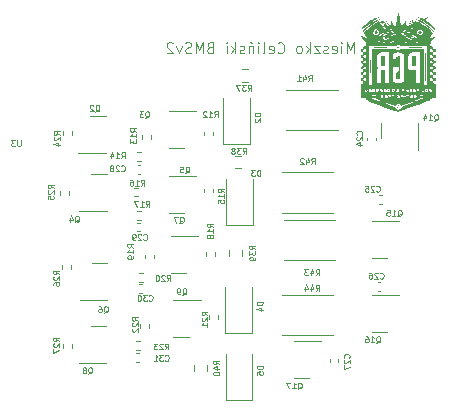
<source format=gbr>
%TF.GenerationSoftware,KiCad,Pcbnew,7.0.6*%
%TF.CreationDate,2023-10-31T01:28:30+01:00*%
%TF.ProjectId,BMSv2,424d5376-322e-46b6-9963-61645f706362,rev?*%
%TF.SameCoordinates,Original*%
%TF.FileFunction,Legend,Bot*%
%TF.FilePolarity,Positive*%
%FSLAX46Y46*%
G04 Gerber Fmt 4.6, Leading zero omitted, Abs format (unit mm)*
G04 Created by KiCad (PCBNEW 7.0.6) date 2023-10-31 01:28:30*
%MOMM*%
%LPD*%
G01*
G04 APERTURE LIST*
%ADD10C,0.125000*%
%ADD11C,0.120000*%
G04 APERTURE END LIST*
D10*
X101477078Y-48764757D02*
X101477078Y-47864757D01*
X101477078Y-47864757D02*
X101177078Y-48507614D01*
X101177078Y-48507614D02*
X100877078Y-47864757D01*
X100877078Y-47864757D02*
X100877078Y-48764757D01*
X100448507Y-48764757D02*
X100448507Y-48164757D01*
X100448507Y-47864757D02*
X100491364Y-47907614D01*
X100491364Y-47907614D02*
X100448507Y-47950471D01*
X100448507Y-47950471D02*
X100405650Y-47907614D01*
X100405650Y-47907614D02*
X100448507Y-47864757D01*
X100448507Y-47864757D02*
X100448507Y-47950471D01*
X99677079Y-48721900D02*
X99762793Y-48764757D01*
X99762793Y-48764757D02*
X99934222Y-48764757D01*
X99934222Y-48764757D02*
X100019936Y-48721900D01*
X100019936Y-48721900D02*
X100062793Y-48636185D01*
X100062793Y-48636185D02*
X100062793Y-48293328D01*
X100062793Y-48293328D02*
X100019936Y-48207614D01*
X100019936Y-48207614D02*
X99934222Y-48164757D01*
X99934222Y-48164757D02*
X99762793Y-48164757D01*
X99762793Y-48164757D02*
X99677079Y-48207614D01*
X99677079Y-48207614D02*
X99634222Y-48293328D01*
X99634222Y-48293328D02*
X99634222Y-48379042D01*
X99634222Y-48379042D02*
X100062793Y-48464757D01*
X99291364Y-48721900D02*
X99205650Y-48764757D01*
X99205650Y-48764757D02*
X99034221Y-48764757D01*
X99034221Y-48764757D02*
X98948507Y-48721900D01*
X98948507Y-48721900D02*
X98905650Y-48636185D01*
X98905650Y-48636185D02*
X98905650Y-48593328D01*
X98905650Y-48593328D02*
X98948507Y-48507614D01*
X98948507Y-48507614D02*
X99034221Y-48464757D01*
X99034221Y-48464757D02*
X99162793Y-48464757D01*
X99162793Y-48464757D02*
X99248507Y-48421900D01*
X99248507Y-48421900D02*
X99291364Y-48336185D01*
X99291364Y-48336185D02*
X99291364Y-48293328D01*
X99291364Y-48293328D02*
X99248507Y-48207614D01*
X99248507Y-48207614D02*
X99162793Y-48164757D01*
X99162793Y-48164757D02*
X99034221Y-48164757D01*
X99034221Y-48164757D02*
X98948507Y-48207614D01*
X98605650Y-48164757D02*
X98134222Y-48164757D01*
X98134222Y-48164757D02*
X98605650Y-48764757D01*
X98605650Y-48764757D02*
X98134222Y-48764757D01*
X97791365Y-48764757D02*
X97791365Y-47864757D01*
X97705651Y-48421900D02*
X97448508Y-48764757D01*
X97448508Y-48164757D02*
X97791365Y-48507614D01*
X96934222Y-48764757D02*
X97019937Y-48721900D01*
X97019937Y-48721900D02*
X97062794Y-48679042D01*
X97062794Y-48679042D02*
X97105651Y-48593328D01*
X97105651Y-48593328D02*
X97105651Y-48336185D01*
X97105651Y-48336185D02*
X97062794Y-48250471D01*
X97062794Y-48250471D02*
X97019937Y-48207614D01*
X97019937Y-48207614D02*
X96934222Y-48164757D01*
X96934222Y-48164757D02*
X96805651Y-48164757D01*
X96805651Y-48164757D02*
X96719937Y-48207614D01*
X96719937Y-48207614D02*
X96677080Y-48250471D01*
X96677080Y-48250471D02*
X96634222Y-48336185D01*
X96634222Y-48336185D02*
X96634222Y-48593328D01*
X96634222Y-48593328D02*
X96677080Y-48679042D01*
X96677080Y-48679042D02*
X96719937Y-48721900D01*
X96719937Y-48721900D02*
X96805651Y-48764757D01*
X96805651Y-48764757D02*
X96934222Y-48764757D01*
X95048508Y-48679042D02*
X95091365Y-48721900D01*
X95091365Y-48721900D02*
X95219937Y-48764757D01*
X95219937Y-48764757D02*
X95305651Y-48764757D01*
X95305651Y-48764757D02*
X95434222Y-48721900D01*
X95434222Y-48721900D02*
X95519937Y-48636185D01*
X95519937Y-48636185D02*
X95562794Y-48550471D01*
X95562794Y-48550471D02*
X95605651Y-48379042D01*
X95605651Y-48379042D02*
X95605651Y-48250471D01*
X95605651Y-48250471D02*
X95562794Y-48079042D01*
X95562794Y-48079042D02*
X95519937Y-47993328D01*
X95519937Y-47993328D02*
X95434222Y-47907614D01*
X95434222Y-47907614D02*
X95305651Y-47864757D01*
X95305651Y-47864757D02*
X95219937Y-47864757D01*
X95219937Y-47864757D02*
X95091365Y-47907614D01*
X95091365Y-47907614D02*
X95048508Y-47950471D01*
X94319937Y-48721900D02*
X94405651Y-48764757D01*
X94405651Y-48764757D02*
X94577080Y-48764757D01*
X94577080Y-48764757D02*
X94662794Y-48721900D01*
X94662794Y-48721900D02*
X94705651Y-48636185D01*
X94705651Y-48636185D02*
X94705651Y-48293328D01*
X94705651Y-48293328D02*
X94662794Y-48207614D01*
X94662794Y-48207614D02*
X94577080Y-48164757D01*
X94577080Y-48164757D02*
X94405651Y-48164757D01*
X94405651Y-48164757D02*
X94319937Y-48207614D01*
X94319937Y-48207614D02*
X94277080Y-48293328D01*
X94277080Y-48293328D02*
X94277080Y-48379042D01*
X94277080Y-48379042D02*
X94705651Y-48464757D01*
X93762793Y-48764757D02*
X93848508Y-48721900D01*
X93848508Y-48721900D02*
X93891365Y-48636185D01*
X93891365Y-48636185D02*
X93891365Y-47864757D01*
X93419936Y-48764757D02*
X93419936Y-48164757D01*
X93419936Y-47864757D02*
X93462793Y-47907614D01*
X93462793Y-47907614D02*
X93419936Y-47950471D01*
X93419936Y-47950471D02*
X93377079Y-47907614D01*
X93377079Y-47907614D02*
X93419936Y-47864757D01*
X93419936Y-47864757D02*
X93419936Y-47950471D01*
X92991365Y-48164757D02*
X92991365Y-48764757D01*
X92991365Y-48250471D02*
X92948508Y-48207614D01*
X92948508Y-48207614D02*
X92862793Y-48164757D01*
X92862793Y-48164757D02*
X92734222Y-48164757D01*
X92734222Y-48164757D02*
X92648508Y-48207614D01*
X92648508Y-48207614D02*
X92605651Y-48293328D01*
X92605651Y-48293328D02*
X92605651Y-48764757D01*
X92734222Y-47821900D02*
X92862793Y-47950471D01*
X92219936Y-48721900D02*
X92134222Y-48764757D01*
X92134222Y-48764757D02*
X91962793Y-48764757D01*
X91962793Y-48764757D02*
X91877079Y-48721900D01*
X91877079Y-48721900D02*
X91834222Y-48636185D01*
X91834222Y-48636185D02*
X91834222Y-48593328D01*
X91834222Y-48593328D02*
X91877079Y-48507614D01*
X91877079Y-48507614D02*
X91962793Y-48464757D01*
X91962793Y-48464757D02*
X92091365Y-48464757D01*
X92091365Y-48464757D02*
X92177079Y-48421900D01*
X92177079Y-48421900D02*
X92219936Y-48336185D01*
X92219936Y-48336185D02*
X92219936Y-48293328D01*
X92219936Y-48293328D02*
X92177079Y-48207614D01*
X92177079Y-48207614D02*
X92091365Y-48164757D01*
X92091365Y-48164757D02*
X91962793Y-48164757D01*
X91962793Y-48164757D02*
X91877079Y-48207614D01*
X91448508Y-48764757D02*
X91448508Y-47864757D01*
X91362794Y-48421900D02*
X91105651Y-48764757D01*
X91105651Y-48164757D02*
X91448508Y-48507614D01*
X90719937Y-48764757D02*
X90719937Y-48164757D01*
X90719937Y-47864757D02*
X90762794Y-47907614D01*
X90762794Y-47907614D02*
X90719937Y-47950471D01*
X90719937Y-47950471D02*
X90677080Y-47907614D01*
X90677080Y-47907614D02*
X90719937Y-47864757D01*
X90719937Y-47864757D02*
X90719937Y-47950471D01*
X89305652Y-48293328D02*
X89177080Y-48336185D01*
X89177080Y-48336185D02*
X89134223Y-48379042D01*
X89134223Y-48379042D02*
X89091366Y-48464757D01*
X89091366Y-48464757D02*
X89091366Y-48593328D01*
X89091366Y-48593328D02*
X89134223Y-48679042D01*
X89134223Y-48679042D02*
X89177080Y-48721900D01*
X89177080Y-48721900D02*
X89262795Y-48764757D01*
X89262795Y-48764757D02*
X89605652Y-48764757D01*
X89605652Y-48764757D02*
X89605652Y-47864757D01*
X89605652Y-47864757D02*
X89305652Y-47864757D01*
X89305652Y-47864757D02*
X89219938Y-47907614D01*
X89219938Y-47907614D02*
X89177080Y-47950471D01*
X89177080Y-47950471D02*
X89134223Y-48036185D01*
X89134223Y-48036185D02*
X89134223Y-48121900D01*
X89134223Y-48121900D02*
X89177080Y-48207614D01*
X89177080Y-48207614D02*
X89219938Y-48250471D01*
X89219938Y-48250471D02*
X89305652Y-48293328D01*
X89305652Y-48293328D02*
X89605652Y-48293328D01*
X88705652Y-48764757D02*
X88705652Y-47864757D01*
X88705652Y-47864757D02*
X88405652Y-48507614D01*
X88405652Y-48507614D02*
X88105652Y-47864757D01*
X88105652Y-47864757D02*
X88105652Y-48764757D01*
X87719938Y-48721900D02*
X87591367Y-48764757D01*
X87591367Y-48764757D02*
X87377081Y-48764757D01*
X87377081Y-48764757D02*
X87291367Y-48721900D01*
X87291367Y-48721900D02*
X87248509Y-48679042D01*
X87248509Y-48679042D02*
X87205652Y-48593328D01*
X87205652Y-48593328D02*
X87205652Y-48507614D01*
X87205652Y-48507614D02*
X87248509Y-48421900D01*
X87248509Y-48421900D02*
X87291367Y-48379042D01*
X87291367Y-48379042D02*
X87377081Y-48336185D01*
X87377081Y-48336185D02*
X87548509Y-48293328D01*
X87548509Y-48293328D02*
X87634224Y-48250471D01*
X87634224Y-48250471D02*
X87677081Y-48207614D01*
X87677081Y-48207614D02*
X87719938Y-48121900D01*
X87719938Y-48121900D02*
X87719938Y-48036185D01*
X87719938Y-48036185D02*
X87677081Y-47950471D01*
X87677081Y-47950471D02*
X87634224Y-47907614D01*
X87634224Y-47907614D02*
X87548509Y-47864757D01*
X87548509Y-47864757D02*
X87334224Y-47864757D01*
X87334224Y-47864757D02*
X87205652Y-47907614D01*
X86905652Y-48164757D02*
X86691366Y-48764757D01*
X86691366Y-48764757D02*
X86477081Y-48164757D01*
X86177081Y-47950471D02*
X86134224Y-47907614D01*
X86134224Y-47907614D02*
X86048510Y-47864757D01*
X86048510Y-47864757D02*
X85834224Y-47864757D01*
X85834224Y-47864757D02*
X85748510Y-47907614D01*
X85748510Y-47907614D02*
X85705652Y-47950471D01*
X85705652Y-47950471D02*
X85662795Y-48036185D01*
X85662795Y-48036185D02*
X85662795Y-48121900D01*
X85662795Y-48121900D02*
X85705652Y-48250471D01*
X85705652Y-48250471D02*
X86219938Y-48764757D01*
X86219938Y-48764757D02*
X85662795Y-48764757D01*
X83481028Y-59991009D02*
X83647694Y-59752914D01*
X83766742Y-59991009D02*
X83766742Y-59491009D01*
X83766742Y-59491009D02*
X83576266Y-59491009D01*
X83576266Y-59491009D02*
X83528647Y-59514819D01*
X83528647Y-59514819D02*
X83504837Y-59538628D01*
X83504837Y-59538628D02*
X83481028Y-59586247D01*
X83481028Y-59586247D02*
X83481028Y-59657676D01*
X83481028Y-59657676D02*
X83504837Y-59705295D01*
X83504837Y-59705295D02*
X83528647Y-59729104D01*
X83528647Y-59729104D02*
X83576266Y-59752914D01*
X83576266Y-59752914D02*
X83766742Y-59752914D01*
X83004837Y-59991009D02*
X83290551Y-59991009D01*
X83147694Y-59991009D02*
X83147694Y-59491009D01*
X83147694Y-59491009D02*
X83195313Y-59562438D01*
X83195313Y-59562438D02*
X83242932Y-59610057D01*
X83242932Y-59610057D02*
X83290551Y-59633866D01*
X82576266Y-59491009D02*
X82671504Y-59491009D01*
X82671504Y-59491009D02*
X82719123Y-59514819D01*
X82719123Y-59514819D02*
X82742933Y-59538628D01*
X82742933Y-59538628D02*
X82790552Y-59610057D01*
X82790552Y-59610057D02*
X82814361Y-59705295D01*
X82814361Y-59705295D02*
X82814361Y-59895771D01*
X82814361Y-59895771D02*
X82790552Y-59943390D01*
X82790552Y-59943390D02*
X82766742Y-59967200D01*
X82766742Y-59967200D02*
X82719123Y-59991009D01*
X82719123Y-59991009D02*
X82623885Y-59991009D01*
X82623885Y-59991009D02*
X82576266Y-59967200D01*
X82576266Y-59967200D02*
X82552457Y-59943390D01*
X82552457Y-59943390D02*
X82528647Y-59895771D01*
X82528647Y-59895771D02*
X82528647Y-59776723D01*
X82528647Y-59776723D02*
X82552457Y-59729104D01*
X82552457Y-59729104D02*
X82576266Y-59705295D01*
X82576266Y-59705295D02*
X82623885Y-59681485D01*
X82623885Y-59681485D02*
X82719123Y-59681485D01*
X82719123Y-59681485D02*
X82766742Y-59705295D01*
X82766742Y-59705295D02*
X82790552Y-59729104D01*
X82790552Y-59729104D02*
X82814361Y-59776723D01*
X105187714Y-62578628D02*
X105235333Y-62554819D01*
X105235333Y-62554819D02*
X105282952Y-62507200D01*
X105282952Y-62507200D02*
X105354380Y-62435771D01*
X105354380Y-62435771D02*
X105401999Y-62411961D01*
X105401999Y-62411961D02*
X105449618Y-62411961D01*
X105425809Y-62531009D02*
X105473428Y-62507200D01*
X105473428Y-62507200D02*
X105521047Y-62459580D01*
X105521047Y-62459580D02*
X105544856Y-62364342D01*
X105544856Y-62364342D02*
X105544856Y-62197676D01*
X105544856Y-62197676D02*
X105521047Y-62102438D01*
X105521047Y-62102438D02*
X105473428Y-62054819D01*
X105473428Y-62054819D02*
X105425809Y-62031009D01*
X105425809Y-62031009D02*
X105330571Y-62031009D01*
X105330571Y-62031009D02*
X105282952Y-62054819D01*
X105282952Y-62054819D02*
X105235333Y-62102438D01*
X105235333Y-62102438D02*
X105211523Y-62197676D01*
X105211523Y-62197676D02*
X105211523Y-62364342D01*
X105211523Y-62364342D02*
X105235333Y-62459580D01*
X105235333Y-62459580D02*
X105282952Y-62507200D01*
X105282952Y-62507200D02*
X105330571Y-62531009D01*
X105330571Y-62531009D02*
X105425809Y-62531009D01*
X104735332Y-62531009D02*
X105021046Y-62531009D01*
X104878189Y-62531009D02*
X104878189Y-62031009D01*
X104878189Y-62031009D02*
X104925808Y-62102438D01*
X104925808Y-62102438D02*
X104973427Y-62150057D01*
X104973427Y-62150057D02*
X105021046Y-62173866D01*
X104282952Y-62031009D02*
X104521047Y-62031009D01*
X104521047Y-62031009D02*
X104544856Y-62269104D01*
X104544856Y-62269104D02*
X104521047Y-62245295D01*
X104521047Y-62245295D02*
X104473428Y-62221485D01*
X104473428Y-62221485D02*
X104354380Y-62221485D01*
X104354380Y-62221485D02*
X104306761Y-62245295D01*
X104306761Y-62245295D02*
X104282952Y-62269104D01*
X104282952Y-62269104D02*
X104259142Y-62316723D01*
X104259142Y-62316723D02*
X104259142Y-62435771D01*
X104259142Y-62435771D02*
X104282952Y-62483390D01*
X104282952Y-62483390D02*
X104306761Y-62507200D01*
X104306761Y-62507200D02*
X104354380Y-62531009D01*
X104354380Y-62531009D02*
X104473428Y-62531009D01*
X104473428Y-62531009D02*
X104521047Y-62507200D01*
X104521047Y-62507200D02*
X104544856Y-62483390D01*
X97654228Y-51151809D02*
X97820894Y-50913714D01*
X97939942Y-51151809D02*
X97939942Y-50651809D01*
X97939942Y-50651809D02*
X97749466Y-50651809D01*
X97749466Y-50651809D02*
X97701847Y-50675619D01*
X97701847Y-50675619D02*
X97678037Y-50699428D01*
X97678037Y-50699428D02*
X97654228Y-50747047D01*
X97654228Y-50747047D02*
X97654228Y-50818476D01*
X97654228Y-50818476D02*
X97678037Y-50866095D01*
X97678037Y-50866095D02*
X97701847Y-50889904D01*
X97701847Y-50889904D02*
X97749466Y-50913714D01*
X97749466Y-50913714D02*
X97939942Y-50913714D01*
X97225656Y-50818476D02*
X97225656Y-51151809D01*
X97344704Y-50628000D02*
X97463751Y-50985142D01*
X97463751Y-50985142D02*
X97154228Y-50985142D01*
X96701847Y-51151809D02*
X96987561Y-51151809D01*
X96844704Y-51151809D02*
X96844704Y-50651809D01*
X96844704Y-50651809D02*
X96892323Y-50723238D01*
X96892323Y-50723238D02*
X96939942Y-50770857D01*
X96939942Y-50770857D02*
X96987561Y-50794666D01*
X89678628Y-54199809D02*
X89845294Y-53961714D01*
X89964342Y-54199809D02*
X89964342Y-53699809D01*
X89964342Y-53699809D02*
X89773866Y-53699809D01*
X89773866Y-53699809D02*
X89726247Y-53723619D01*
X89726247Y-53723619D02*
X89702437Y-53747428D01*
X89702437Y-53747428D02*
X89678628Y-53795047D01*
X89678628Y-53795047D02*
X89678628Y-53866476D01*
X89678628Y-53866476D02*
X89702437Y-53914095D01*
X89702437Y-53914095D02*
X89726247Y-53937904D01*
X89726247Y-53937904D02*
X89773866Y-53961714D01*
X89773866Y-53961714D02*
X89964342Y-53961714D01*
X89202437Y-54199809D02*
X89488151Y-54199809D01*
X89345294Y-54199809D02*
X89345294Y-53699809D01*
X89345294Y-53699809D02*
X89392913Y-53771238D01*
X89392913Y-53771238D02*
X89440532Y-53818857D01*
X89440532Y-53818857D02*
X89488151Y-53842666D01*
X89011961Y-53747428D02*
X88988152Y-53723619D01*
X88988152Y-53723619D02*
X88940533Y-53699809D01*
X88940533Y-53699809D02*
X88821485Y-53699809D01*
X88821485Y-53699809D02*
X88773866Y-53723619D01*
X88773866Y-53723619D02*
X88750057Y-53747428D01*
X88750057Y-53747428D02*
X88726247Y-53795047D01*
X88726247Y-53795047D02*
X88726247Y-53842666D01*
X88726247Y-53842666D02*
X88750057Y-53914095D01*
X88750057Y-53914095D02*
X89035771Y-54199809D01*
X89035771Y-54199809D02*
X88726247Y-54199809D01*
X76551809Y-67496571D02*
X76313714Y-67329905D01*
X76551809Y-67210857D02*
X76051809Y-67210857D01*
X76051809Y-67210857D02*
X76051809Y-67401333D01*
X76051809Y-67401333D02*
X76075619Y-67448952D01*
X76075619Y-67448952D02*
X76099428Y-67472762D01*
X76099428Y-67472762D02*
X76147047Y-67496571D01*
X76147047Y-67496571D02*
X76218476Y-67496571D01*
X76218476Y-67496571D02*
X76266095Y-67472762D01*
X76266095Y-67472762D02*
X76289904Y-67448952D01*
X76289904Y-67448952D02*
X76313714Y-67401333D01*
X76313714Y-67401333D02*
X76313714Y-67210857D01*
X76099428Y-67687048D02*
X76075619Y-67710857D01*
X76075619Y-67710857D02*
X76051809Y-67758476D01*
X76051809Y-67758476D02*
X76051809Y-67877524D01*
X76051809Y-67877524D02*
X76075619Y-67925143D01*
X76075619Y-67925143D02*
X76099428Y-67948952D01*
X76099428Y-67948952D02*
X76147047Y-67972762D01*
X76147047Y-67972762D02*
X76194666Y-67972762D01*
X76194666Y-67972762D02*
X76266095Y-67948952D01*
X76266095Y-67948952D02*
X76551809Y-67663238D01*
X76551809Y-67663238D02*
X76551809Y-67972762D01*
X76051809Y-68401333D02*
X76051809Y-68306095D01*
X76051809Y-68306095D02*
X76075619Y-68258476D01*
X76075619Y-68258476D02*
X76099428Y-68234666D01*
X76099428Y-68234666D02*
X76170857Y-68187047D01*
X76170857Y-68187047D02*
X76266095Y-68163238D01*
X76266095Y-68163238D02*
X76456571Y-68163238D01*
X76456571Y-68163238D02*
X76504190Y-68187047D01*
X76504190Y-68187047D02*
X76528000Y-68210857D01*
X76528000Y-68210857D02*
X76551809Y-68258476D01*
X76551809Y-68258476D02*
X76551809Y-68353714D01*
X76551809Y-68353714D02*
X76528000Y-68401333D01*
X76528000Y-68401333D02*
X76504190Y-68425142D01*
X76504190Y-68425142D02*
X76456571Y-68448952D01*
X76456571Y-68448952D02*
X76337523Y-68448952D01*
X76337523Y-68448952D02*
X76289904Y-68425142D01*
X76289904Y-68425142D02*
X76266095Y-68401333D01*
X76266095Y-68401333D02*
X76242285Y-68353714D01*
X76242285Y-68353714D02*
X76242285Y-68258476D01*
X76242285Y-68258476D02*
X76266095Y-68210857D01*
X76266095Y-68210857D02*
X76289904Y-68187047D01*
X76289904Y-68187047D02*
X76337523Y-68163238D01*
X79600419Y-53714028D02*
X79648038Y-53690219D01*
X79648038Y-53690219D02*
X79695657Y-53642600D01*
X79695657Y-53642600D02*
X79767085Y-53571171D01*
X79767085Y-53571171D02*
X79814704Y-53547361D01*
X79814704Y-53547361D02*
X79862323Y-53547361D01*
X79838514Y-53666409D02*
X79886133Y-53642600D01*
X79886133Y-53642600D02*
X79933752Y-53594980D01*
X79933752Y-53594980D02*
X79957561Y-53499742D01*
X79957561Y-53499742D02*
X79957561Y-53333076D01*
X79957561Y-53333076D02*
X79933752Y-53237838D01*
X79933752Y-53237838D02*
X79886133Y-53190219D01*
X79886133Y-53190219D02*
X79838514Y-53166409D01*
X79838514Y-53166409D02*
X79743276Y-53166409D01*
X79743276Y-53166409D02*
X79695657Y-53190219D01*
X79695657Y-53190219D02*
X79648038Y-53237838D01*
X79648038Y-53237838D02*
X79624228Y-53333076D01*
X79624228Y-53333076D02*
X79624228Y-53499742D01*
X79624228Y-53499742D02*
X79648038Y-53594980D01*
X79648038Y-53594980D02*
X79695657Y-53642600D01*
X79695657Y-53642600D02*
X79743276Y-53666409D01*
X79743276Y-53666409D02*
X79838514Y-53666409D01*
X79433751Y-53214028D02*
X79409942Y-53190219D01*
X79409942Y-53190219D02*
X79362323Y-53166409D01*
X79362323Y-53166409D02*
X79243275Y-53166409D01*
X79243275Y-53166409D02*
X79195656Y-53190219D01*
X79195656Y-53190219D02*
X79171847Y-53214028D01*
X79171847Y-53214028D02*
X79148037Y-53261647D01*
X79148037Y-53261647D02*
X79148037Y-53309266D01*
X79148037Y-53309266D02*
X79171847Y-53380695D01*
X79171847Y-53380695D02*
X79457561Y-53666409D01*
X79457561Y-53666409D02*
X79148037Y-53666409D01*
X83816819Y-54247428D02*
X83864438Y-54223619D01*
X83864438Y-54223619D02*
X83912057Y-54176000D01*
X83912057Y-54176000D02*
X83983485Y-54104571D01*
X83983485Y-54104571D02*
X84031104Y-54080761D01*
X84031104Y-54080761D02*
X84078723Y-54080761D01*
X84054914Y-54199809D02*
X84102533Y-54176000D01*
X84102533Y-54176000D02*
X84150152Y-54128380D01*
X84150152Y-54128380D02*
X84173961Y-54033142D01*
X84173961Y-54033142D02*
X84173961Y-53866476D01*
X84173961Y-53866476D02*
X84150152Y-53771238D01*
X84150152Y-53771238D02*
X84102533Y-53723619D01*
X84102533Y-53723619D02*
X84054914Y-53699809D01*
X84054914Y-53699809D02*
X83959676Y-53699809D01*
X83959676Y-53699809D02*
X83912057Y-53723619D01*
X83912057Y-53723619D02*
X83864438Y-53771238D01*
X83864438Y-53771238D02*
X83840628Y-53866476D01*
X83840628Y-53866476D02*
X83840628Y-54033142D01*
X83840628Y-54033142D02*
X83864438Y-54128380D01*
X83864438Y-54128380D02*
X83912057Y-54176000D01*
X83912057Y-54176000D02*
X83959676Y-54199809D01*
X83959676Y-54199809D02*
X84054914Y-54199809D01*
X83673961Y-53699809D02*
X83364437Y-53699809D01*
X83364437Y-53699809D02*
X83531104Y-53890285D01*
X83531104Y-53890285D02*
X83459675Y-53890285D01*
X83459675Y-53890285D02*
X83412056Y-53914095D01*
X83412056Y-53914095D02*
X83388247Y-53937904D01*
X83388247Y-53937904D02*
X83364437Y-53985523D01*
X83364437Y-53985523D02*
X83364437Y-54104571D01*
X83364437Y-54104571D02*
X83388247Y-54152190D01*
X83388247Y-54152190D02*
X83412056Y-54176000D01*
X83412056Y-54176000D02*
X83459675Y-54199809D01*
X83459675Y-54199809D02*
X83602532Y-54199809D01*
X83602532Y-54199809D02*
X83650151Y-54176000D01*
X83650151Y-54176000D02*
X83673961Y-54152190D01*
X77873219Y-63086628D02*
X77920838Y-63062819D01*
X77920838Y-63062819D02*
X77968457Y-63015200D01*
X77968457Y-63015200D02*
X78039885Y-62943771D01*
X78039885Y-62943771D02*
X78087504Y-62919961D01*
X78087504Y-62919961D02*
X78135123Y-62919961D01*
X78111314Y-63039009D02*
X78158933Y-63015200D01*
X78158933Y-63015200D02*
X78206552Y-62967580D01*
X78206552Y-62967580D02*
X78230361Y-62872342D01*
X78230361Y-62872342D02*
X78230361Y-62705676D01*
X78230361Y-62705676D02*
X78206552Y-62610438D01*
X78206552Y-62610438D02*
X78158933Y-62562819D01*
X78158933Y-62562819D02*
X78111314Y-62539009D01*
X78111314Y-62539009D02*
X78016076Y-62539009D01*
X78016076Y-62539009D02*
X77968457Y-62562819D01*
X77968457Y-62562819D02*
X77920838Y-62610438D01*
X77920838Y-62610438D02*
X77897028Y-62705676D01*
X77897028Y-62705676D02*
X77897028Y-62872342D01*
X77897028Y-62872342D02*
X77920838Y-62967580D01*
X77920838Y-62967580D02*
X77968457Y-63015200D01*
X77968457Y-63015200D02*
X78016076Y-63039009D01*
X78016076Y-63039009D02*
X78111314Y-63039009D01*
X77468456Y-62705676D02*
X77468456Y-63039009D01*
X77587504Y-62515200D02*
X77706551Y-62872342D01*
X77706551Y-62872342D02*
X77397028Y-62872342D01*
X76551809Y-73160771D02*
X76313714Y-72994105D01*
X76551809Y-72875057D02*
X76051809Y-72875057D01*
X76051809Y-72875057D02*
X76051809Y-73065533D01*
X76051809Y-73065533D02*
X76075619Y-73113152D01*
X76075619Y-73113152D02*
X76099428Y-73136962D01*
X76099428Y-73136962D02*
X76147047Y-73160771D01*
X76147047Y-73160771D02*
X76218476Y-73160771D01*
X76218476Y-73160771D02*
X76266095Y-73136962D01*
X76266095Y-73136962D02*
X76289904Y-73113152D01*
X76289904Y-73113152D02*
X76313714Y-73065533D01*
X76313714Y-73065533D02*
X76313714Y-72875057D01*
X76099428Y-73351248D02*
X76075619Y-73375057D01*
X76075619Y-73375057D02*
X76051809Y-73422676D01*
X76051809Y-73422676D02*
X76051809Y-73541724D01*
X76051809Y-73541724D02*
X76075619Y-73589343D01*
X76075619Y-73589343D02*
X76099428Y-73613152D01*
X76099428Y-73613152D02*
X76147047Y-73636962D01*
X76147047Y-73636962D02*
X76194666Y-73636962D01*
X76194666Y-73636962D02*
X76266095Y-73613152D01*
X76266095Y-73613152D02*
X76551809Y-73327438D01*
X76551809Y-73327438D02*
X76551809Y-73636962D01*
X76051809Y-73803628D02*
X76051809Y-74136961D01*
X76051809Y-74136961D02*
X76551809Y-73922676D01*
X96729514Y-77209028D02*
X96777133Y-77185219D01*
X96777133Y-77185219D02*
X96824752Y-77137600D01*
X96824752Y-77137600D02*
X96896180Y-77066171D01*
X96896180Y-77066171D02*
X96943799Y-77042361D01*
X96943799Y-77042361D02*
X96991418Y-77042361D01*
X96967609Y-77161409D02*
X97015228Y-77137600D01*
X97015228Y-77137600D02*
X97062847Y-77089980D01*
X97062847Y-77089980D02*
X97086656Y-76994742D01*
X97086656Y-76994742D02*
X97086656Y-76828076D01*
X97086656Y-76828076D02*
X97062847Y-76732838D01*
X97062847Y-76732838D02*
X97015228Y-76685219D01*
X97015228Y-76685219D02*
X96967609Y-76661409D01*
X96967609Y-76661409D02*
X96872371Y-76661409D01*
X96872371Y-76661409D02*
X96824752Y-76685219D01*
X96824752Y-76685219D02*
X96777133Y-76732838D01*
X96777133Y-76732838D02*
X96753323Y-76828076D01*
X96753323Y-76828076D02*
X96753323Y-76994742D01*
X96753323Y-76994742D02*
X96777133Y-77089980D01*
X96777133Y-77089980D02*
X96824752Y-77137600D01*
X96824752Y-77137600D02*
X96872371Y-77161409D01*
X96872371Y-77161409D02*
X96967609Y-77161409D01*
X96277132Y-77161409D02*
X96562846Y-77161409D01*
X96419989Y-77161409D02*
X96419989Y-76661409D01*
X96419989Y-76661409D02*
X96467608Y-76732838D01*
X96467608Y-76732838D02*
X96515227Y-76780457D01*
X96515227Y-76780457D02*
X96562846Y-76804266D01*
X96110466Y-76661409D02*
X95777133Y-76661409D01*
X95777133Y-76661409D02*
X95991418Y-77161409D01*
X93145609Y-65362971D02*
X92907514Y-65196305D01*
X93145609Y-65077257D02*
X92645609Y-65077257D01*
X92645609Y-65077257D02*
X92645609Y-65267733D01*
X92645609Y-65267733D02*
X92669419Y-65315352D01*
X92669419Y-65315352D02*
X92693228Y-65339162D01*
X92693228Y-65339162D02*
X92740847Y-65362971D01*
X92740847Y-65362971D02*
X92812276Y-65362971D01*
X92812276Y-65362971D02*
X92859895Y-65339162D01*
X92859895Y-65339162D02*
X92883704Y-65315352D01*
X92883704Y-65315352D02*
X92907514Y-65267733D01*
X92907514Y-65267733D02*
X92907514Y-65077257D01*
X92645609Y-65529638D02*
X92645609Y-65839162D01*
X92645609Y-65839162D02*
X92836085Y-65672495D01*
X92836085Y-65672495D02*
X92836085Y-65743924D01*
X92836085Y-65743924D02*
X92859895Y-65791543D01*
X92859895Y-65791543D02*
X92883704Y-65815352D01*
X92883704Y-65815352D02*
X92931323Y-65839162D01*
X92931323Y-65839162D02*
X93050371Y-65839162D01*
X93050371Y-65839162D02*
X93097990Y-65815352D01*
X93097990Y-65815352D02*
X93121800Y-65791543D01*
X93121800Y-65791543D02*
X93145609Y-65743924D01*
X93145609Y-65743924D02*
X93145609Y-65601067D01*
X93145609Y-65601067D02*
X93121800Y-65553448D01*
X93121800Y-65553448D02*
X93097990Y-65529638D01*
X93145609Y-66077257D02*
X93145609Y-66172495D01*
X93145609Y-66172495D02*
X93121800Y-66220114D01*
X93121800Y-66220114D02*
X93097990Y-66243923D01*
X93097990Y-66243923D02*
X93026561Y-66291542D01*
X93026561Y-66291542D02*
X92931323Y-66315352D01*
X92931323Y-66315352D02*
X92740847Y-66315352D01*
X92740847Y-66315352D02*
X92693228Y-66291542D01*
X92693228Y-66291542D02*
X92669419Y-66267733D01*
X92669419Y-66267733D02*
X92645609Y-66220114D01*
X92645609Y-66220114D02*
X92645609Y-66124876D01*
X92645609Y-66124876D02*
X92669419Y-66077257D01*
X92669419Y-66077257D02*
X92693228Y-66053447D01*
X92693228Y-66053447D02*
X92740847Y-66029638D01*
X92740847Y-66029638D02*
X92859895Y-66029638D01*
X92859895Y-66029638D02*
X92907514Y-66053447D01*
X92907514Y-66053447D02*
X92931323Y-66077257D01*
X92931323Y-66077257D02*
X92955133Y-66124876D01*
X92955133Y-66124876D02*
X92955133Y-66220114D01*
X92955133Y-66220114D02*
X92931323Y-66267733D01*
X92931323Y-66267733D02*
X92907514Y-66291542D01*
X92907514Y-66291542D02*
X92859895Y-66315352D01*
X102158190Y-55660171D02*
X102182000Y-55636362D01*
X102182000Y-55636362D02*
X102205809Y-55564933D01*
X102205809Y-55564933D02*
X102205809Y-55517314D01*
X102205809Y-55517314D02*
X102182000Y-55445886D01*
X102182000Y-55445886D02*
X102134380Y-55398267D01*
X102134380Y-55398267D02*
X102086761Y-55374457D01*
X102086761Y-55374457D02*
X101991523Y-55350648D01*
X101991523Y-55350648D02*
X101920095Y-55350648D01*
X101920095Y-55350648D02*
X101824857Y-55374457D01*
X101824857Y-55374457D02*
X101777238Y-55398267D01*
X101777238Y-55398267D02*
X101729619Y-55445886D01*
X101729619Y-55445886D02*
X101705809Y-55517314D01*
X101705809Y-55517314D02*
X101705809Y-55564933D01*
X101705809Y-55564933D02*
X101729619Y-55636362D01*
X101729619Y-55636362D02*
X101753428Y-55660171D01*
X101753428Y-55850648D02*
X101729619Y-55874457D01*
X101729619Y-55874457D02*
X101705809Y-55922076D01*
X101705809Y-55922076D02*
X101705809Y-56041124D01*
X101705809Y-56041124D02*
X101729619Y-56088743D01*
X101729619Y-56088743D02*
X101753428Y-56112552D01*
X101753428Y-56112552D02*
X101801047Y-56136362D01*
X101801047Y-56136362D02*
X101848666Y-56136362D01*
X101848666Y-56136362D02*
X101920095Y-56112552D01*
X101920095Y-56112552D02*
X102205809Y-55826838D01*
X102205809Y-55826838D02*
X102205809Y-56136362D01*
X101872476Y-56564933D02*
X102205809Y-56564933D01*
X101682000Y-56445885D02*
X102039142Y-56326838D01*
X102039142Y-56326838D02*
X102039142Y-56636361D01*
X83887428Y-61769009D02*
X84054094Y-61530914D01*
X84173142Y-61769009D02*
X84173142Y-61269009D01*
X84173142Y-61269009D02*
X83982666Y-61269009D01*
X83982666Y-61269009D02*
X83935047Y-61292819D01*
X83935047Y-61292819D02*
X83911237Y-61316628D01*
X83911237Y-61316628D02*
X83887428Y-61364247D01*
X83887428Y-61364247D02*
X83887428Y-61435676D01*
X83887428Y-61435676D02*
X83911237Y-61483295D01*
X83911237Y-61483295D02*
X83935047Y-61507104D01*
X83935047Y-61507104D02*
X83982666Y-61530914D01*
X83982666Y-61530914D02*
X84173142Y-61530914D01*
X83411237Y-61769009D02*
X83696951Y-61769009D01*
X83554094Y-61769009D02*
X83554094Y-61269009D01*
X83554094Y-61269009D02*
X83601713Y-61340438D01*
X83601713Y-61340438D02*
X83649332Y-61388057D01*
X83649332Y-61388057D02*
X83696951Y-61411866D01*
X83244571Y-61269009D02*
X82911238Y-61269009D01*
X82911238Y-61269009D02*
X83125523Y-61769009D01*
X98263828Y-67585609D02*
X98430494Y-67347514D01*
X98549542Y-67585609D02*
X98549542Y-67085609D01*
X98549542Y-67085609D02*
X98359066Y-67085609D01*
X98359066Y-67085609D02*
X98311447Y-67109419D01*
X98311447Y-67109419D02*
X98287637Y-67133228D01*
X98287637Y-67133228D02*
X98263828Y-67180847D01*
X98263828Y-67180847D02*
X98263828Y-67252276D01*
X98263828Y-67252276D02*
X98287637Y-67299895D01*
X98287637Y-67299895D02*
X98311447Y-67323704D01*
X98311447Y-67323704D02*
X98359066Y-67347514D01*
X98359066Y-67347514D02*
X98549542Y-67347514D01*
X97835256Y-67252276D02*
X97835256Y-67585609D01*
X97954304Y-67061800D02*
X98073351Y-67418942D01*
X98073351Y-67418942D02*
X97763828Y-67418942D01*
X97620971Y-67085609D02*
X97311447Y-67085609D01*
X97311447Y-67085609D02*
X97478114Y-67276085D01*
X97478114Y-67276085D02*
X97406685Y-67276085D01*
X97406685Y-67276085D02*
X97359066Y-67299895D01*
X97359066Y-67299895D02*
X97335257Y-67323704D01*
X97335257Y-67323704D02*
X97311447Y-67371323D01*
X97311447Y-67371323D02*
X97311447Y-67490371D01*
X97311447Y-67490371D02*
X97335257Y-67537990D01*
X97335257Y-67537990D02*
X97359066Y-67561800D01*
X97359066Y-67561800D02*
X97406685Y-67585609D01*
X97406685Y-67585609D02*
X97549542Y-67585609D01*
X97549542Y-67585609D02*
X97597161Y-67561800D01*
X97597161Y-67561800D02*
X97620971Y-67537990D01*
X93798409Y-75246752D02*
X93298409Y-75246752D01*
X93298409Y-75246752D02*
X93298409Y-75365800D01*
X93298409Y-75365800D02*
X93322219Y-75437228D01*
X93322219Y-75437228D02*
X93369838Y-75484847D01*
X93369838Y-75484847D02*
X93417457Y-75508657D01*
X93417457Y-75508657D02*
X93512695Y-75532466D01*
X93512695Y-75532466D02*
X93584123Y-75532466D01*
X93584123Y-75532466D02*
X93679361Y-75508657D01*
X93679361Y-75508657D02*
X93726980Y-75484847D01*
X93726980Y-75484847D02*
X93774600Y-75437228D01*
X93774600Y-75437228D02*
X93798409Y-75365800D01*
X93798409Y-75365800D02*
X93798409Y-75246752D01*
X93298409Y-75984847D02*
X93298409Y-75746752D01*
X93298409Y-75746752D02*
X93536504Y-75722943D01*
X93536504Y-75722943D02*
X93512695Y-75746752D01*
X93512695Y-75746752D02*
X93488885Y-75794371D01*
X93488885Y-75794371D02*
X93488885Y-75913419D01*
X93488885Y-75913419D02*
X93512695Y-75961038D01*
X93512695Y-75961038D02*
X93536504Y-75984847D01*
X93536504Y-75984847D02*
X93584123Y-76008657D01*
X93584123Y-76008657D02*
X93703171Y-76008657D01*
X93703171Y-76008657D02*
X93750790Y-75984847D01*
X93750790Y-75984847D02*
X93774600Y-75961038D01*
X93774600Y-75961038D02*
X93798409Y-75913419D01*
X93798409Y-75913419D02*
X93798409Y-75794371D01*
X93798409Y-75794371D02*
X93774600Y-75746752D01*
X93774600Y-75746752D02*
X93750790Y-75722943D01*
X103394628Y-60451390D02*
X103418437Y-60475200D01*
X103418437Y-60475200D02*
X103489866Y-60499009D01*
X103489866Y-60499009D02*
X103537485Y-60499009D01*
X103537485Y-60499009D02*
X103608913Y-60475200D01*
X103608913Y-60475200D02*
X103656532Y-60427580D01*
X103656532Y-60427580D02*
X103680342Y-60379961D01*
X103680342Y-60379961D02*
X103704151Y-60284723D01*
X103704151Y-60284723D02*
X103704151Y-60213295D01*
X103704151Y-60213295D02*
X103680342Y-60118057D01*
X103680342Y-60118057D02*
X103656532Y-60070438D01*
X103656532Y-60070438D02*
X103608913Y-60022819D01*
X103608913Y-60022819D02*
X103537485Y-59999009D01*
X103537485Y-59999009D02*
X103489866Y-59999009D01*
X103489866Y-59999009D02*
X103418437Y-60022819D01*
X103418437Y-60022819D02*
X103394628Y-60046628D01*
X103204151Y-60046628D02*
X103180342Y-60022819D01*
X103180342Y-60022819D02*
X103132723Y-59999009D01*
X103132723Y-59999009D02*
X103013675Y-59999009D01*
X103013675Y-59999009D02*
X102966056Y-60022819D01*
X102966056Y-60022819D02*
X102942247Y-60046628D01*
X102942247Y-60046628D02*
X102918437Y-60094247D01*
X102918437Y-60094247D02*
X102918437Y-60141866D01*
X102918437Y-60141866D02*
X102942247Y-60213295D01*
X102942247Y-60213295D02*
X103227961Y-60499009D01*
X103227961Y-60499009D02*
X102918437Y-60499009D01*
X102466057Y-59999009D02*
X102704152Y-59999009D01*
X102704152Y-59999009D02*
X102727961Y-60237104D01*
X102727961Y-60237104D02*
X102704152Y-60213295D01*
X102704152Y-60213295D02*
X102656533Y-60189485D01*
X102656533Y-60189485D02*
X102537485Y-60189485D01*
X102537485Y-60189485D02*
X102489866Y-60213295D01*
X102489866Y-60213295D02*
X102466057Y-60237104D01*
X102466057Y-60237104D02*
X102442247Y-60284723D01*
X102442247Y-60284723D02*
X102442247Y-60403771D01*
X102442247Y-60403771D02*
X102466057Y-60451390D01*
X102466057Y-60451390D02*
X102489866Y-60475200D01*
X102489866Y-60475200D02*
X102537485Y-60499009D01*
X102537485Y-60499009D02*
X102656533Y-60499009D01*
X102656533Y-60499009D02*
X102704152Y-60475200D01*
X102704152Y-60475200D02*
X102727961Y-60451390D01*
X85513028Y-73859409D02*
X85679694Y-73621314D01*
X85798742Y-73859409D02*
X85798742Y-73359409D01*
X85798742Y-73359409D02*
X85608266Y-73359409D01*
X85608266Y-73359409D02*
X85560647Y-73383219D01*
X85560647Y-73383219D02*
X85536837Y-73407028D01*
X85536837Y-73407028D02*
X85513028Y-73454647D01*
X85513028Y-73454647D02*
X85513028Y-73526076D01*
X85513028Y-73526076D02*
X85536837Y-73573695D01*
X85536837Y-73573695D02*
X85560647Y-73597504D01*
X85560647Y-73597504D02*
X85608266Y-73621314D01*
X85608266Y-73621314D02*
X85798742Y-73621314D01*
X85322551Y-73407028D02*
X85298742Y-73383219D01*
X85298742Y-73383219D02*
X85251123Y-73359409D01*
X85251123Y-73359409D02*
X85132075Y-73359409D01*
X85132075Y-73359409D02*
X85084456Y-73383219D01*
X85084456Y-73383219D02*
X85060647Y-73407028D01*
X85060647Y-73407028D02*
X85036837Y-73454647D01*
X85036837Y-73454647D02*
X85036837Y-73502266D01*
X85036837Y-73502266D02*
X85060647Y-73573695D01*
X85060647Y-73573695D02*
X85346361Y-73859409D01*
X85346361Y-73859409D02*
X85036837Y-73859409D01*
X84870171Y-73359409D02*
X84560647Y-73359409D01*
X84560647Y-73359409D02*
X84727314Y-73549885D01*
X84727314Y-73549885D02*
X84655885Y-73549885D01*
X84655885Y-73549885D02*
X84608266Y-73573695D01*
X84608266Y-73573695D02*
X84584457Y-73597504D01*
X84584457Y-73597504D02*
X84560647Y-73645123D01*
X84560647Y-73645123D02*
X84560647Y-73764171D01*
X84560647Y-73764171D02*
X84584457Y-73811790D01*
X84584457Y-73811790D02*
X84608266Y-73835600D01*
X84608266Y-73835600D02*
X84655885Y-73859409D01*
X84655885Y-73859409D02*
X84798742Y-73859409D01*
X84798742Y-73859409D02*
X84846361Y-73835600D01*
X84846361Y-73835600D02*
X84870171Y-73811790D01*
X84141428Y-69696990D02*
X84165237Y-69720800D01*
X84165237Y-69720800D02*
X84236666Y-69744609D01*
X84236666Y-69744609D02*
X84284285Y-69744609D01*
X84284285Y-69744609D02*
X84355713Y-69720800D01*
X84355713Y-69720800D02*
X84403332Y-69673180D01*
X84403332Y-69673180D02*
X84427142Y-69625561D01*
X84427142Y-69625561D02*
X84450951Y-69530323D01*
X84450951Y-69530323D02*
X84450951Y-69458895D01*
X84450951Y-69458895D02*
X84427142Y-69363657D01*
X84427142Y-69363657D02*
X84403332Y-69316038D01*
X84403332Y-69316038D02*
X84355713Y-69268419D01*
X84355713Y-69268419D02*
X84284285Y-69244609D01*
X84284285Y-69244609D02*
X84236666Y-69244609D01*
X84236666Y-69244609D02*
X84165237Y-69268419D01*
X84165237Y-69268419D02*
X84141428Y-69292228D01*
X83974761Y-69244609D02*
X83665237Y-69244609D01*
X83665237Y-69244609D02*
X83831904Y-69435085D01*
X83831904Y-69435085D02*
X83760475Y-69435085D01*
X83760475Y-69435085D02*
X83712856Y-69458895D01*
X83712856Y-69458895D02*
X83689047Y-69482704D01*
X83689047Y-69482704D02*
X83665237Y-69530323D01*
X83665237Y-69530323D02*
X83665237Y-69649371D01*
X83665237Y-69649371D02*
X83689047Y-69696990D01*
X83689047Y-69696990D02*
X83712856Y-69720800D01*
X83712856Y-69720800D02*
X83760475Y-69744609D01*
X83760475Y-69744609D02*
X83903332Y-69744609D01*
X83903332Y-69744609D02*
X83950951Y-69720800D01*
X83950951Y-69720800D02*
X83974761Y-69696990D01*
X83355714Y-69244609D02*
X83308095Y-69244609D01*
X83308095Y-69244609D02*
X83260476Y-69268419D01*
X83260476Y-69268419D02*
X83236666Y-69292228D01*
X83236666Y-69292228D02*
X83212857Y-69339847D01*
X83212857Y-69339847D02*
X83189047Y-69435085D01*
X83189047Y-69435085D02*
X83189047Y-69554133D01*
X83189047Y-69554133D02*
X83212857Y-69649371D01*
X83212857Y-69649371D02*
X83236666Y-69696990D01*
X83236666Y-69696990D02*
X83260476Y-69720800D01*
X83260476Y-69720800D02*
X83308095Y-69744609D01*
X83308095Y-69744609D02*
X83355714Y-69744609D01*
X83355714Y-69744609D02*
X83403333Y-69720800D01*
X83403333Y-69720800D02*
X83427142Y-69696990D01*
X83427142Y-69696990D02*
X83450952Y-69649371D01*
X83450952Y-69649371D02*
X83474761Y-69554133D01*
X83474761Y-69554133D02*
X83474761Y-69435085D01*
X83474761Y-69435085D02*
X83450952Y-69339847D01*
X83450952Y-69339847D02*
X83427142Y-69292228D01*
X83427142Y-69292228D02*
X83403333Y-69268419D01*
X83403333Y-69268419D02*
X83355714Y-69244609D01*
X92505028Y-51956209D02*
X92671694Y-51718114D01*
X92790742Y-51956209D02*
X92790742Y-51456209D01*
X92790742Y-51456209D02*
X92600266Y-51456209D01*
X92600266Y-51456209D02*
X92552647Y-51480019D01*
X92552647Y-51480019D02*
X92528837Y-51503828D01*
X92528837Y-51503828D02*
X92505028Y-51551447D01*
X92505028Y-51551447D02*
X92505028Y-51622876D01*
X92505028Y-51622876D02*
X92528837Y-51670495D01*
X92528837Y-51670495D02*
X92552647Y-51694304D01*
X92552647Y-51694304D02*
X92600266Y-51718114D01*
X92600266Y-51718114D02*
X92790742Y-51718114D01*
X92338361Y-51456209D02*
X92028837Y-51456209D01*
X92028837Y-51456209D02*
X92195504Y-51646685D01*
X92195504Y-51646685D02*
X92124075Y-51646685D01*
X92124075Y-51646685D02*
X92076456Y-51670495D01*
X92076456Y-51670495D02*
X92052647Y-51694304D01*
X92052647Y-51694304D02*
X92028837Y-51741923D01*
X92028837Y-51741923D02*
X92028837Y-51860971D01*
X92028837Y-51860971D02*
X92052647Y-51908590D01*
X92052647Y-51908590D02*
X92076456Y-51932400D01*
X92076456Y-51932400D02*
X92124075Y-51956209D01*
X92124075Y-51956209D02*
X92266932Y-51956209D01*
X92266932Y-51956209D02*
X92314551Y-51932400D01*
X92314551Y-51932400D02*
X92338361Y-51908590D01*
X91862171Y-51456209D02*
X91528838Y-51456209D01*
X91528838Y-51456209D02*
X91743123Y-51956209D01*
X87220419Y-58921028D02*
X87268038Y-58897219D01*
X87268038Y-58897219D02*
X87315657Y-58849600D01*
X87315657Y-58849600D02*
X87387085Y-58778171D01*
X87387085Y-58778171D02*
X87434704Y-58754361D01*
X87434704Y-58754361D02*
X87482323Y-58754361D01*
X87458514Y-58873409D02*
X87506133Y-58849600D01*
X87506133Y-58849600D02*
X87553752Y-58801980D01*
X87553752Y-58801980D02*
X87577561Y-58706742D01*
X87577561Y-58706742D02*
X87577561Y-58540076D01*
X87577561Y-58540076D02*
X87553752Y-58444838D01*
X87553752Y-58444838D02*
X87506133Y-58397219D01*
X87506133Y-58397219D02*
X87458514Y-58373409D01*
X87458514Y-58373409D02*
X87363276Y-58373409D01*
X87363276Y-58373409D02*
X87315657Y-58397219D01*
X87315657Y-58397219D02*
X87268038Y-58444838D01*
X87268038Y-58444838D02*
X87244228Y-58540076D01*
X87244228Y-58540076D02*
X87244228Y-58706742D01*
X87244228Y-58706742D02*
X87268038Y-58801980D01*
X87268038Y-58801980D02*
X87315657Y-58849600D01*
X87315657Y-58849600D02*
X87363276Y-58873409D01*
X87363276Y-58873409D02*
X87458514Y-58873409D01*
X86791847Y-58373409D02*
X87029942Y-58373409D01*
X87029942Y-58373409D02*
X87053751Y-58611504D01*
X87053751Y-58611504D02*
X87029942Y-58587695D01*
X87029942Y-58587695D02*
X86982323Y-58563885D01*
X86982323Y-58563885D02*
X86863275Y-58563885D01*
X86863275Y-58563885D02*
X86815656Y-58587695D01*
X86815656Y-58587695D02*
X86791847Y-58611504D01*
X86791847Y-58611504D02*
X86768037Y-58659123D01*
X86768037Y-58659123D02*
X86768037Y-58778171D01*
X86768037Y-58778171D02*
X86791847Y-58825790D01*
X86791847Y-58825790D02*
X86815656Y-58849600D01*
X86815656Y-58849600D02*
X86863275Y-58873409D01*
X86863275Y-58873409D02*
X86982323Y-58873409D01*
X86982323Y-58873409D02*
X87029942Y-58849600D01*
X87029942Y-58849600D02*
X87053751Y-58825790D01*
X83079609Y-55431571D02*
X82841514Y-55264905D01*
X83079609Y-55145857D02*
X82579609Y-55145857D01*
X82579609Y-55145857D02*
X82579609Y-55336333D01*
X82579609Y-55336333D02*
X82603419Y-55383952D01*
X82603419Y-55383952D02*
X82627228Y-55407762D01*
X82627228Y-55407762D02*
X82674847Y-55431571D01*
X82674847Y-55431571D02*
X82746276Y-55431571D01*
X82746276Y-55431571D02*
X82793895Y-55407762D01*
X82793895Y-55407762D02*
X82817704Y-55383952D01*
X82817704Y-55383952D02*
X82841514Y-55336333D01*
X82841514Y-55336333D02*
X82841514Y-55145857D01*
X83079609Y-55907762D02*
X83079609Y-55622048D01*
X83079609Y-55764905D02*
X82579609Y-55764905D01*
X82579609Y-55764905D02*
X82651038Y-55717286D01*
X82651038Y-55717286D02*
X82698657Y-55669667D01*
X82698657Y-55669667D02*
X82722466Y-55622048D01*
X82579609Y-56074428D02*
X82579609Y-56383952D01*
X82579609Y-56383952D02*
X82770085Y-56217285D01*
X82770085Y-56217285D02*
X82770085Y-56288714D01*
X82770085Y-56288714D02*
X82793895Y-56336333D01*
X82793895Y-56336333D02*
X82817704Y-56360142D01*
X82817704Y-56360142D02*
X82865323Y-56383952D01*
X82865323Y-56383952D02*
X82984371Y-56383952D01*
X82984371Y-56383952D02*
X83031990Y-56360142D01*
X83031990Y-56360142D02*
X83055800Y-56336333D01*
X83055800Y-56336333D02*
X83079609Y-56288714D01*
X83079609Y-56288714D02*
X83079609Y-56145857D01*
X83079609Y-56145857D02*
X83055800Y-56098238D01*
X83055800Y-56098238D02*
X83031990Y-56074428D01*
X93586409Y-53834552D02*
X93086409Y-53834552D01*
X93086409Y-53834552D02*
X93086409Y-53953600D01*
X93086409Y-53953600D02*
X93110219Y-54025028D01*
X93110219Y-54025028D02*
X93157838Y-54072647D01*
X93157838Y-54072647D02*
X93205457Y-54096457D01*
X93205457Y-54096457D02*
X93300695Y-54120266D01*
X93300695Y-54120266D02*
X93372123Y-54120266D01*
X93372123Y-54120266D02*
X93467361Y-54096457D01*
X93467361Y-54096457D02*
X93514980Y-54072647D01*
X93514980Y-54072647D02*
X93562600Y-54025028D01*
X93562600Y-54025028D02*
X93586409Y-53953600D01*
X93586409Y-53953600D02*
X93586409Y-53834552D01*
X93134028Y-54310743D02*
X93110219Y-54334552D01*
X93110219Y-54334552D02*
X93086409Y-54382171D01*
X93086409Y-54382171D02*
X93086409Y-54501219D01*
X93086409Y-54501219D02*
X93110219Y-54548838D01*
X93110219Y-54548838D02*
X93134028Y-54572647D01*
X93134028Y-54572647D02*
X93181647Y-54596457D01*
X93181647Y-54596457D02*
X93229266Y-54596457D01*
X93229266Y-54596457D02*
X93300695Y-54572647D01*
X93300695Y-54572647D02*
X93586409Y-54286933D01*
X93586409Y-54286933D02*
X93586409Y-54596457D01*
X80311619Y-70757428D02*
X80359238Y-70733619D01*
X80359238Y-70733619D02*
X80406857Y-70686000D01*
X80406857Y-70686000D02*
X80478285Y-70614571D01*
X80478285Y-70614571D02*
X80525904Y-70590761D01*
X80525904Y-70590761D02*
X80573523Y-70590761D01*
X80549714Y-70709809D02*
X80597333Y-70686000D01*
X80597333Y-70686000D02*
X80644952Y-70638380D01*
X80644952Y-70638380D02*
X80668761Y-70543142D01*
X80668761Y-70543142D02*
X80668761Y-70376476D01*
X80668761Y-70376476D02*
X80644952Y-70281238D01*
X80644952Y-70281238D02*
X80597333Y-70233619D01*
X80597333Y-70233619D02*
X80549714Y-70209809D01*
X80549714Y-70209809D02*
X80454476Y-70209809D01*
X80454476Y-70209809D02*
X80406857Y-70233619D01*
X80406857Y-70233619D02*
X80359238Y-70281238D01*
X80359238Y-70281238D02*
X80335428Y-70376476D01*
X80335428Y-70376476D02*
X80335428Y-70543142D01*
X80335428Y-70543142D02*
X80359238Y-70638380D01*
X80359238Y-70638380D02*
X80406857Y-70686000D01*
X80406857Y-70686000D02*
X80454476Y-70709809D01*
X80454476Y-70709809D02*
X80549714Y-70709809D01*
X79906856Y-70209809D02*
X80002094Y-70209809D01*
X80002094Y-70209809D02*
X80049713Y-70233619D01*
X80049713Y-70233619D02*
X80073523Y-70257428D01*
X80073523Y-70257428D02*
X80121142Y-70328857D01*
X80121142Y-70328857D02*
X80144951Y-70424095D01*
X80144951Y-70424095D02*
X80144951Y-70614571D01*
X80144951Y-70614571D02*
X80121142Y-70662190D01*
X80121142Y-70662190D02*
X80097332Y-70686000D01*
X80097332Y-70686000D02*
X80049713Y-70709809D01*
X80049713Y-70709809D02*
X79954475Y-70709809D01*
X79954475Y-70709809D02*
X79906856Y-70686000D01*
X79906856Y-70686000D02*
X79883047Y-70662190D01*
X79883047Y-70662190D02*
X79859237Y-70614571D01*
X79859237Y-70614571D02*
X79859237Y-70495523D01*
X79859237Y-70495523D02*
X79883047Y-70447904D01*
X79883047Y-70447904D02*
X79906856Y-70424095D01*
X79906856Y-70424095D02*
X79954475Y-70400285D01*
X79954475Y-70400285D02*
X80049713Y-70400285D01*
X80049713Y-70400285D02*
X80097332Y-70424095D01*
X80097332Y-70424095D02*
X80121142Y-70447904D01*
X80121142Y-70447904D02*
X80144951Y-70495523D01*
X97908228Y-58158409D02*
X98074894Y-57920314D01*
X98193942Y-58158409D02*
X98193942Y-57658409D01*
X98193942Y-57658409D02*
X98003466Y-57658409D01*
X98003466Y-57658409D02*
X97955847Y-57682219D01*
X97955847Y-57682219D02*
X97932037Y-57706028D01*
X97932037Y-57706028D02*
X97908228Y-57753647D01*
X97908228Y-57753647D02*
X97908228Y-57825076D01*
X97908228Y-57825076D02*
X97932037Y-57872695D01*
X97932037Y-57872695D02*
X97955847Y-57896504D01*
X97955847Y-57896504D02*
X98003466Y-57920314D01*
X98003466Y-57920314D02*
X98193942Y-57920314D01*
X97479656Y-57825076D02*
X97479656Y-58158409D01*
X97598704Y-57634600D02*
X97717751Y-57991742D01*
X97717751Y-57991742D02*
X97408228Y-57991742D01*
X97241561Y-57706028D02*
X97217752Y-57682219D01*
X97217752Y-57682219D02*
X97170133Y-57658409D01*
X97170133Y-57658409D02*
X97051085Y-57658409D01*
X97051085Y-57658409D02*
X97003466Y-57682219D01*
X97003466Y-57682219D02*
X96979657Y-57706028D01*
X96979657Y-57706028D02*
X96955847Y-57753647D01*
X96955847Y-57753647D02*
X96955847Y-57801266D01*
X96955847Y-57801266D02*
X96979657Y-57872695D01*
X96979657Y-57872695D02*
X97265371Y-58158409D01*
X97265371Y-58158409D02*
X96955847Y-58158409D01*
X98263828Y-68881009D02*
X98430494Y-68642914D01*
X98549542Y-68881009D02*
X98549542Y-68381009D01*
X98549542Y-68381009D02*
X98359066Y-68381009D01*
X98359066Y-68381009D02*
X98311447Y-68404819D01*
X98311447Y-68404819D02*
X98287637Y-68428628D01*
X98287637Y-68428628D02*
X98263828Y-68476247D01*
X98263828Y-68476247D02*
X98263828Y-68547676D01*
X98263828Y-68547676D02*
X98287637Y-68595295D01*
X98287637Y-68595295D02*
X98311447Y-68619104D01*
X98311447Y-68619104D02*
X98359066Y-68642914D01*
X98359066Y-68642914D02*
X98549542Y-68642914D01*
X97835256Y-68547676D02*
X97835256Y-68881009D01*
X97954304Y-68357200D02*
X98073351Y-68714342D01*
X98073351Y-68714342D02*
X97763828Y-68714342D01*
X97359066Y-68547676D02*
X97359066Y-68881009D01*
X97478114Y-68357200D02*
X97597161Y-68714342D01*
X97597161Y-68714342D02*
X97287638Y-68714342D01*
X78990819Y-75913628D02*
X79038438Y-75889819D01*
X79038438Y-75889819D02*
X79086057Y-75842200D01*
X79086057Y-75842200D02*
X79157485Y-75770771D01*
X79157485Y-75770771D02*
X79205104Y-75746961D01*
X79205104Y-75746961D02*
X79252723Y-75746961D01*
X79228914Y-75866009D02*
X79276533Y-75842200D01*
X79276533Y-75842200D02*
X79324152Y-75794580D01*
X79324152Y-75794580D02*
X79347961Y-75699342D01*
X79347961Y-75699342D02*
X79347961Y-75532676D01*
X79347961Y-75532676D02*
X79324152Y-75437438D01*
X79324152Y-75437438D02*
X79276533Y-75389819D01*
X79276533Y-75389819D02*
X79228914Y-75366009D01*
X79228914Y-75366009D02*
X79133676Y-75366009D01*
X79133676Y-75366009D02*
X79086057Y-75389819D01*
X79086057Y-75389819D02*
X79038438Y-75437438D01*
X79038438Y-75437438D02*
X79014628Y-75532676D01*
X79014628Y-75532676D02*
X79014628Y-75699342D01*
X79014628Y-75699342D02*
X79038438Y-75794580D01*
X79038438Y-75794580D02*
X79086057Y-75842200D01*
X79086057Y-75842200D02*
X79133676Y-75866009D01*
X79133676Y-75866009D02*
X79228914Y-75866009D01*
X78728913Y-75580295D02*
X78776532Y-75556485D01*
X78776532Y-75556485D02*
X78800342Y-75532676D01*
X78800342Y-75532676D02*
X78824151Y-75485057D01*
X78824151Y-75485057D02*
X78824151Y-75461247D01*
X78824151Y-75461247D02*
X78800342Y-75413628D01*
X78800342Y-75413628D02*
X78776532Y-75389819D01*
X78776532Y-75389819D02*
X78728913Y-75366009D01*
X78728913Y-75366009D02*
X78633675Y-75366009D01*
X78633675Y-75366009D02*
X78586056Y-75389819D01*
X78586056Y-75389819D02*
X78562247Y-75413628D01*
X78562247Y-75413628D02*
X78538437Y-75461247D01*
X78538437Y-75461247D02*
X78538437Y-75485057D01*
X78538437Y-75485057D02*
X78562247Y-75532676D01*
X78562247Y-75532676D02*
X78586056Y-75556485D01*
X78586056Y-75556485D02*
X78633675Y-75580295D01*
X78633675Y-75580295D02*
X78728913Y-75580295D01*
X78728913Y-75580295D02*
X78776532Y-75604104D01*
X78776532Y-75604104D02*
X78800342Y-75627914D01*
X78800342Y-75627914D02*
X78824151Y-75675533D01*
X78824151Y-75675533D02*
X78824151Y-75770771D01*
X78824151Y-75770771D02*
X78800342Y-75818390D01*
X78800342Y-75818390D02*
X78776532Y-75842200D01*
X78776532Y-75842200D02*
X78728913Y-75866009D01*
X78728913Y-75866009D02*
X78633675Y-75866009D01*
X78633675Y-75866009D02*
X78586056Y-75842200D01*
X78586056Y-75842200D02*
X78562247Y-75818390D01*
X78562247Y-75818390D02*
X78538437Y-75770771D01*
X78538437Y-75770771D02*
X78538437Y-75675533D01*
X78538437Y-75675533D02*
X78562247Y-75627914D01*
X78562247Y-75627914D02*
X78586056Y-75604104D01*
X78586056Y-75604104D02*
X78633675Y-75580295D01*
X103384314Y-73297428D02*
X103431933Y-73273619D01*
X103431933Y-73273619D02*
X103479552Y-73226000D01*
X103479552Y-73226000D02*
X103550980Y-73154571D01*
X103550980Y-73154571D02*
X103598599Y-73130761D01*
X103598599Y-73130761D02*
X103646218Y-73130761D01*
X103622409Y-73249809D02*
X103670028Y-73226000D01*
X103670028Y-73226000D02*
X103717647Y-73178380D01*
X103717647Y-73178380D02*
X103741456Y-73083142D01*
X103741456Y-73083142D02*
X103741456Y-72916476D01*
X103741456Y-72916476D02*
X103717647Y-72821238D01*
X103717647Y-72821238D02*
X103670028Y-72773619D01*
X103670028Y-72773619D02*
X103622409Y-72749809D01*
X103622409Y-72749809D02*
X103527171Y-72749809D01*
X103527171Y-72749809D02*
X103479552Y-72773619D01*
X103479552Y-72773619D02*
X103431933Y-72821238D01*
X103431933Y-72821238D02*
X103408123Y-72916476D01*
X103408123Y-72916476D02*
X103408123Y-73083142D01*
X103408123Y-73083142D02*
X103431933Y-73178380D01*
X103431933Y-73178380D02*
X103479552Y-73226000D01*
X103479552Y-73226000D02*
X103527171Y-73249809D01*
X103527171Y-73249809D02*
X103622409Y-73249809D01*
X102931932Y-73249809D02*
X103217646Y-73249809D01*
X103074789Y-73249809D02*
X103074789Y-72749809D01*
X103074789Y-72749809D02*
X103122408Y-72821238D01*
X103122408Y-72821238D02*
X103170027Y-72868857D01*
X103170027Y-72868857D02*
X103217646Y-72892666D01*
X102503361Y-72749809D02*
X102598599Y-72749809D01*
X102598599Y-72749809D02*
X102646218Y-72773619D01*
X102646218Y-72773619D02*
X102670028Y-72797428D01*
X102670028Y-72797428D02*
X102717647Y-72868857D01*
X102717647Y-72868857D02*
X102741456Y-72964095D01*
X102741456Y-72964095D02*
X102741456Y-73154571D01*
X102741456Y-73154571D02*
X102717647Y-73202190D01*
X102717647Y-73202190D02*
X102693837Y-73226000D01*
X102693837Y-73226000D02*
X102646218Y-73249809D01*
X102646218Y-73249809D02*
X102550980Y-73249809D01*
X102550980Y-73249809D02*
X102503361Y-73226000D01*
X102503361Y-73226000D02*
X102479552Y-73202190D01*
X102479552Y-73202190D02*
X102455742Y-73154571D01*
X102455742Y-73154571D02*
X102455742Y-73035523D01*
X102455742Y-73035523D02*
X102479552Y-72987904D01*
X102479552Y-72987904D02*
X102503361Y-72964095D01*
X102503361Y-72964095D02*
X102550980Y-72940285D01*
X102550980Y-72940285D02*
X102646218Y-72940285D01*
X102646218Y-72940285D02*
X102693837Y-72964095D01*
X102693837Y-72964095D02*
X102717647Y-72987904D01*
X102717647Y-72987904D02*
X102741456Y-73035523D01*
X92075028Y-57306209D02*
X92241694Y-57068114D01*
X92360742Y-57306209D02*
X92360742Y-56806209D01*
X92360742Y-56806209D02*
X92170266Y-56806209D01*
X92170266Y-56806209D02*
X92122647Y-56830019D01*
X92122647Y-56830019D02*
X92098837Y-56853828D01*
X92098837Y-56853828D02*
X92075028Y-56901447D01*
X92075028Y-56901447D02*
X92075028Y-56972876D01*
X92075028Y-56972876D02*
X92098837Y-57020495D01*
X92098837Y-57020495D02*
X92122647Y-57044304D01*
X92122647Y-57044304D02*
X92170266Y-57068114D01*
X92170266Y-57068114D02*
X92360742Y-57068114D01*
X91908361Y-56806209D02*
X91598837Y-56806209D01*
X91598837Y-56806209D02*
X91765504Y-56996685D01*
X91765504Y-56996685D02*
X91694075Y-56996685D01*
X91694075Y-56996685D02*
X91646456Y-57020495D01*
X91646456Y-57020495D02*
X91622647Y-57044304D01*
X91622647Y-57044304D02*
X91598837Y-57091923D01*
X91598837Y-57091923D02*
X91598837Y-57210971D01*
X91598837Y-57210971D02*
X91622647Y-57258590D01*
X91622647Y-57258590D02*
X91646456Y-57282400D01*
X91646456Y-57282400D02*
X91694075Y-57306209D01*
X91694075Y-57306209D02*
X91836932Y-57306209D01*
X91836932Y-57306209D02*
X91884551Y-57282400D01*
X91884551Y-57282400D02*
X91908361Y-57258590D01*
X91313123Y-57020495D02*
X91360742Y-56996685D01*
X91360742Y-56996685D02*
X91384552Y-56972876D01*
X91384552Y-56972876D02*
X91408361Y-56925257D01*
X91408361Y-56925257D02*
X91408361Y-56901447D01*
X91408361Y-56901447D02*
X91384552Y-56853828D01*
X91384552Y-56853828D02*
X91360742Y-56830019D01*
X91360742Y-56830019D02*
X91313123Y-56806209D01*
X91313123Y-56806209D02*
X91217885Y-56806209D01*
X91217885Y-56806209D02*
X91170266Y-56830019D01*
X91170266Y-56830019D02*
X91146457Y-56853828D01*
X91146457Y-56853828D02*
X91122647Y-56901447D01*
X91122647Y-56901447D02*
X91122647Y-56925257D01*
X91122647Y-56925257D02*
X91146457Y-56972876D01*
X91146457Y-56972876D02*
X91170266Y-56996685D01*
X91170266Y-56996685D02*
X91217885Y-57020495D01*
X91217885Y-57020495D02*
X91313123Y-57020495D01*
X91313123Y-57020495D02*
X91360742Y-57044304D01*
X91360742Y-57044304D02*
X91384552Y-57068114D01*
X91384552Y-57068114D02*
X91408361Y-57115733D01*
X91408361Y-57115733D02*
X91408361Y-57210971D01*
X91408361Y-57210971D02*
X91384552Y-57258590D01*
X91384552Y-57258590D02*
X91360742Y-57282400D01*
X91360742Y-57282400D02*
X91313123Y-57306209D01*
X91313123Y-57306209D02*
X91217885Y-57306209D01*
X91217885Y-57306209D02*
X91170266Y-57282400D01*
X91170266Y-57282400D02*
X91146457Y-57258590D01*
X91146457Y-57258590D02*
X91122647Y-57210971D01*
X91122647Y-57210971D02*
X91122647Y-57115733D01*
X91122647Y-57115733D02*
X91146457Y-57068114D01*
X91146457Y-57068114D02*
X91170266Y-57044304D01*
X91170266Y-57044304D02*
X91217885Y-57020495D01*
X76069209Y-60206771D02*
X75831114Y-60040105D01*
X76069209Y-59921057D02*
X75569209Y-59921057D01*
X75569209Y-59921057D02*
X75569209Y-60111533D01*
X75569209Y-60111533D02*
X75593019Y-60159152D01*
X75593019Y-60159152D02*
X75616828Y-60182962D01*
X75616828Y-60182962D02*
X75664447Y-60206771D01*
X75664447Y-60206771D02*
X75735876Y-60206771D01*
X75735876Y-60206771D02*
X75783495Y-60182962D01*
X75783495Y-60182962D02*
X75807304Y-60159152D01*
X75807304Y-60159152D02*
X75831114Y-60111533D01*
X75831114Y-60111533D02*
X75831114Y-59921057D01*
X75616828Y-60397248D02*
X75593019Y-60421057D01*
X75593019Y-60421057D02*
X75569209Y-60468676D01*
X75569209Y-60468676D02*
X75569209Y-60587724D01*
X75569209Y-60587724D02*
X75593019Y-60635343D01*
X75593019Y-60635343D02*
X75616828Y-60659152D01*
X75616828Y-60659152D02*
X75664447Y-60682962D01*
X75664447Y-60682962D02*
X75712066Y-60682962D01*
X75712066Y-60682962D02*
X75783495Y-60659152D01*
X75783495Y-60659152D02*
X76069209Y-60373438D01*
X76069209Y-60373438D02*
X76069209Y-60682962D01*
X75569209Y-61135342D02*
X75569209Y-60897247D01*
X75569209Y-60897247D02*
X75807304Y-60873438D01*
X75807304Y-60873438D02*
X75783495Y-60897247D01*
X75783495Y-60897247D02*
X75759685Y-60944866D01*
X75759685Y-60944866D02*
X75759685Y-61063914D01*
X75759685Y-61063914D02*
X75783495Y-61111533D01*
X75783495Y-61111533D02*
X75807304Y-61135342D01*
X75807304Y-61135342D02*
X75854923Y-61159152D01*
X75854923Y-61159152D02*
X75973971Y-61159152D01*
X75973971Y-61159152D02*
X76021590Y-61135342D01*
X76021590Y-61135342D02*
X76045400Y-61111533D01*
X76045400Y-61111533D02*
X76069209Y-61063914D01*
X76069209Y-61063914D02*
X76069209Y-60944866D01*
X76069209Y-60944866D02*
X76045400Y-60897247D01*
X76045400Y-60897247D02*
X76021590Y-60873438D01*
X86966419Y-69233428D02*
X87014038Y-69209619D01*
X87014038Y-69209619D02*
X87061657Y-69162000D01*
X87061657Y-69162000D02*
X87133085Y-69090571D01*
X87133085Y-69090571D02*
X87180704Y-69066761D01*
X87180704Y-69066761D02*
X87228323Y-69066761D01*
X87204514Y-69185809D02*
X87252133Y-69162000D01*
X87252133Y-69162000D02*
X87299752Y-69114380D01*
X87299752Y-69114380D02*
X87323561Y-69019142D01*
X87323561Y-69019142D02*
X87323561Y-68852476D01*
X87323561Y-68852476D02*
X87299752Y-68757238D01*
X87299752Y-68757238D02*
X87252133Y-68709619D01*
X87252133Y-68709619D02*
X87204514Y-68685809D01*
X87204514Y-68685809D02*
X87109276Y-68685809D01*
X87109276Y-68685809D02*
X87061657Y-68709619D01*
X87061657Y-68709619D02*
X87014038Y-68757238D01*
X87014038Y-68757238D02*
X86990228Y-68852476D01*
X86990228Y-68852476D02*
X86990228Y-69019142D01*
X86990228Y-69019142D02*
X87014038Y-69114380D01*
X87014038Y-69114380D02*
X87061657Y-69162000D01*
X87061657Y-69162000D02*
X87109276Y-69185809D01*
X87109276Y-69185809D02*
X87204514Y-69185809D01*
X86752132Y-69185809D02*
X86656894Y-69185809D01*
X86656894Y-69185809D02*
X86609275Y-69162000D01*
X86609275Y-69162000D02*
X86585466Y-69138190D01*
X86585466Y-69138190D02*
X86537847Y-69066761D01*
X86537847Y-69066761D02*
X86514037Y-68971523D01*
X86514037Y-68971523D02*
X86514037Y-68781047D01*
X86514037Y-68781047D02*
X86537847Y-68733428D01*
X86537847Y-68733428D02*
X86561656Y-68709619D01*
X86561656Y-68709619D02*
X86609275Y-68685809D01*
X86609275Y-68685809D02*
X86704513Y-68685809D01*
X86704513Y-68685809D02*
X86752132Y-68709619D01*
X86752132Y-68709619D02*
X86775942Y-68733428D01*
X86775942Y-68733428D02*
X86799751Y-68781047D01*
X86799751Y-68781047D02*
X86799751Y-68900095D01*
X86799751Y-68900095D02*
X86775942Y-68947714D01*
X86775942Y-68947714D02*
X86752132Y-68971523D01*
X86752132Y-68971523D02*
X86704513Y-68995333D01*
X86704513Y-68995333D02*
X86609275Y-68995333D01*
X86609275Y-68995333D02*
X86561656Y-68971523D01*
X86561656Y-68971523D02*
X86537847Y-68947714D01*
X86537847Y-68947714D02*
X86514037Y-68900095D01*
X85665428Y-68068209D02*
X85832094Y-67830114D01*
X85951142Y-68068209D02*
X85951142Y-67568209D01*
X85951142Y-67568209D02*
X85760666Y-67568209D01*
X85760666Y-67568209D02*
X85713047Y-67592019D01*
X85713047Y-67592019D02*
X85689237Y-67615828D01*
X85689237Y-67615828D02*
X85665428Y-67663447D01*
X85665428Y-67663447D02*
X85665428Y-67734876D01*
X85665428Y-67734876D02*
X85689237Y-67782495D01*
X85689237Y-67782495D02*
X85713047Y-67806304D01*
X85713047Y-67806304D02*
X85760666Y-67830114D01*
X85760666Y-67830114D02*
X85951142Y-67830114D01*
X85474951Y-67615828D02*
X85451142Y-67592019D01*
X85451142Y-67592019D02*
X85403523Y-67568209D01*
X85403523Y-67568209D02*
X85284475Y-67568209D01*
X85284475Y-67568209D02*
X85236856Y-67592019D01*
X85236856Y-67592019D02*
X85213047Y-67615828D01*
X85213047Y-67615828D02*
X85189237Y-67663447D01*
X85189237Y-67663447D02*
X85189237Y-67711066D01*
X85189237Y-67711066D02*
X85213047Y-67782495D01*
X85213047Y-67782495D02*
X85498761Y-68068209D01*
X85498761Y-68068209D02*
X85189237Y-68068209D01*
X84879714Y-67568209D02*
X84832095Y-67568209D01*
X84832095Y-67568209D02*
X84784476Y-67592019D01*
X84784476Y-67592019D02*
X84760666Y-67615828D01*
X84760666Y-67615828D02*
X84736857Y-67663447D01*
X84736857Y-67663447D02*
X84713047Y-67758685D01*
X84713047Y-67758685D02*
X84713047Y-67877733D01*
X84713047Y-67877733D02*
X84736857Y-67972971D01*
X84736857Y-67972971D02*
X84760666Y-68020590D01*
X84760666Y-68020590D02*
X84784476Y-68044400D01*
X84784476Y-68044400D02*
X84832095Y-68068209D01*
X84832095Y-68068209D02*
X84879714Y-68068209D01*
X84879714Y-68068209D02*
X84927333Y-68044400D01*
X84927333Y-68044400D02*
X84951142Y-68020590D01*
X84951142Y-68020590D02*
X84974952Y-67972971D01*
X84974952Y-67972971D02*
X84998761Y-67877733D01*
X84998761Y-67877733D02*
X84998761Y-67758685D01*
X84998761Y-67758685D02*
X84974952Y-67663447D01*
X84974952Y-67663447D02*
X84951142Y-67615828D01*
X84951142Y-67615828D02*
X84927333Y-67592019D01*
X84927333Y-67592019D02*
X84879714Y-67568209D01*
X101091390Y-74557771D02*
X101115200Y-74533962D01*
X101115200Y-74533962D02*
X101139009Y-74462533D01*
X101139009Y-74462533D02*
X101139009Y-74414914D01*
X101139009Y-74414914D02*
X101115200Y-74343486D01*
X101115200Y-74343486D02*
X101067580Y-74295867D01*
X101067580Y-74295867D02*
X101019961Y-74272057D01*
X101019961Y-74272057D02*
X100924723Y-74248248D01*
X100924723Y-74248248D02*
X100853295Y-74248248D01*
X100853295Y-74248248D02*
X100758057Y-74272057D01*
X100758057Y-74272057D02*
X100710438Y-74295867D01*
X100710438Y-74295867D02*
X100662819Y-74343486D01*
X100662819Y-74343486D02*
X100639009Y-74414914D01*
X100639009Y-74414914D02*
X100639009Y-74462533D01*
X100639009Y-74462533D02*
X100662819Y-74533962D01*
X100662819Y-74533962D02*
X100686628Y-74557771D01*
X100686628Y-74748248D02*
X100662819Y-74772057D01*
X100662819Y-74772057D02*
X100639009Y-74819676D01*
X100639009Y-74819676D02*
X100639009Y-74938724D01*
X100639009Y-74938724D02*
X100662819Y-74986343D01*
X100662819Y-74986343D02*
X100686628Y-75010152D01*
X100686628Y-75010152D02*
X100734247Y-75033962D01*
X100734247Y-75033962D02*
X100781866Y-75033962D01*
X100781866Y-75033962D02*
X100853295Y-75010152D01*
X100853295Y-75010152D02*
X101139009Y-74724438D01*
X101139009Y-74724438D02*
X101139009Y-75033962D01*
X100639009Y-75200628D02*
X100639009Y-75533961D01*
X100639009Y-75533961D02*
X101139009Y-75319676D01*
X81804628Y-58724190D02*
X81828437Y-58748000D01*
X81828437Y-58748000D02*
X81899866Y-58771809D01*
X81899866Y-58771809D02*
X81947485Y-58771809D01*
X81947485Y-58771809D02*
X82018913Y-58748000D01*
X82018913Y-58748000D02*
X82066532Y-58700380D01*
X82066532Y-58700380D02*
X82090342Y-58652761D01*
X82090342Y-58652761D02*
X82114151Y-58557523D01*
X82114151Y-58557523D02*
X82114151Y-58486095D01*
X82114151Y-58486095D02*
X82090342Y-58390857D01*
X82090342Y-58390857D02*
X82066532Y-58343238D01*
X82066532Y-58343238D02*
X82018913Y-58295619D01*
X82018913Y-58295619D02*
X81947485Y-58271809D01*
X81947485Y-58271809D02*
X81899866Y-58271809D01*
X81899866Y-58271809D02*
X81828437Y-58295619D01*
X81828437Y-58295619D02*
X81804628Y-58319428D01*
X81614151Y-58319428D02*
X81590342Y-58295619D01*
X81590342Y-58295619D02*
X81542723Y-58271809D01*
X81542723Y-58271809D02*
X81423675Y-58271809D01*
X81423675Y-58271809D02*
X81376056Y-58295619D01*
X81376056Y-58295619D02*
X81352247Y-58319428D01*
X81352247Y-58319428D02*
X81328437Y-58367047D01*
X81328437Y-58367047D02*
X81328437Y-58414666D01*
X81328437Y-58414666D02*
X81352247Y-58486095D01*
X81352247Y-58486095D02*
X81637961Y-58771809D01*
X81637961Y-58771809D02*
X81328437Y-58771809D01*
X81042723Y-58486095D02*
X81090342Y-58462285D01*
X81090342Y-58462285D02*
X81114152Y-58438476D01*
X81114152Y-58438476D02*
X81137961Y-58390857D01*
X81137961Y-58390857D02*
X81137961Y-58367047D01*
X81137961Y-58367047D02*
X81114152Y-58319428D01*
X81114152Y-58319428D02*
X81090342Y-58295619D01*
X81090342Y-58295619D02*
X81042723Y-58271809D01*
X81042723Y-58271809D02*
X80947485Y-58271809D01*
X80947485Y-58271809D02*
X80899866Y-58295619D01*
X80899866Y-58295619D02*
X80876057Y-58319428D01*
X80876057Y-58319428D02*
X80852247Y-58367047D01*
X80852247Y-58367047D02*
X80852247Y-58390857D01*
X80852247Y-58390857D02*
X80876057Y-58438476D01*
X80876057Y-58438476D02*
X80899866Y-58462285D01*
X80899866Y-58462285D02*
X80947485Y-58486095D01*
X80947485Y-58486095D02*
X81042723Y-58486095D01*
X81042723Y-58486095D02*
X81090342Y-58509904D01*
X81090342Y-58509904D02*
X81114152Y-58533714D01*
X81114152Y-58533714D02*
X81137961Y-58581333D01*
X81137961Y-58581333D02*
X81137961Y-58676571D01*
X81137961Y-58676571D02*
X81114152Y-58724190D01*
X81114152Y-58724190D02*
X81090342Y-58748000D01*
X81090342Y-58748000D02*
X81042723Y-58771809D01*
X81042723Y-58771809D02*
X80947485Y-58771809D01*
X80947485Y-58771809D02*
X80899866Y-58748000D01*
X80899866Y-58748000D02*
X80876057Y-58724190D01*
X80876057Y-58724190D02*
X80852247Y-58676571D01*
X80852247Y-58676571D02*
X80852247Y-58581333D01*
X80852247Y-58581333D02*
X80876057Y-58533714D01*
X80876057Y-58533714D02*
X80899866Y-58509904D01*
X80899866Y-58509904D02*
X80947485Y-58486095D01*
X76577209Y-55685571D02*
X76339114Y-55518905D01*
X76577209Y-55399857D02*
X76077209Y-55399857D01*
X76077209Y-55399857D02*
X76077209Y-55590333D01*
X76077209Y-55590333D02*
X76101019Y-55637952D01*
X76101019Y-55637952D02*
X76124828Y-55661762D01*
X76124828Y-55661762D02*
X76172447Y-55685571D01*
X76172447Y-55685571D02*
X76243876Y-55685571D01*
X76243876Y-55685571D02*
X76291495Y-55661762D01*
X76291495Y-55661762D02*
X76315304Y-55637952D01*
X76315304Y-55637952D02*
X76339114Y-55590333D01*
X76339114Y-55590333D02*
X76339114Y-55399857D01*
X76124828Y-55876048D02*
X76101019Y-55899857D01*
X76101019Y-55899857D02*
X76077209Y-55947476D01*
X76077209Y-55947476D02*
X76077209Y-56066524D01*
X76077209Y-56066524D02*
X76101019Y-56114143D01*
X76101019Y-56114143D02*
X76124828Y-56137952D01*
X76124828Y-56137952D02*
X76172447Y-56161762D01*
X76172447Y-56161762D02*
X76220066Y-56161762D01*
X76220066Y-56161762D02*
X76291495Y-56137952D01*
X76291495Y-56137952D02*
X76577209Y-55852238D01*
X76577209Y-55852238D02*
X76577209Y-56161762D01*
X76243876Y-56590333D02*
X76577209Y-56590333D01*
X76053400Y-56471285D02*
X76410542Y-56352238D01*
X76410542Y-56352238D02*
X76410542Y-56661761D01*
X89099409Y-70976371D02*
X88861314Y-70809705D01*
X89099409Y-70690657D02*
X88599409Y-70690657D01*
X88599409Y-70690657D02*
X88599409Y-70881133D01*
X88599409Y-70881133D02*
X88623219Y-70928752D01*
X88623219Y-70928752D02*
X88647028Y-70952562D01*
X88647028Y-70952562D02*
X88694647Y-70976371D01*
X88694647Y-70976371D02*
X88766076Y-70976371D01*
X88766076Y-70976371D02*
X88813695Y-70952562D01*
X88813695Y-70952562D02*
X88837504Y-70928752D01*
X88837504Y-70928752D02*
X88861314Y-70881133D01*
X88861314Y-70881133D02*
X88861314Y-70690657D01*
X88647028Y-71166848D02*
X88623219Y-71190657D01*
X88623219Y-71190657D02*
X88599409Y-71238276D01*
X88599409Y-71238276D02*
X88599409Y-71357324D01*
X88599409Y-71357324D02*
X88623219Y-71404943D01*
X88623219Y-71404943D02*
X88647028Y-71428752D01*
X88647028Y-71428752D02*
X88694647Y-71452562D01*
X88694647Y-71452562D02*
X88742266Y-71452562D01*
X88742266Y-71452562D02*
X88813695Y-71428752D01*
X88813695Y-71428752D02*
X89099409Y-71143038D01*
X89099409Y-71143038D02*
X89099409Y-71452562D01*
X89099409Y-71928752D02*
X89099409Y-71643038D01*
X89099409Y-71785895D02*
X88599409Y-71785895D01*
X88599409Y-71785895D02*
X88670838Y-71738276D01*
X88670838Y-71738276D02*
X88718457Y-71690657D01*
X88718457Y-71690657D02*
X88742266Y-71643038D01*
X93764209Y-69833552D02*
X93264209Y-69833552D01*
X93264209Y-69833552D02*
X93264209Y-69952600D01*
X93264209Y-69952600D02*
X93288019Y-70024028D01*
X93288019Y-70024028D02*
X93335638Y-70071647D01*
X93335638Y-70071647D02*
X93383257Y-70095457D01*
X93383257Y-70095457D02*
X93478495Y-70119266D01*
X93478495Y-70119266D02*
X93549923Y-70119266D01*
X93549923Y-70119266D02*
X93645161Y-70095457D01*
X93645161Y-70095457D02*
X93692780Y-70071647D01*
X93692780Y-70071647D02*
X93740400Y-70024028D01*
X93740400Y-70024028D02*
X93764209Y-69952600D01*
X93764209Y-69952600D02*
X93764209Y-69833552D01*
X93430876Y-70547838D02*
X93764209Y-70547838D01*
X93240400Y-70428790D02*
X93597542Y-70309743D01*
X93597542Y-70309743D02*
X93597542Y-70619266D01*
X83232009Y-71408171D02*
X82993914Y-71241505D01*
X83232009Y-71122457D02*
X82732009Y-71122457D01*
X82732009Y-71122457D02*
X82732009Y-71312933D01*
X82732009Y-71312933D02*
X82755819Y-71360552D01*
X82755819Y-71360552D02*
X82779628Y-71384362D01*
X82779628Y-71384362D02*
X82827247Y-71408171D01*
X82827247Y-71408171D02*
X82898676Y-71408171D01*
X82898676Y-71408171D02*
X82946295Y-71384362D01*
X82946295Y-71384362D02*
X82970104Y-71360552D01*
X82970104Y-71360552D02*
X82993914Y-71312933D01*
X82993914Y-71312933D02*
X82993914Y-71122457D01*
X82779628Y-71598648D02*
X82755819Y-71622457D01*
X82755819Y-71622457D02*
X82732009Y-71670076D01*
X82732009Y-71670076D02*
X82732009Y-71789124D01*
X82732009Y-71789124D02*
X82755819Y-71836743D01*
X82755819Y-71836743D02*
X82779628Y-71860552D01*
X82779628Y-71860552D02*
X82827247Y-71884362D01*
X82827247Y-71884362D02*
X82874866Y-71884362D01*
X82874866Y-71884362D02*
X82946295Y-71860552D01*
X82946295Y-71860552D02*
X83232009Y-71574838D01*
X83232009Y-71574838D02*
X83232009Y-71884362D01*
X82779628Y-72074838D02*
X82755819Y-72098647D01*
X82755819Y-72098647D02*
X82732009Y-72146266D01*
X82732009Y-72146266D02*
X82732009Y-72265314D01*
X82732009Y-72265314D02*
X82755819Y-72312933D01*
X82755819Y-72312933D02*
X82779628Y-72336742D01*
X82779628Y-72336742D02*
X82827247Y-72360552D01*
X82827247Y-72360552D02*
X82874866Y-72360552D01*
X82874866Y-72360552D02*
X82946295Y-72336742D01*
X82946295Y-72336742D02*
X83232009Y-72051028D01*
X83232009Y-72051028D02*
X83232009Y-72360552D01*
X89582009Y-63483371D02*
X89343914Y-63316705D01*
X89582009Y-63197657D02*
X89082009Y-63197657D01*
X89082009Y-63197657D02*
X89082009Y-63388133D01*
X89082009Y-63388133D02*
X89105819Y-63435752D01*
X89105819Y-63435752D02*
X89129628Y-63459562D01*
X89129628Y-63459562D02*
X89177247Y-63483371D01*
X89177247Y-63483371D02*
X89248676Y-63483371D01*
X89248676Y-63483371D02*
X89296295Y-63459562D01*
X89296295Y-63459562D02*
X89320104Y-63435752D01*
X89320104Y-63435752D02*
X89343914Y-63388133D01*
X89343914Y-63388133D02*
X89343914Y-63197657D01*
X89582009Y-63959562D02*
X89582009Y-63673848D01*
X89582009Y-63816705D02*
X89082009Y-63816705D01*
X89082009Y-63816705D02*
X89153438Y-63769086D01*
X89153438Y-63769086D02*
X89201057Y-63721467D01*
X89201057Y-63721467D02*
X89224866Y-63673848D01*
X89296295Y-64245276D02*
X89272485Y-64197657D01*
X89272485Y-64197657D02*
X89248676Y-64173847D01*
X89248676Y-64173847D02*
X89201057Y-64150038D01*
X89201057Y-64150038D02*
X89177247Y-64150038D01*
X89177247Y-64150038D02*
X89129628Y-64173847D01*
X89129628Y-64173847D02*
X89105819Y-64197657D01*
X89105819Y-64197657D02*
X89082009Y-64245276D01*
X89082009Y-64245276D02*
X89082009Y-64340514D01*
X89082009Y-64340514D02*
X89105819Y-64388133D01*
X89105819Y-64388133D02*
X89129628Y-64411942D01*
X89129628Y-64411942D02*
X89177247Y-64435752D01*
X89177247Y-64435752D02*
X89201057Y-64435752D01*
X89201057Y-64435752D02*
X89248676Y-64411942D01*
X89248676Y-64411942D02*
X89272485Y-64388133D01*
X89272485Y-64388133D02*
X89296295Y-64340514D01*
X89296295Y-64340514D02*
X89296295Y-64245276D01*
X89296295Y-64245276D02*
X89320104Y-64197657D01*
X89320104Y-64197657D02*
X89343914Y-64173847D01*
X89343914Y-64173847D02*
X89391533Y-64150038D01*
X89391533Y-64150038D02*
X89486771Y-64150038D01*
X89486771Y-64150038D02*
X89534390Y-64173847D01*
X89534390Y-64173847D02*
X89558200Y-64197657D01*
X89558200Y-64197657D02*
X89582009Y-64245276D01*
X89582009Y-64245276D02*
X89582009Y-64340514D01*
X89582009Y-64340514D02*
X89558200Y-64388133D01*
X89558200Y-64388133D02*
X89534390Y-64411942D01*
X89534390Y-64411942D02*
X89486771Y-64435752D01*
X89486771Y-64435752D02*
X89391533Y-64435752D01*
X89391533Y-64435752D02*
X89343914Y-64411942D01*
X89343914Y-64411942D02*
X89320104Y-64388133D01*
X89320104Y-64388133D02*
X89296295Y-64340514D01*
X73293152Y-56166009D02*
X73293152Y-56570771D01*
X73293152Y-56570771D02*
X73269342Y-56618390D01*
X73269342Y-56618390D02*
X73245533Y-56642200D01*
X73245533Y-56642200D02*
X73197914Y-56666009D01*
X73197914Y-56666009D02*
X73102676Y-56666009D01*
X73102676Y-56666009D02*
X73055057Y-56642200D01*
X73055057Y-56642200D02*
X73031247Y-56618390D01*
X73031247Y-56618390D02*
X73007438Y-56570771D01*
X73007438Y-56570771D02*
X73007438Y-56166009D01*
X72816961Y-56166009D02*
X72507437Y-56166009D01*
X72507437Y-56166009D02*
X72674104Y-56356485D01*
X72674104Y-56356485D02*
X72602675Y-56356485D01*
X72602675Y-56356485D02*
X72555056Y-56380295D01*
X72555056Y-56380295D02*
X72531247Y-56404104D01*
X72531247Y-56404104D02*
X72507437Y-56451723D01*
X72507437Y-56451723D02*
X72507437Y-56570771D01*
X72507437Y-56570771D02*
X72531247Y-56618390D01*
X72531247Y-56618390D02*
X72555056Y-56642200D01*
X72555056Y-56642200D02*
X72602675Y-56666009D01*
X72602675Y-56666009D02*
X72745532Y-56666009D01*
X72745532Y-56666009D02*
X72793151Y-56642200D01*
X72793151Y-56642200D02*
X72816961Y-56618390D01*
X93582647Y-59166209D02*
X93582647Y-58666209D01*
X93582647Y-58666209D02*
X93463599Y-58666209D01*
X93463599Y-58666209D02*
X93392171Y-58690019D01*
X93392171Y-58690019D02*
X93344552Y-58737638D01*
X93344552Y-58737638D02*
X93320742Y-58785257D01*
X93320742Y-58785257D02*
X93296933Y-58880495D01*
X93296933Y-58880495D02*
X93296933Y-58951923D01*
X93296933Y-58951923D02*
X93320742Y-59047161D01*
X93320742Y-59047161D02*
X93344552Y-59094780D01*
X93344552Y-59094780D02*
X93392171Y-59142400D01*
X93392171Y-59142400D02*
X93463599Y-59166209D01*
X93463599Y-59166209D02*
X93582647Y-59166209D01*
X93130266Y-58666209D02*
X92820742Y-58666209D01*
X92820742Y-58666209D02*
X92987409Y-58856685D01*
X92987409Y-58856685D02*
X92915980Y-58856685D01*
X92915980Y-58856685D02*
X92868361Y-58880495D01*
X92868361Y-58880495D02*
X92844552Y-58904304D01*
X92844552Y-58904304D02*
X92820742Y-58951923D01*
X92820742Y-58951923D02*
X92820742Y-59070971D01*
X92820742Y-59070971D02*
X92844552Y-59118590D01*
X92844552Y-59118590D02*
X92868361Y-59142400D01*
X92868361Y-59142400D02*
X92915980Y-59166209D01*
X92915980Y-59166209D02*
X93058837Y-59166209D01*
X93058837Y-59166209D02*
X93106456Y-59142400D01*
X93106456Y-59142400D02*
X93130266Y-59118590D01*
X82825609Y-65235971D02*
X82587514Y-65069305D01*
X82825609Y-64950257D02*
X82325609Y-64950257D01*
X82325609Y-64950257D02*
X82325609Y-65140733D01*
X82325609Y-65140733D02*
X82349419Y-65188352D01*
X82349419Y-65188352D02*
X82373228Y-65212162D01*
X82373228Y-65212162D02*
X82420847Y-65235971D01*
X82420847Y-65235971D02*
X82492276Y-65235971D01*
X82492276Y-65235971D02*
X82539895Y-65212162D01*
X82539895Y-65212162D02*
X82563704Y-65188352D01*
X82563704Y-65188352D02*
X82587514Y-65140733D01*
X82587514Y-65140733D02*
X82587514Y-64950257D01*
X82825609Y-65712162D02*
X82825609Y-65426448D01*
X82825609Y-65569305D02*
X82325609Y-65569305D01*
X82325609Y-65569305D02*
X82397038Y-65521686D01*
X82397038Y-65521686D02*
X82444657Y-65474067D01*
X82444657Y-65474067D02*
X82468466Y-65426448D01*
X82825609Y-65950257D02*
X82825609Y-66045495D01*
X82825609Y-66045495D02*
X82801800Y-66093114D01*
X82801800Y-66093114D02*
X82777990Y-66116923D01*
X82777990Y-66116923D02*
X82706561Y-66164542D01*
X82706561Y-66164542D02*
X82611323Y-66188352D01*
X82611323Y-66188352D02*
X82420847Y-66188352D01*
X82420847Y-66188352D02*
X82373228Y-66164542D01*
X82373228Y-66164542D02*
X82349419Y-66140733D01*
X82349419Y-66140733D02*
X82325609Y-66093114D01*
X82325609Y-66093114D02*
X82325609Y-65997876D01*
X82325609Y-65997876D02*
X82349419Y-65950257D01*
X82349419Y-65950257D02*
X82373228Y-65926447D01*
X82373228Y-65926447D02*
X82420847Y-65902638D01*
X82420847Y-65902638D02*
X82539895Y-65902638D01*
X82539895Y-65902638D02*
X82587514Y-65926447D01*
X82587514Y-65926447D02*
X82611323Y-65950257D01*
X82611323Y-65950257D02*
X82635133Y-65997876D01*
X82635133Y-65997876D02*
X82635133Y-66093114D01*
X82635133Y-66093114D02*
X82611323Y-66140733D01*
X82611323Y-66140733D02*
X82587514Y-66164542D01*
X82587514Y-66164542D02*
X82539895Y-66188352D01*
X86723419Y-63160628D02*
X86771038Y-63136819D01*
X86771038Y-63136819D02*
X86818657Y-63089200D01*
X86818657Y-63089200D02*
X86890085Y-63017771D01*
X86890085Y-63017771D02*
X86937704Y-62993961D01*
X86937704Y-62993961D02*
X86985323Y-62993961D01*
X86961514Y-63113009D02*
X87009133Y-63089200D01*
X87009133Y-63089200D02*
X87056752Y-63041580D01*
X87056752Y-63041580D02*
X87080561Y-62946342D01*
X87080561Y-62946342D02*
X87080561Y-62779676D01*
X87080561Y-62779676D02*
X87056752Y-62684438D01*
X87056752Y-62684438D02*
X87009133Y-62636819D01*
X87009133Y-62636819D02*
X86961514Y-62613009D01*
X86961514Y-62613009D02*
X86866276Y-62613009D01*
X86866276Y-62613009D02*
X86818657Y-62636819D01*
X86818657Y-62636819D02*
X86771038Y-62684438D01*
X86771038Y-62684438D02*
X86747228Y-62779676D01*
X86747228Y-62779676D02*
X86747228Y-62946342D01*
X86747228Y-62946342D02*
X86771038Y-63041580D01*
X86771038Y-63041580D02*
X86818657Y-63089200D01*
X86818657Y-63089200D02*
X86866276Y-63113009D01*
X86866276Y-63113009D02*
X86961514Y-63113009D01*
X86580561Y-62613009D02*
X86247228Y-62613009D01*
X86247228Y-62613009D02*
X86461513Y-63113009D01*
X85513028Y-74776990D02*
X85536837Y-74800800D01*
X85536837Y-74800800D02*
X85608266Y-74824609D01*
X85608266Y-74824609D02*
X85655885Y-74824609D01*
X85655885Y-74824609D02*
X85727313Y-74800800D01*
X85727313Y-74800800D02*
X85774932Y-74753180D01*
X85774932Y-74753180D02*
X85798742Y-74705561D01*
X85798742Y-74705561D02*
X85822551Y-74610323D01*
X85822551Y-74610323D02*
X85822551Y-74538895D01*
X85822551Y-74538895D02*
X85798742Y-74443657D01*
X85798742Y-74443657D02*
X85774932Y-74396038D01*
X85774932Y-74396038D02*
X85727313Y-74348419D01*
X85727313Y-74348419D02*
X85655885Y-74324609D01*
X85655885Y-74324609D02*
X85608266Y-74324609D01*
X85608266Y-74324609D02*
X85536837Y-74348419D01*
X85536837Y-74348419D02*
X85513028Y-74372228D01*
X85346361Y-74324609D02*
X85036837Y-74324609D01*
X85036837Y-74324609D02*
X85203504Y-74515085D01*
X85203504Y-74515085D02*
X85132075Y-74515085D01*
X85132075Y-74515085D02*
X85084456Y-74538895D01*
X85084456Y-74538895D02*
X85060647Y-74562704D01*
X85060647Y-74562704D02*
X85036837Y-74610323D01*
X85036837Y-74610323D02*
X85036837Y-74729371D01*
X85036837Y-74729371D02*
X85060647Y-74776990D01*
X85060647Y-74776990D02*
X85084456Y-74800800D01*
X85084456Y-74800800D02*
X85132075Y-74824609D01*
X85132075Y-74824609D02*
X85274932Y-74824609D01*
X85274932Y-74824609D02*
X85322551Y-74800800D01*
X85322551Y-74800800D02*
X85346361Y-74776990D01*
X84560647Y-74824609D02*
X84846361Y-74824609D01*
X84703504Y-74824609D02*
X84703504Y-74324609D01*
X84703504Y-74324609D02*
X84751123Y-74396038D01*
X84751123Y-74396038D02*
X84798742Y-74443657D01*
X84798742Y-74443657D02*
X84846361Y-74467466D01*
X83684228Y-64540790D02*
X83708037Y-64564600D01*
X83708037Y-64564600D02*
X83779466Y-64588409D01*
X83779466Y-64588409D02*
X83827085Y-64588409D01*
X83827085Y-64588409D02*
X83898513Y-64564600D01*
X83898513Y-64564600D02*
X83946132Y-64516980D01*
X83946132Y-64516980D02*
X83969942Y-64469361D01*
X83969942Y-64469361D02*
X83993751Y-64374123D01*
X83993751Y-64374123D02*
X83993751Y-64302695D01*
X83993751Y-64302695D02*
X83969942Y-64207457D01*
X83969942Y-64207457D02*
X83946132Y-64159838D01*
X83946132Y-64159838D02*
X83898513Y-64112219D01*
X83898513Y-64112219D02*
X83827085Y-64088409D01*
X83827085Y-64088409D02*
X83779466Y-64088409D01*
X83779466Y-64088409D02*
X83708037Y-64112219D01*
X83708037Y-64112219D02*
X83684228Y-64136028D01*
X83493751Y-64136028D02*
X83469942Y-64112219D01*
X83469942Y-64112219D02*
X83422323Y-64088409D01*
X83422323Y-64088409D02*
X83303275Y-64088409D01*
X83303275Y-64088409D02*
X83255656Y-64112219D01*
X83255656Y-64112219D02*
X83231847Y-64136028D01*
X83231847Y-64136028D02*
X83208037Y-64183647D01*
X83208037Y-64183647D02*
X83208037Y-64231266D01*
X83208037Y-64231266D02*
X83231847Y-64302695D01*
X83231847Y-64302695D02*
X83517561Y-64588409D01*
X83517561Y-64588409D02*
X83208037Y-64588409D01*
X82969942Y-64588409D02*
X82874704Y-64588409D01*
X82874704Y-64588409D02*
X82827085Y-64564600D01*
X82827085Y-64564600D02*
X82803276Y-64540790D01*
X82803276Y-64540790D02*
X82755657Y-64469361D01*
X82755657Y-64469361D02*
X82731847Y-64374123D01*
X82731847Y-64374123D02*
X82731847Y-64183647D01*
X82731847Y-64183647D02*
X82755657Y-64136028D01*
X82755657Y-64136028D02*
X82779466Y-64112219D01*
X82779466Y-64112219D02*
X82827085Y-64088409D01*
X82827085Y-64088409D02*
X82922323Y-64088409D01*
X82922323Y-64088409D02*
X82969942Y-64112219D01*
X82969942Y-64112219D02*
X82993752Y-64136028D01*
X82993752Y-64136028D02*
X83017561Y-64183647D01*
X83017561Y-64183647D02*
X83017561Y-64302695D01*
X83017561Y-64302695D02*
X82993752Y-64350314D01*
X82993752Y-64350314D02*
X82969942Y-64374123D01*
X82969942Y-64374123D02*
X82922323Y-64397933D01*
X82922323Y-64397933D02*
X82827085Y-64397933D01*
X82827085Y-64397933D02*
X82779466Y-64374123D01*
X82779466Y-64374123D02*
X82755657Y-64350314D01*
X82755657Y-64350314D02*
X82731847Y-64302695D01*
X90090009Y-75091171D02*
X89851914Y-74924505D01*
X90090009Y-74805457D02*
X89590009Y-74805457D01*
X89590009Y-74805457D02*
X89590009Y-74995933D01*
X89590009Y-74995933D02*
X89613819Y-75043552D01*
X89613819Y-75043552D02*
X89637628Y-75067362D01*
X89637628Y-75067362D02*
X89685247Y-75091171D01*
X89685247Y-75091171D02*
X89756676Y-75091171D01*
X89756676Y-75091171D02*
X89804295Y-75067362D01*
X89804295Y-75067362D02*
X89828104Y-75043552D01*
X89828104Y-75043552D02*
X89851914Y-74995933D01*
X89851914Y-74995933D02*
X89851914Y-74805457D01*
X89756676Y-75519743D02*
X90090009Y-75519743D01*
X89566200Y-75400695D02*
X89923342Y-75281648D01*
X89923342Y-75281648D02*
X89923342Y-75591171D01*
X89590009Y-75876885D02*
X89590009Y-75924504D01*
X89590009Y-75924504D02*
X89613819Y-75972123D01*
X89613819Y-75972123D02*
X89637628Y-75995933D01*
X89637628Y-75995933D02*
X89685247Y-76019742D01*
X89685247Y-76019742D02*
X89780485Y-76043552D01*
X89780485Y-76043552D02*
X89899533Y-76043552D01*
X89899533Y-76043552D02*
X89994771Y-76019742D01*
X89994771Y-76019742D02*
X90042390Y-75995933D01*
X90042390Y-75995933D02*
X90066200Y-75972123D01*
X90066200Y-75972123D02*
X90090009Y-75924504D01*
X90090009Y-75924504D02*
X90090009Y-75876885D01*
X90090009Y-75876885D02*
X90066200Y-75829266D01*
X90066200Y-75829266D02*
X90042390Y-75805457D01*
X90042390Y-75805457D02*
X89994771Y-75781647D01*
X89994771Y-75781647D02*
X89899533Y-75757838D01*
X89899533Y-75757838D02*
X89780485Y-75757838D01*
X89780485Y-75757838D02*
X89685247Y-75781647D01*
X89685247Y-75781647D02*
X89637628Y-75805457D01*
X89637628Y-75805457D02*
X89613819Y-75829266D01*
X89613819Y-75829266D02*
X89590009Y-75876885D01*
X81804628Y-57679609D02*
X81971294Y-57441514D01*
X82090342Y-57679609D02*
X82090342Y-57179609D01*
X82090342Y-57179609D02*
X81899866Y-57179609D01*
X81899866Y-57179609D02*
X81852247Y-57203419D01*
X81852247Y-57203419D02*
X81828437Y-57227228D01*
X81828437Y-57227228D02*
X81804628Y-57274847D01*
X81804628Y-57274847D02*
X81804628Y-57346276D01*
X81804628Y-57346276D02*
X81828437Y-57393895D01*
X81828437Y-57393895D02*
X81852247Y-57417704D01*
X81852247Y-57417704D02*
X81899866Y-57441514D01*
X81899866Y-57441514D02*
X82090342Y-57441514D01*
X81328437Y-57679609D02*
X81614151Y-57679609D01*
X81471294Y-57679609D02*
X81471294Y-57179609D01*
X81471294Y-57179609D02*
X81518913Y-57251038D01*
X81518913Y-57251038D02*
X81566532Y-57298657D01*
X81566532Y-57298657D02*
X81614151Y-57322466D01*
X80899866Y-57346276D02*
X80899866Y-57679609D01*
X81018914Y-57155800D02*
X81137961Y-57512942D01*
X81137961Y-57512942D02*
X80828438Y-57512942D01*
X90496409Y-60536971D02*
X90258314Y-60370305D01*
X90496409Y-60251257D02*
X89996409Y-60251257D01*
X89996409Y-60251257D02*
X89996409Y-60441733D01*
X89996409Y-60441733D02*
X90020219Y-60489352D01*
X90020219Y-60489352D02*
X90044028Y-60513162D01*
X90044028Y-60513162D02*
X90091647Y-60536971D01*
X90091647Y-60536971D02*
X90163076Y-60536971D01*
X90163076Y-60536971D02*
X90210695Y-60513162D01*
X90210695Y-60513162D02*
X90234504Y-60489352D01*
X90234504Y-60489352D02*
X90258314Y-60441733D01*
X90258314Y-60441733D02*
X90258314Y-60251257D01*
X90496409Y-61013162D02*
X90496409Y-60727448D01*
X90496409Y-60870305D02*
X89996409Y-60870305D01*
X89996409Y-60870305D02*
X90067838Y-60822686D01*
X90067838Y-60822686D02*
X90115457Y-60775067D01*
X90115457Y-60775067D02*
X90139266Y-60727448D01*
X89996409Y-61465542D02*
X89996409Y-61227447D01*
X89996409Y-61227447D02*
X90234504Y-61203638D01*
X90234504Y-61203638D02*
X90210695Y-61227447D01*
X90210695Y-61227447D02*
X90186885Y-61275066D01*
X90186885Y-61275066D02*
X90186885Y-61394114D01*
X90186885Y-61394114D02*
X90210695Y-61441733D01*
X90210695Y-61441733D02*
X90234504Y-61465542D01*
X90234504Y-61465542D02*
X90282123Y-61489352D01*
X90282123Y-61489352D02*
X90401171Y-61489352D01*
X90401171Y-61489352D02*
X90448790Y-61465542D01*
X90448790Y-61465542D02*
X90472600Y-61441733D01*
X90472600Y-61441733D02*
X90496409Y-61394114D01*
X90496409Y-61394114D02*
X90496409Y-61275066D01*
X90496409Y-61275066D02*
X90472600Y-61227447D01*
X90472600Y-61227447D02*
X90448790Y-61203638D01*
X103699428Y-67817390D02*
X103723237Y-67841200D01*
X103723237Y-67841200D02*
X103794666Y-67865009D01*
X103794666Y-67865009D02*
X103842285Y-67865009D01*
X103842285Y-67865009D02*
X103913713Y-67841200D01*
X103913713Y-67841200D02*
X103961332Y-67793580D01*
X103961332Y-67793580D02*
X103985142Y-67745961D01*
X103985142Y-67745961D02*
X104008951Y-67650723D01*
X104008951Y-67650723D02*
X104008951Y-67579295D01*
X104008951Y-67579295D02*
X103985142Y-67484057D01*
X103985142Y-67484057D02*
X103961332Y-67436438D01*
X103961332Y-67436438D02*
X103913713Y-67388819D01*
X103913713Y-67388819D02*
X103842285Y-67365009D01*
X103842285Y-67365009D02*
X103794666Y-67365009D01*
X103794666Y-67365009D02*
X103723237Y-67388819D01*
X103723237Y-67388819D02*
X103699428Y-67412628D01*
X103508951Y-67412628D02*
X103485142Y-67388819D01*
X103485142Y-67388819D02*
X103437523Y-67365009D01*
X103437523Y-67365009D02*
X103318475Y-67365009D01*
X103318475Y-67365009D02*
X103270856Y-67388819D01*
X103270856Y-67388819D02*
X103247047Y-67412628D01*
X103247047Y-67412628D02*
X103223237Y-67460247D01*
X103223237Y-67460247D02*
X103223237Y-67507866D01*
X103223237Y-67507866D02*
X103247047Y-67579295D01*
X103247047Y-67579295D02*
X103532761Y-67865009D01*
X103532761Y-67865009D02*
X103223237Y-67865009D01*
X102794666Y-67365009D02*
X102889904Y-67365009D01*
X102889904Y-67365009D02*
X102937523Y-67388819D01*
X102937523Y-67388819D02*
X102961333Y-67412628D01*
X102961333Y-67412628D02*
X103008952Y-67484057D01*
X103008952Y-67484057D02*
X103032761Y-67579295D01*
X103032761Y-67579295D02*
X103032761Y-67769771D01*
X103032761Y-67769771D02*
X103008952Y-67817390D01*
X103008952Y-67817390D02*
X102985142Y-67841200D01*
X102985142Y-67841200D02*
X102937523Y-67865009D01*
X102937523Y-67865009D02*
X102842285Y-67865009D01*
X102842285Y-67865009D02*
X102794666Y-67841200D01*
X102794666Y-67841200D02*
X102770857Y-67817390D01*
X102770857Y-67817390D02*
X102747047Y-67769771D01*
X102747047Y-67769771D02*
X102747047Y-67650723D01*
X102747047Y-67650723D02*
X102770857Y-67603104D01*
X102770857Y-67603104D02*
X102794666Y-67579295D01*
X102794666Y-67579295D02*
X102842285Y-67555485D01*
X102842285Y-67555485D02*
X102937523Y-67555485D01*
X102937523Y-67555485D02*
X102985142Y-67579295D01*
X102985142Y-67579295D02*
X103008952Y-67603104D01*
X103008952Y-67603104D02*
X103032761Y-67650723D01*
X108286514Y-54501428D02*
X108334133Y-54477619D01*
X108334133Y-54477619D02*
X108381752Y-54430000D01*
X108381752Y-54430000D02*
X108453180Y-54358571D01*
X108453180Y-54358571D02*
X108500799Y-54334761D01*
X108500799Y-54334761D02*
X108548418Y-54334761D01*
X108524609Y-54453809D02*
X108572228Y-54430000D01*
X108572228Y-54430000D02*
X108619847Y-54382380D01*
X108619847Y-54382380D02*
X108643656Y-54287142D01*
X108643656Y-54287142D02*
X108643656Y-54120476D01*
X108643656Y-54120476D02*
X108619847Y-54025238D01*
X108619847Y-54025238D02*
X108572228Y-53977619D01*
X108572228Y-53977619D02*
X108524609Y-53953809D01*
X108524609Y-53953809D02*
X108429371Y-53953809D01*
X108429371Y-53953809D02*
X108381752Y-53977619D01*
X108381752Y-53977619D02*
X108334133Y-54025238D01*
X108334133Y-54025238D02*
X108310323Y-54120476D01*
X108310323Y-54120476D02*
X108310323Y-54287142D01*
X108310323Y-54287142D02*
X108334133Y-54382380D01*
X108334133Y-54382380D02*
X108381752Y-54430000D01*
X108381752Y-54430000D02*
X108429371Y-54453809D01*
X108429371Y-54453809D02*
X108524609Y-54453809D01*
X107834132Y-54453809D02*
X108119846Y-54453809D01*
X107976989Y-54453809D02*
X107976989Y-53953809D01*
X107976989Y-53953809D02*
X108024608Y-54025238D01*
X108024608Y-54025238D02*
X108072227Y-54072857D01*
X108072227Y-54072857D02*
X108119846Y-54096666D01*
X107405561Y-54120476D02*
X107405561Y-54453809D01*
X107524609Y-53930000D02*
X107643656Y-54287142D01*
X107643656Y-54287142D02*
X107334133Y-54287142D01*
D11*
%TO.C,R16*%
X83251021Y-60908200D02*
X82915779Y-60908200D01*
X83251021Y-60148200D02*
X82915779Y-60148200D01*
%TO.C,Q15*%
X103686100Y-66091400D02*
X104336100Y-66091400D01*
X103686100Y-66091400D02*
X103036100Y-66091400D01*
X103686100Y-62971400D02*
X105361100Y-62971400D01*
X103686100Y-62971400D02*
X103036100Y-62971400D01*
%TO.C,R41*%
X100119464Y-55278600D02*
X95765336Y-55278600D01*
X100119464Y-51858600D02*
X95765336Y-51858600D01*
%TO.C,R12*%
X88799400Y-55742821D02*
X88799400Y-55407579D01*
X89559400Y-55742821D02*
X89559400Y-55407579D01*
%TO.C,R26*%
X77570600Y-66749279D02*
X77570600Y-67084521D01*
X76810600Y-66749279D02*
X76810600Y-67084521D01*
%TO.C,Q2*%
X79834500Y-54113700D02*
X79184500Y-54113700D01*
X79834500Y-54113700D02*
X80484500Y-54113700D01*
X79834500Y-57233700D02*
X78159500Y-57233700D01*
X79834500Y-57233700D02*
X80484500Y-57233700D01*
%TO.C,Q3*%
X86461600Y-56791700D02*
X87111600Y-56791700D01*
X86461600Y-56791700D02*
X85811600Y-56791700D01*
X86461600Y-53671700D02*
X88136600Y-53671700D01*
X86461600Y-53671700D02*
X85811600Y-53671700D01*
%TO.C,Q4*%
X79906100Y-58992200D02*
X79256100Y-58992200D01*
X79906100Y-58992200D02*
X80556100Y-58992200D01*
X79906100Y-62112200D02*
X78231100Y-62112200D01*
X79906100Y-62112200D02*
X80556100Y-62112200D01*
%TO.C,R27*%
X76874700Y-73726021D02*
X76874700Y-73390779D01*
X77634700Y-73726021D02*
X77634700Y-73390779D01*
%TO.C,Q17*%
X97055700Y-76302000D02*
X97705700Y-76302000D01*
X97055700Y-76302000D02*
X96405700Y-76302000D01*
X97055700Y-73182000D02*
X98730700Y-73182000D01*
X97055700Y-73182000D02*
X96405700Y-73182000D01*
%TO.C,R39*%
X90968300Y-65939124D02*
X90968300Y-65429676D01*
X92013300Y-65939124D02*
X92013300Y-65429676D01*
%TO.C,C24*%
X102621800Y-56150535D02*
X102621800Y-55918865D01*
X103341800Y-56150535D02*
X103341800Y-55918865D01*
%TO.C,R17*%
X83440921Y-62864000D02*
X83105679Y-62864000D01*
X83440921Y-62104000D02*
X83105679Y-62104000D01*
%TO.C,R43*%
X99916264Y-66276800D02*
X95562136Y-66276800D01*
X99916264Y-62856800D02*
X95562136Y-62856800D01*
%TO.C,D5*%
X90633300Y-78098000D02*
X90633300Y-74213000D01*
X92903300Y-78098000D02*
X90633300Y-78098000D01*
X92903300Y-74213000D02*
X92903300Y-78098000D01*
%TO.C,C25*%
X103859635Y-61520900D02*
X103627965Y-61520900D01*
X103859635Y-60800900D02*
X103627965Y-60800900D01*
%TO.C,R23*%
X83365921Y-73938400D02*
X83030679Y-73938400D01*
X83365921Y-73178400D02*
X83030679Y-73178400D01*
%TO.C,C30*%
X83554835Y-69067000D02*
X83323165Y-69067000D01*
X83554835Y-68347000D02*
X83323165Y-68347000D01*
%TO.C,R37*%
X91998076Y-50150500D02*
X92507524Y-50150500D01*
X91998076Y-51195500D02*
X92507524Y-51195500D01*
%TO.C,Q5*%
X86470300Y-62266000D02*
X87120300Y-62266000D01*
X86470300Y-62266000D02*
X85820300Y-62266000D01*
X86470300Y-59146000D02*
X88145300Y-59146000D01*
X86470300Y-59146000D02*
X85820300Y-59146000D01*
%TO.C,R13*%
X84301600Y-55673679D02*
X84301600Y-56008921D01*
X83541600Y-55673679D02*
X83541600Y-56008921D01*
%TO.C,D2*%
X90406600Y-56488600D02*
X90406600Y-52603600D01*
X92676600Y-56488600D02*
X90406600Y-56488600D01*
X92676600Y-52603600D02*
X92676600Y-56488600D01*
%TO.C,Q6*%
X79984600Y-66537400D02*
X79334600Y-66537400D01*
X79984600Y-66537400D02*
X80634600Y-66537400D01*
X79984600Y-69657400D02*
X78309600Y-69657400D01*
X79984600Y-69657400D02*
X80634600Y-69657400D01*
%TO.C,R42*%
X99763864Y-62263600D02*
X95409736Y-62263600D01*
X99763864Y-58843600D02*
X95409736Y-58843600D01*
%TO.C,R44*%
X99765864Y-72626800D02*
X95411736Y-72626800D01*
X99765864Y-69206800D02*
X95411736Y-69206800D01*
%TO.C,Q8*%
X79873200Y-71846000D02*
X79223200Y-71846000D01*
X79873200Y-71846000D02*
X80523200Y-71846000D01*
X79873200Y-74966000D02*
X78198200Y-74966000D01*
X79873200Y-74966000D02*
X80523200Y-74966000D01*
%TO.C,G\u002A\u002A\u002A*%
G36*
X106712868Y-52404405D02*
G01*
X106688398Y-52428876D01*
X106663928Y-52404405D01*
X106688398Y-52379935D01*
X106712868Y-52404405D01*
G37*
G36*
X104902078Y-51915003D02*
G01*
X104877608Y-51939473D01*
X104853138Y-51915003D01*
X104877608Y-51890533D01*
X104902078Y-51915003D01*
G37*
G36*
X104265855Y-52404405D02*
G01*
X104241384Y-52428876D01*
X104216914Y-52404405D01*
X104241384Y-52379935D01*
X104265855Y-52404405D01*
G37*
G36*
X103825392Y-51915003D02*
G01*
X103800922Y-51939473D01*
X103776452Y-51915003D01*
X103800922Y-51890533D01*
X103825392Y-51915003D01*
G37*
G36*
X102601885Y-51915003D02*
G01*
X102577415Y-51939473D01*
X102552945Y-51915003D01*
X102577415Y-51890533D01*
X102601885Y-51915003D01*
G37*
G36*
X106402913Y-52396249D02*
G01*
X106410570Y-52410969D01*
X106370286Y-52428876D01*
X106344377Y-52425344D01*
X106337659Y-52396249D01*
X106344832Y-52390392D01*
X106402913Y-52396249D01*
G37*
G36*
X104461616Y-51939473D02*
G01*
X104458084Y-51965382D01*
X104428989Y-51972100D01*
X104423132Y-51964927D01*
X104428989Y-51906846D01*
X104443709Y-51899190D01*
X104461616Y-51939473D01*
G37*
G36*
X104167974Y-51939473D02*
G01*
X104164442Y-51965382D01*
X104135347Y-51972100D01*
X104129490Y-51964927D01*
X104135347Y-51906846D01*
X104150068Y-51899190D01*
X104167974Y-51939473D01*
G37*
G36*
X107691674Y-51936585D02*
G01*
X107689793Y-51950790D01*
X107642733Y-51988413D01*
X107631658Y-51987852D01*
X107593793Y-51966831D01*
X107596045Y-51958981D01*
X107642733Y-51915003D01*
X107661691Y-51907356D01*
X107691674Y-51936585D01*
G37*
G36*
X106977109Y-45677132D02*
G01*
X107005415Y-45721798D01*
X106973883Y-45789312D01*
X106944761Y-45812315D01*
X106891815Y-45813573D01*
X106890931Y-45748529D01*
X106909305Y-45714066D01*
X106962806Y-45675118D01*
X106977109Y-45677132D01*
G37*
G36*
X106881922Y-45874650D02*
G01*
X106884159Y-45919820D01*
X106874158Y-45933046D01*
X106804972Y-45968760D01*
X106788516Y-45964989D01*
X106786279Y-45919820D01*
X106796280Y-45906594D01*
X106865466Y-45870879D01*
X106881922Y-45874650D01*
G37*
G36*
X106761808Y-49467989D02*
G01*
X106761808Y-49883982D01*
X106590517Y-49883982D01*
X106419226Y-49883982D01*
X106419226Y-49467989D01*
X106419226Y-49051997D01*
X106590517Y-49051997D01*
X106761808Y-49051997D01*
X106761808Y-49467989D01*
G37*
G36*
X106321346Y-46063752D02*
G01*
X106319465Y-46077958D01*
X106272406Y-46115581D01*
X106261330Y-46115020D01*
X106223465Y-46093999D01*
X106225717Y-46086149D01*
X106272406Y-46042170D01*
X106291363Y-46034523D01*
X106321346Y-46063752D01*
G37*
G36*
X105315960Y-53179868D02*
G01*
X105352435Y-53204197D01*
X105391481Y-53291380D01*
X105388891Y-53332912D01*
X105364078Y-53342733D01*
X105293300Y-53285059D01*
X105225145Y-53204760D01*
X105233255Y-53165291D01*
X105315960Y-53179868D01*
G37*
G36*
X104225493Y-46019527D02*
G01*
X104290325Y-46066641D01*
X104298165Y-46085427D01*
X104271631Y-46115581D01*
X104257276Y-46113754D01*
X104192444Y-46066641D01*
X104184604Y-46047854D01*
X104211138Y-46017700D01*
X104225493Y-46019527D01*
G37*
G36*
X104222139Y-46241161D02*
G01*
X104247241Y-46268273D01*
X104209904Y-46316710D01*
X104190187Y-46328591D01*
X104101836Y-46357215D01*
X104070094Y-46314230D01*
X104076833Y-46282940D01*
X104138283Y-46231687D01*
X104222139Y-46241161D01*
G37*
G36*
X104119034Y-49467989D02*
G01*
X104119034Y-49883982D01*
X103947743Y-49883982D01*
X103776452Y-49883982D01*
X103776452Y-49467989D01*
X103776452Y-49051997D01*
X103947743Y-49051997D01*
X104119034Y-49051997D01*
X104119034Y-49467989D01*
G37*
G36*
X103687150Y-45872707D02*
G01*
X103751982Y-45919820D01*
X103759822Y-45938606D01*
X103733288Y-45968760D01*
X103718933Y-45966933D01*
X103654101Y-45919820D01*
X103646261Y-45901033D01*
X103672795Y-45870879D01*
X103687150Y-45872707D01*
G37*
G36*
X103593917Y-45709590D02*
G01*
X103629631Y-45778776D01*
X103625861Y-45795232D01*
X103580691Y-45797469D01*
X103567465Y-45787468D01*
X103531751Y-45718282D01*
X103535521Y-45701826D01*
X103580691Y-45699589D01*
X103593917Y-45709590D01*
G37*
G36*
X105214545Y-53305116D02*
G01*
X105259845Y-53351256D01*
X105293600Y-53417752D01*
X105286790Y-53444387D01*
X105244198Y-53449046D01*
X105189225Y-53405071D01*
X105153370Y-53331773D01*
X105148754Y-53305398D01*
X105156259Y-53266601D01*
X105214545Y-53305116D01*
G37*
G36*
X107196326Y-46873367D02*
G01*
X107242464Y-46958983D01*
X107233513Y-47069916D01*
X107212644Y-47103836D01*
X107136389Y-47143326D01*
X107090649Y-47132148D01*
X107006510Y-47069916D01*
X106970256Y-47001426D01*
X107006510Y-46923095D01*
X107049226Y-46884276D01*
X107136389Y-46849685D01*
X107196326Y-46873367D01*
G37*
G36*
X103476865Y-46873367D02*
G01*
X103523004Y-46958983D01*
X103514052Y-47069916D01*
X103493184Y-47103836D01*
X103416928Y-47143326D01*
X103371189Y-47132148D01*
X103287049Y-47069916D01*
X103250795Y-47001426D01*
X103287049Y-46923095D01*
X103329766Y-46884276D01*
X103416928Y-46849685D01*
X103476865Y-46873367D01*
G37*
G36*
X106887657Y-48275625D02*
G01*
X107165566Y-48281429D01*
X107200054Y-48282771D01*
X107268880Y-48287483D01*
X107248071Y-48291552D01*
X107144131Y-48294745D01*
X106963562Y-48296832D01*
X106712868Y-48297579D01*
X106639214Y-48297523D01*
X106406665Y-48296395D01*
X106245982Y-48293989D01*
X106163671Y-48290538D01*
X106166232Y-48286274D01*
X106260171Y-48281429D01*
X106289328Y-48280452D01*
X106574689Y-48275299D01*
X106887657Y-48275625D01*
G37*
G36*
X103972017Y-48275742D02*
G01*
X104251078Y-48281377D01*
X104296598Y-48283073D01*
X104364196Y-48287653D01*
X104342244Y-48291606D01*
X104236926Y-48294711D01*
X104054424Y-48296748D01*
X103800922Y-48297493D01*
X103709352Y-48297420D01*
X103475880Y-48296259D01*
X103313678Y-48293861D01*
X103229397Y-48290447D01*
X103229691Y-48286240D01*
X103321212Y-48281463D01*
X103378537Y-48279649D01*
X103662004Y-48275167D01*
X103972017Y-48275742D01*
G37*
G36*
X105336458Y-48216620D02*
G01*
X105384264Y-48293423D01*
X105384846Y-48296493D01*
X105392828Y-48359169D01*
X105367129Y-48358486D01*
X105287053Y-48294721D01*
X105272595Y-48282819D01*
X105221105Y-48246027D01*
X105232425Y-48267804D01*
X105264565Y-48310895D01*
X105293600Y-48380700D01*
X105287978Y-48396877D01*
X105232425Y-48403538D01*
X105198959Y-48376998D01*
X105171250Y-48289344D01*
X105191429Y-48227034D01*
X105258940Y-48194237D01*
X105336458Y-48216620D01*
G37*
G36*
X102916742Y-49020901D02*
G01*
X102919237Y-49130230D01*
X102921144Y-49318085D01*
X102922362Y-49579235D01*
X102922784Y-49908452D01*
X102922555Y-50149683D01*
X102921543Y-50428288D01*
X102919816Y-50633939D01*
X102917480Y-50761651D01*
X102914637Y-50806437D01*
X102911390Y-50763314D01*
X102907844Y-50627296D01*
X102907640Y-50616856D01*
X102903162Y-50270064D01*
X102901711Y-49880191D01*
X102903285Y-49494208D01*
X102907884Y-49159088D01*
X102910408Y-49058737D01*
X102913764Y-48995327D01*
X102916742Y-49020901D01*
G37*
G36*
X103569770Y-45927796D02*
G01*
X103569764Y-45964425D01*
X103499439Y-46035092D01*
X103353835Y-46144515D01*
X103127993Y-46297409D01*
X102992988Y-46389252D01*
X102786128Y-46540238D01*
X102606537Y-46682891D01*
X102482196Y-46795624D01*
X102380609Y-46893538D01*
X102295698Y-46949031D01*
X102248999Y-46934963D01*
X102243893Y-46904121D01*
X102297628Y-46808039D01*
X102434777Y-46665997D01*
X102454672Y-46647997D01*
X102594082Y-46532427D01*
X102769489Y-46399143D01*
X102961994Y-46261084D01*
X103152695Y-46131186D01*
X103322691Y-46022385D01*
X103453083Y-45947617D01*
X103524968Y-45919820D01*
X103569770Y-45927796D01*
G37*
G36*
X107603619Y-48483002D02*
G01*
X107617400Y-48589758D01*
X107628314Y-48789001D01*
X107636250Y-49077411D01*
X107641094Y-49451668D01*
X107642733Y-49908452D01*
X107642113Y-50198310D01*
X107638494Y-50604853D01*
X107631740Y-50926833D01*
X107621964Y-51160929D01*
X107609277Y-51303821D01*
X107593793Y-51352190D01*
X107583967Y-51333902D01*
X107570186Y-51227145D01*
X107559272Y-51027902D01*
X107551336Y-50739492D01*
X107546492Y-50365235D01*
X107544853Y-49908452D01*
X107545473Y-49618594D01*
X107549091Y-49212050D01*
X107555845Y-48890071D01*
X107565622Y-48655975D01*
X107578309Y-48513082D01*
X107593793Y-48464714D01*
X107603619Y-48483002D01*
G37*
G36*
X107018651Y-45931368D02*
G01*
X107100702Y-45967106D01*
X107232024Y-46044775D01*
X107428458Y-46170922D01*
X107447337Y-46183249D01*
X107718099Y-46367829D01*
X107947374Y-46538597D01*
X108124431Y-46686621D01*
X108238537Y-46802971D01*
X108278957Y-46878712D01*
X108278416Y-46894223D01*
X108250907Y-46942853D01*
X108178840Y-46911966D01*
X108058109Y-46800101D01*
X108004608Y-46749111D01*
X107850485Y-46622043D01*
X107652722Y-46474098D01*
X107438168Y-46324342D01*
X107233672Y-46191841D01*
X107066085Y-46095662D01*
X107038782Y-46080778D01*
X106953922Y-46016480D01*
X106934387Y-45966676D01*
X106939015Y-45959494D01*
X106970036Y-45931013D01*
X107018651Y-45931368D01*
G37*
G36*
X102880202Y-45787702D02*
G01*
X103028386Y-45924756D01*
X103209774Y-45817735D01*
X103305296Y-45766127D01*
X103392328Y-45742650D01*
X103449221Y-45771395D01*
X103450393Y-45772628D01*
X103475791Y-45831591D01*
X103415058Y-45888183D01*
X103119427Y-46074208D01*
X102830682Y-46268467D01*
X102585823Y-46446536D01*
X102406124Y-46593542D01*
X102339009Y-46650557D01*
X102221458Y-46728755D01*
X102146123Y-46749037D01*
X102124543Y-46710495D01*
X102168260Y-46612223D01*
X102188119Y-46586257D01*
X102281054Y-46492068D01*
X102421167Y-46367484D01*
X102586590Y-46232361D01*
X102941107Y-45954681D01*
X102836563Y-45802665D01*
X102732018Y-45650648D01*
X102880202Y-45787702D01*
G37*
G36*
X107738056Y-45736929D02*
G01*
X107691674Y-45801692D01*
X107638195Y-45865597D01*
X107580630Y-45923281D01*
X107595514Y-45959938D01*
X107674557Y-46034251D01*
X107800862Y-46128856D01*
X107834086Y-46152094D01*
X108019906Y-46294705D01*
X108184425Y-46440526D01*
X108313031Y-46574572D01*
X108391106Y-46681854D01*
X108404038Y-46747387D01*
X108403756Y-46747843D01*
X108370587Y-46788373D01*
X108329385Y-46787662D01*
X108259917Y-46736229D01*
X108141945Y-46624594D01*
X108076237Y-46565738D01*
X107919726Y-46440517D01*
X107725253Y-46296449D01*
X107520383Y-46154386D01*
X107374545Y-46055384D01*
X107218591Y-45945147D01*
X107109611Y-45862801D01*
X107065102Y-45821149D01*
X107059853Y-45801160D01*
X107088178Y-45758604D01*
X107178819Y-45765859D01*
X107314559Y-45822810D01*
X107346701Y-45839218D01*
X107461608Y-45880461D01*
X107520894Y-45870051D01*
X107562964Y-45827696D01*
X107657694Y-45765250D01*
X107714179Y-45736366D01*
X107738056Y-45736929D01*
G37*
G36*
X104461190Y-46574033D02*
G01*
X104538077Y-46678394D01*
X104591971Y-46751546D01*
X104652365Y-46837092D01*
X104677840Y-46874155D01*
X104755141Y-46986621D01*
X104825817Y-47094964D01*
X104851750Y-47143068D01*
X104821927Y-47172801D01*
X104728875Y-47240398D01*
X104594813Y-47327999D01*
X104477032Y-47402364D01*
X104339994Y-47490257D01*
X104252226Y-47548230D01*
X104248229Y-47550965D01*
X104172480Y-47582330D01*
X104120870Y-47537185D01*
X104101357Y-47497675D01*
X104095640Y-47435226D01*
X104096193Y-47420705D01*
X104043471Y-47404341D01*
X104012050Y-47406154D01*
X103972213Y-47421926D01*
X103995059Y-47468001D01*
X104062960Y-47564802D01*
X104128193Y-47649043D01*
X104155741Y-47684618D01*
X104252840Y-47801872D01*
X104299193Y-47852960D01*
X104333692Y-47890983D01*
X104377734Y-47926371D01*
X104382847Y-47924862D01*
X104373521Y-47882098D01*
X104537688Y-47882098D01*
X104540154Y-47917987D01*
X104625378Y-47926371D01*
X104632717Y-47926327D01*
X104718375Y-47908815D01*
X104724015Y-47852960D01*
X104706246Y-47818344D01*
X104658133Y-47779550D01*
X104627518Y-47791585D01*
X104559496Y-47852960D01*
X104537688Y-47882098D01*
X104373521Y-47882098D01*
X104373090Y-47880124D01*
X104314579Y-47792630D01*
X104209378Y-47658889D01*
X104212718Y-47656216D01*
X104472072Y-47656216D01*
X104477929Y-47714296D01*
X104492649Y-47721953D01*
X104510556Y-47681669D01*
X104507024Y-47655761D01*
X104477929Y-47649043D01*
X104472072Y-47656216D01*
X104212718Y-47656216D01*
X104347732Y-47548171D01*
X104366525Y-47533335D01*
X104461117Y-47465083D01*
X104514495Y-47437211D01*
X104539380Y-47455800D01*
X104608555Y-47535024D01*
X104699759Y-47655385D01*
X104719348Y-47681669D01*
X104764214Y-47741867D01*
X104853624Y-47850979D01*
X104855643Y-47852960D01*
X104911378Y-47907648D01*
X104937209Y-47918512D01*
X104930441Y-47881536D01*
X104858801Y-47774878D01*
X104723194Y-47600018D01*
X104559489Y-47396016D01*
X104724325Y-47294141D01*
X104842724Y-47225954D01*
X104920729Y-47197669D01*
X104923050Y-47231308D01*
X104849612Y-47326853D01*
X104805517Y-47377161D01*
X104769402Y-47421457D01*
X104795960Y-47402001D01*
X104890021Y-47317696D01*
X104902361Y-47306367D01*
X104990733Y-47213788D01*
X105043912Y-47139209D01*
X105051656Y-47100750D01*
X105003725Y-47116529D01*
X104989286Y-47113072D01*
X104926435Y-47055132D01*
X104897127Y-47020976D01*
X104951018Y-47020976D01*
X104975489Y-47045446D01*
X104999959Y-47020976D01*
X104975489Y-46996506D01*
X104951018Y-47020976D01*
X104897127Y-47020976D01*
X104832041Y-46945123D01*
X104738295Y-46825215D01*
X104804198Y-46825215D01*
X104828668Y-46849685D01*
X104853138Y-46825215D01*
X104828668Y-46800745D01*
X104804198Y-46825215D01*
X104738295Y-46825215D01*
X104721126Y-46803255D01*
X104608711Y-46649735D01*
X104509816Y-46504774D01*
X104439464Y-46388580D01*
X104412675Y-46321361D01*
X104401318Y-46292237D01*
X104332260Y-46242016D01*
X104293818Y-46219136D01*
X104287085Y-46175917D01*
X104305184Y-46173463D01*
X104374311Y-46217387D01*
X104466424Y-46311655D01*
X104513816Y-46365567D01*
X104580493Y-46429966D01*
X104603683Y-46433693D01*
X104602519Y-46421272D01*
X104600526Y-46325976D01*
X104602641Y-46188992D01*
X104608437Y-45993233D01*
X104816191Y-46286089D01*
X105023945Y-46578945D01*
X105082011Y-46237147D01*
X105115405Y-46039995D01*
X105160437Y-45773036D01*
X105201547Y-45528298D01*
X105263018Y-45161246D01*
X105367759Y-45797469D01*
X105374709Y-45839540D01*
X105415071Y-46078126D01*
X105450941Y-46281109D01*
X105478644Y-46428142D01*
X105494503Y-46498880D01*
X105494961Y-46500105D01*
X105532415Y-46495070D01*
X105608263Y-46418152D01*
X105710930Y-46281004D01*
X105905354Y-45997941D01*
X105929824Y-46240287D01*
X105954294Y-46482633D01*
X106050491Y-46323577D01*
X106067574Y-46296289D01*
X106137561Y-46202430D01*
X106185691Y-46164521D01*
X106190430Y-46165824D01*
X106179951Y-46217953D01*
X106108777Y-46345681D01*
X105977317Y-46548328D01*
X105785983Y-46825215D01*
X105771492Y-46845594D01*
X105666869Y-46982094D01*
X105631561Y-47020976D01*
X105582041Y-47075509D01*
X105534202Y-47106621D01*
X105522096Y-47105142D01*
X105489361Y-47143326D01*
X105496662Y-47164934D01*
X105559974Y-47192267D01*
X105579217Y-47194703D01*
X105680478Y-47231075D01*
X105808411Y-47297185D01*
X105873402Y-47338201D01*
X105938843Y-47400119D01*
X105922442Y-47441530D01*
X105861998Y-47450199D01*
X105759651Y-47397787D01*
X105695137Y-47344684D01*
X105691602Y-47349817D01*
X105752919Y-47423668D01*
X105791902Y-47471797D01*
X105816620Y-47530565D01*
X105791420Y-47597937D01*
X105711271Y-47708289D01*
X105672390Y-47761490D01*
X105612544Y-47857452D01*
X105598532Y-47905034D01*
X105621325Y-47894199D01*
X105648504Y-47865195D01*
X105795238Y-47865195D01*
X105803261Y-47903821D01*
X105880884Y-47926371D01*
X105943815Y-47914314D01*
X105966529Y-47865195D01*
X105954368Y-47842613D01*
X105880884Y-47804020D01*
X105855348Y-47808364D01*
X105795238Y-47865195D01*
X105648504Y-47865195D01*
X105687240Y-47823857D01*
X105776503Y-47707872D01*
X105813413Y-47657199D01*
X106027704Y-47657199D01*
X106052174Y-47681669D01*
X106076645Y-47657199D01*
X106052174Y-47632729D01*
X106027704Y-47657199D01*
X105813413Y-47657199D01*
X105842424Y-47617370D01*
X105934315Y-47507002D01*
X106005193Y-47463547D01*
X106076923Y-47477724D01*
X106171367Y-47540252D01*
X106317126Y-47648016D01*
X106311083Y-47657199D01*
X106217480Y-47799429D01*
X106190089Y-47841970D01*
X106178420Y-47865195D01*
X106169655Y-47882641D01*
X106172479Y-47880319D01*
X106370286Y-47880319D01*
X106407221Y-47911502D01*
X106504872Y-47924814D01*
X106583011Y-47921740D01*
X106604964Y-47903359D01*
X106546602Y-47852972D01*
X106484688Y-47817279D01*
X106403003Y-47814658D01*
X106370286Y-47880319D01*
X106172479Y-47880319D01*
X106203808Y-47854555D01*
X106297276Y-47755080D01*
X106360653Y-47683914D01*
X106362480Y-47681669D01*
X106614988Y-47681669D01*
X106615549Y-47692745D01*
X106636569Y-47730610D01*
X106644420Y-47728358D01*
X106688398Y-47681669D01*
X106696045Y-47662712D01*
X106666816Y-47632729D01*
X106652611Y-47634610D01*
X106614988Y-47681669D01*
X106362480Y-47681669D01*
X106464299Y-47556551D01*
X106531377Y-47459034D01*
X106552521Y-47405909D01*
X106518367Y-47411719D01*
X106510951Y-47415059D01*
X106432345Y-47400181D01*
X106329958Y-47331980D01*
X106198995Y-47216737D01*
X106318251Y-47351971D01*
X106329022Y-47364388D01*
X106398032Y-47471005D01*
X106386589Y-47538122D01*
X106324351Y-47545357D01*
X106200978Y-47494294D01*
X106010397Y-47381666D01*
X105970957Y-47356223D01*
X105825527Y-47256562D01*
X105723565Y-47177289D01*
X105685122Y-47133691D01*
X105685767Y-47128270D01*
X105720489Y-47054921D01*
X105796789Y-46933228D01*
X105801774Y-46925984D01*
X106027704Y-46925984D01*
X106028181Y-46932825D01*
X106056510Y-46943603D01*
X106105788Y-46891063D01*
X106117696Y-46863713D01*
X106084206Y-46869482D01*
X106062466Y-46884589D01*
X106027704Y-46925984D01*
X105801774Y-46925984D01*
X105898845Y-46784924D01*
X106010833Y-46631744D01*
X106050706Y-46580513D01*
X106272406Y-46580513D01*
X106296876Y-46604984D01*
X106321346Y-46580513D01*
X106296876Y-46556043D01*
X106272406Y-46580513D01*
X106050706Y-46580513D01*
X106116932Y-46495421D01*
X106201319Y-46397689D01*
X106248171Y-46360282D01*
X106274973Y-46365025D01*
X106354974Y-46413487D01*
X106386555Y-46436920D01*
X106438884Y-46417010D01*
X106436883Y-46379961D01*
X106370997Y-46336038D01*
X106312819Y-46308720D01*
X106272406Y-46259104D01*
X106276558Y-46231679D01*
X106318089Y-46218092D01*
X106419474Y-46262534D01*
X106476497Y-46284984D01*
X106541495Y-46262534D01*
X106546759Y-46237999D01*
X106498414Y-46213461D01*
X106422276Y-46193583D01*
X106392354Y-46119911D01*
X106440861Y-46006897D01*
X106517107Y-45898041D01*
X106517107Y-46003922D01*
X106517193Y-46011824D01*
X106541657Y-46112803D01*
X106595288Y-46139418D01*
X106657249Y-46080313D01*
X106692637Y-46035618D01*
X106739169Y-46027688D01*
X106741510Y-46033679D01*
X106717974Y-46100924D01*
X106649825Y-46221419D01*
X106550381Y-46376280D01*
X106432959Y-46546623D01*
X106408175Y-46580513D01*
X106310877Y-46713563D01*
X106197453Y-46858217D01*
X106192596Y-46863713D01*
X106106004Y-46961700D01*
X106049849Y-47005128D01*
X106016100Y-47014273D01*
X106000523Y-47045104D01*
X106049842Y-47118856D01*
X106086548Y-47164992D01*
X106110568Y-47183418D01*
X106093814Y-47125398D01*
X106080012Y-47078386D01*
X106097625Y-47058959D01*
X106179339Y-47096716D01*
X106191312Y-47103274D01*
X106299294Y-47167877D01*
X106453955Y-47265584D01*
X106626014Y-47377957D01*
X106955153Y-47596543D01*
X106908036Y-47662712D01*
X106853142Y-47739804D01*
X106838741Y-47760709D01*
X106785676Y-47857002D01*
X106779255Y-47903359D01*
X106778302Y-47910238D01*
X106784054Y-47912641D01*
X106798533Y-47901901D01*
X107104390Y-47901901D01*
X107128860Y-47926371D01*
X107153331Y-47901901D01*
X107128860Y-47877431D01*
X107104390Y-47901901D01*
X106798533Y-47901901D01*
X106831383Y-47877533D01*
X106897792Y-47785605D01*
X106899537Y-47782736D01*
X106969569Y-47782736D01*
X106982040Y-47828490D01*
X106992094Y-47842978D01*
X107036756Y-47877431D01*
X107043451Y-47874244D01*
X107030980Y-47828490D01*
X107020925Y-47814003D01*
X106976263Y-47779550D01*
X106969569Y-47782736D01*
X106899537Y-47782736D01*
X106990110Y-47633800D01*
X107194071Y-47790559D01*
X107269390Y-47852919D01*
X107290397Y-47874244D01*
X107317641Y-47901901D01*
X107361905Y-47946835D01*
X107364187Y-47950841D01*
X107392066Y-47999781D01*
X107398032Y-48010254D01*
X107401793Y-48034386D01*
X107446972Y-48073192D01*
X107480641Y-48065847D01*
X107484317Y-48016227D01*
X107436392Y-47950841D01*
X107544853Y-47950841D01*
X107569323Y-47975311D01*
X107593793Y-47950841D01*
X107569323Y-47926371D01*
X107544853Y-47950841D01*
X107436392Y-47950841D01*
X107418619Y-47926592D01*
X107292239Y-47804932D01*
X107113869Y-47659237D01*
X106892202Y-47497496D01*
X106635930Y-47327700D01*
X106523801Y-47255306D01*
X106371030Y-47150930D01*
X106265707Y-47071408D01*
X106225865Y-47029838D01*
X106233180Y-47011452D01*
X106235306Y-47007861D01*
X106391826Y-47007861D01*
X106454615Y-47053744D01*
X106603721Y-47140467D01*
X106728264Y-47214445D01*
X106932729Y-47350191D01*
X107117594Y-47487165D01*
X107373562Y-47691675D01*
X107132410Y-47462864D01*
X107007275Y-47354058D01*
X106822309Y-47216184D01*
X106656869Y-47115279D01*
X106511816Y-47044961D01*
X106504746Y-47042088D01*
X106868910Y-47042088D01*
X106949188Y-47160211D01*
X107078201Y-47231409D01*
X107215338Y-47219582D01*
X107329122Y-47118856D01*
X107372529Y-47045256D01*
X107380904Y-46969941D01*
X107329122Y-46874155D01*
X107320748Y-46861998D01*
X107204017Y-46769503D01*
X107067523Y-46761775D01*
X106940684Y-46841303D01*
X106885857Y-46918143D01*
X106868910Y-47042088D01*
X106504746Y-47042088D01*
X106412009Y-47004405D01*
X106391826Y-47007861D01*
X106235306Y-47007861D01*
X106283404Y-46926607D01*
X106369685Y-46793012D01*
X106478328Y-46630742D01*
X106595638Y-46459871D01*
X106707922Y-46300474D01*
X106801484Y-46172627D01*
X106862631Y-46096404D01*
X106863420Y-46095660D01*
X106920685Y-46105477D01*
X107037760Y-46162819D01*
X107197339Y-46256260D01*
X107382114Y-46374375D01*
X107574779Y-46505740D01*
X107758027Y-46638929D01*
X107914552Y-46762519D01*
X108027048Y-46865084D01*
X108127707Y-46969941D01*
X108191131Y-47036010D01*
X107991174Y-47330459D01*
X107791217Y-47624909D01*
X107998382Y-47511585D01*
X108078806Y-47468175D01*
X108249656Y-47383779D01*
X108343213Y-47355725D01*
X108362914Y-47386093D01*
X108312193Y-47476967D01*
X108194487Y-47630428D01*
X108180198Y-47648213D01*
X108149413Y-47691675D01*
X108031097Y-47858713D01*
X107990952Y-47950841D01*
X107963191Y-48014551D01*
X107976479Y-48115726D01*
X108070961Y-48162241D01*
X108152390Y-48197465D01*
X108181076Y-48296827D01*
X108184379Y-48346444D01*
X108222754Y-48402395D01*
X108327897Y-48415774D01*
X108391744Y-48418695D01*
X108458916Y-48450684D01*
X108474718Y-48538124D01*
X108471212Y-48591330D01*
X108432826Y-48647307D01*
X108327897Y-48660475D01*
X108264050Y-48663397D01*
X108196878Y-48695385D01*
X108181076Y-48782826D01*
X108184582Y-48836031D01*
X108222968Y-48892008D01*
X108327897Y-48905176D01*
X108391744Y-48908098D01*
X108458916Y-48940086D01*
X108474718Y-49027527D01*
X108471212Y-49080732D01*
X108432826Y-49136709D01*
X108327897Y-49149878D01*
X108264050Y-49152799D01*
X108196878Y-49184788D01*
X108181076Y-49272228D01*
X108184582Y-49325434D01*
X108222968Y-49381411D01*
X108327897Y-49394579D01*
X108391744Y-49397501D01*
X108458916Y-49429489D01*
X108474718Y-49516930D01*
X108471212Y-49570135D01*
X108432826Y-49626112D01*
X108327897Y-49639280D01*
X108264050Y-49642202D01*
X108196878Y-49674190D01*
X108181076Y-49761631D01*
X108184582Y-49814836D01*
X108222968Y-49870813D01*
X108327897Y-49883982D01*
X108391744Y-49886903D01*
X108458916Y-49918892D01*
X108474718Y-50006332D01*
X108471212Y-50059538D01*
X108432826Y-50115515D01*
X108327897Y-50128683D01*
X108264050Y-50131605D01*
X108196878Y-50163593D01*
X108181076Y-50251034D01*
X108184582Y-50304239D01*
X108222968Y-50360216D01*
X108327897Y-50373384D01*
X108391744Y-50376306D01*
X108458916Y-50408294D01*
X108474718Y-50495735D01*
X108471212Y-50548940D01*
X108432826Y-50604917D01*
X108327897Y-50618086D01*
X108264050Y-50621008D01*
X108196878Y-50652996D01*
X108181076Y-50740436D01*
X108184582Y-50793642D01*
X108222968Y-50849619D01*
X108327897Y-50862787D01*
X108391744Y-50865709D01*
X108458916Y-50897697D01*
X108474718Y-50985138D01*
X108471212Y-51038343D01*
X108432826Y-51094320D01*
X108327897Y-51107488D01*
X108264050Y-51110410D01*
X108196878Y-51142398D01*
X108181076Y-51229839D01*
X108184582Y-51283044D01*
X108222968Y-51339021D01*
X108327897Y-51352190D01*
X108474718Y-51352190D01*
X108474718Y-51450070D01*
X108474718Y-51711085D01*
X108474718Y-51939473D01*
X108474718Y-51961385D01*
X108474718Y-52453346D01*
X108474718Y-52570581D01*
X108217781Y-52585374D01*
X108130955Y-52593058D01*
X108006540Y-52619748D01*
X107960845Y-52657264D01*
X107959834Y-52671401D01*
X107923188Y-52752017D01*
X107919665Y-52754526D01*
X107849815Y-52786978D01*
X107702522Y-52848241D01*
X107489705Y-52933578D01*
X107223286Y-53038253D01*
X106915188Y-53157531D01*
X106577331Y-53286675D01*
X105269130Y-53783676D01*
X105048899Y-53700825D01*
X104968996Y-53670763D01*
X104439071Y-53471216D01*
X103992696Y-53302604D01*
X103622729Y-53161967D01*
X103322027Y-53046349D01*
X103083448Y-52952792D01*
X102899851Y-52878337D01*
X102764095Y-52820027D01*
X102669036Y-52774904D01*
X102607533Y-52740011D01*
X102572445Y-52712389D01*
X102556630Y-52689082D01*
X102552945Y-52667130D01*
X102552395Y-52652527D01*
X102533265Y-52611946D01*
X103042348Y-52611946D01*
X103984448Y-52947381D01*
X104150031Y-53006791D01*
X104462250Y-53122669D01*
X104696978Y-53216858D01*
X104865350Y-53294296D01*
X104978500Y-53359918D01*
X105047562Y-53418659D01*
X105064064Y-53436447D01*
X105163510Y-53519870D01*
X105243323Y-53553014D01*
X105348361Y-53528879D01*
X105447500Y-53465652D01*
X105489361Y-53389578D01*
X105490425Y-53386020D01*
X105547749Y-53345154D01*
X105684308Y-53277498D01*
X105888756Y-53188052D01*
X106149747Y-53081814D01*
X106455932Y-52963782D01*
X106749800Y-52852979D01*
X106997386Y-52757915D01*
X107175279Y-52685647D01*
X107294997Y-52630092D01*
X107368059Y-52585168D01*
X107405985Y-52544791D01*
X107420293Y-52502878D01*
X107422502Y-52453346D01*
X107416441Y-52370379D01*
X107373672Y-52313259D01*
X107263446Y-52291189D01*
X107252580Y-52290255D01*
X107146960Y-52296183D01*
X107104390Y-52327894D01*
X107134784Y-52362129D01*
X107226741Y-52379935D01*
X107315425Y-52397942D01*
X107327085Y-52422758D01*
X107349092Y-52469593D01*
X107338407Y-52499797D01*
X107288266Y-52544251D01*
X107187442Y-52600052D01*
X107025424Y-52672204D01*
X106791706Y-52765713D01*
X106475778Y-52885586D01*
X106463645Y-52890118D01*
X106189005Y-52991713D01*
X105945380Y-53080036D01*
X105747900Y-53149742D01*
X105611698Y-53195485D01*
X105551905Y-53211920D01*
X105514941Y-53200244D01*
X105440421Y-53138510D01*
X105384472Y-53095924D01*
X105269130Y-53065099D01*
X105193732Y-53078805D01*
X105097839Y-53138510D01*
X105056526Y-53177990D01*
X104981731Y-53212748D01*
X104977845Y-53212380D01*
X104903659Y-53191852D01*
X104754788Y-53143531D01*
X104546128Y-53072476D01*
X104292575Y-52983747D01*
X104009026Y-52882401D01*
X103756433Y-52790215D01*
X103490939Y-52689362D01*
X103301481Y-52610921D01*
X103178267Y-52550443D01*
X103111503Y-52503479D01*
X103105933Y-52492981D01*
X103685350Y-52492981D01*
X103708881Y-52566330D01*
X103752667Y-52559238D01*
X103790853Y-52465581D01*
X103812063Y-52355465D01*
X103818727Y-52465581D01*
X103832812Y-52534055D01*
X103870929Y-52575696D01*
X103903973Y-52551522D01*
X103937674Y-52465581D01*
X103958883Y-52355465D01*
X103965548Y-52465581D01*
X103981531Y-52534082D01*
X104026389Y-52575696D01*
X104050775Y-52563546D01*
X104050859Y-52498283D01*
X104038459Y-52459309D01*
X104032227Y-52419354D01*
X104119034Y-52419354D01*
X104121833Y-52480738D01*
X104130315Y-52498283D01*
X104154241Y-52547771D01*
X104244045Y-52563461D01*
X104290210Y-52561484D01*
X104350390Y-52529602D01*
X104354161Y-52434993D01*
X104322324Y-52340211D01*
X104304915Y-52330995D01*
X104412675Y-52330995D01*
X104425670Y-52356945D01*
X104498321Y-52380685D01*
X104509293Y-52380843D01*
X104555547Y-52390949D01*
X104510556Y-52428876D01*
X104501191Y-52434993D01*
X104498558Y-52436713D01*
X104461826Y-52470459D01*
X104510556Y-52480506D01*
X104542075Y-52492988D01*
X104486086Y-52526756D01*
X104438813Y-52548956D01*
X104435739Y-52566309D01*
X104522791Y-52572257D01*
X104590261Y-52569717D01*
X104645281Y-52532703D01*
X104657377Y-52428876D01*
X104654455Y-52365029D01*
X104647276Y-52349953D01*
X104723140Y-52349953D01*
X104752369Y-52379935D01*
X104782508Y-52398309D01*
X104790847Y-52428876D01*
X104804198Y-52477816D01*
X104813375Y-52534707D01*
X104853138Y-52575696D01*
X104874335Y-52568806D01*
X104902078Y-52506289D01*
X104902384Y-52502286D01*
X105146779Y-52502286D01*
X105170726Y-52550170D01*
X105269130Y-52575696D01*
X105322336Y-52572190D01*
X105378312Y-52533804D01*
X105390455Y-52437054D01*
X105489361Y-52437054D01*
X105489725Y-52454390D01*
X105512194Y-52550276D01*
X105556366Y-52574488D01*
X105603770Y-52514521D01*
X105622481Y-52478456D01*
X105632318Y-52514521D01*
X105637327Y-52536795D01*
X105688373Y-52575696D01*
X105719823Y-52540205D01*
X105725078Y-52444892D01*
X105719471Y-52428876D01*
X105783003Y-52428876D01*
X105783007Y-52430702D01*
X105785025Y-52444892D01*
X105797581Y-52533169D01*
X105831943Y-52575696D01*
X105832552Y-52575685D01*
X105866708Y-52531963D01*
X105880884Y-52428876D01*
X105880880Y-52427049D01*
X105869787Y-52349057D01*
X105946965Y-52349057D01*
X105956874Y-52428876D01*
X105957523Y-52434101D01*
X105984636Y-52459202D01*
X106033072Y-52421866D01*
X106066187Y-52385639D01*
X106075895Y-52437522D01*
X106063382Y-52484080D01*
X105990999Y-52541961D01*
X105984286Y-52543811D01*
X105965913Y-52560495D01*
X106039939Y-52570019D01*
X106108569Y-52568543D01*
X106162724Y-52532382D01*
X106166948Y-52495333D01*
X106256529Y-52495333D01*
X106284928Y-52548531D01*
X106382423Y-52559383D01*
X106447126Y-52556284D01*
X106504350Y-52523745D01*
X106507336Y-52432954D01*
X106504051Y-52422758D01*
X106576594Y-52422758D01*
X106577238Y-52432954D01*
X106579393Y-52467098D01*
X106610854Y-52544088D01*
X106695672Y-52563461D01*
X106734860Y-52561311D01*
X106795683Y-52525357D01*
X106810749Y-52422758D01*
X106808720Y-52371395D01*
X106778244Y-52299515D01*
X106691671Y-52282055D01*
X106645546Y-52284709D01*
X106587759Y-52320843D01*
X106576594Y-52422758D01*
X106504051Y-52422758D01*
X106479071Y-52345233D01*
X106388461Y-52291664D01*
X106360402Y-52289176D01*
X106294684Y-52316610D01*
X106263549Y-52418093D01*
X106262569Y-52428876D01*
X106256529Y-52495333D01*
X106166948Y-52495333D01*
X106174525Y-52428876D01*
X106173748Y-52395653D01*
X106149413Y-52306481D01*
X106079533Y-52282055D01*
X106014167Y-52292233D01*
X105946965Y-52349057D01*
X105869787Y-52349057D01*
X105866306Y-52324582D01*
X105831943Y-52282055D01*
X105831334Y-52282066D01*
X105797179Y-52325788D01*
X105783003Y-52428876D01*
X105719471Y-52428876D01*
X105689589Y-52343523D01*
X105599477Y-52306250D01*
X105561923Y-52305696D01*
X105503753Y-52336965D01*
X105490537Y-52428876D01*
X105489361Y-52437054D01*
X105390455Y-52437054D01*
X105391481Y-52428876D01*
X105388559Y-52365029D01*
X105356571Y-52297857D01*
X105269130Y-52282055D01*
X105188662Y-52294206D01*
X105178229Y-52303370D01*
X105146779Y-52330995D01*
X105155062Y-52353509D01*
X105220190Y-52379935D01*
X105258957Y-52393388D01*
X105289737Y-52465581D01*
X105282733Y-52507218D01*
X105261188Y-52490051D01*
X105230077Y-52444544D01*
X105174461Y-52436543D01*
X105146779Y-52502286D01*
X104902384Y-52502286D01*
X104904871Y-52469715D01*
X104931784Y-52359468D01*
X104933776Y-52303370D01*
X104861262Y-52282055D01*
X104799457Y-52290631D01*
X104730787Y-52330995D01*
X104723140Y-52349953D01*
X104647276Y-52349953D01*
X104622467Y-52297857D01*
X104535026Y-52282055D01*
X104454558Y-52294206D01*
X104412675Y-52330995D01*
X104304915Y-52330995D01*
X104229149Y-52290886D01*
X104181481Y-52287553D01*
X104130964Y-52318101D01*
X104119034Y-52419354D01*
X104032227Y-52419354D01*
X104021153Y-52348362D01*
X104020489Y-52337871D01*
X103979097Y-52294196D01*
X103862097Y-52291189D01*
X103791907Y-52301452D01*
X103715896Y-52344266D01*
X103687556Y-52441111D01*
X103685350Y-52492981D01*
X103105933Y-52492981D01*
X103091396Y-52465581D01*
X103091627Y-52457403D01*
X103127719Y-52397517D01*
X103238109Y-52379935D01*
X103239936Y-52379932D01*
X103342402Y-52365358D01*
X103384930Y-52330995D01*
X103383450Y-52324572D01*
X103326857Y-52294347D01*
X103213639Y-52282055D01*
X103204315Y-52282066D01*
X103094359Y-52291041D01*
X103050357Y-52336402D01*
X103042348Y-52447001D01*
X103042348Y-52611946D01*
X102533265Y-52611946D01*
X102529525Y-52604013D01*
X102455944Y-52581318D01*
X102308244Y-52575696D01*
X102063542Y-52575696D01*
X102063542Y-52013686D01*
X102434185Y-52013686D01*
X102463279Y-52065348D01*
X102536207Y-52030936D01*
X102582656Y-52001477D01*
X102601885Y-52031361D01*
X102604466Y-52048385D01*
X102654076Y-52086294D01*
X102685823Y-52048768D01*
X102690782Y-51951708D01*
X102690697Y-51950977D01*
X102686178Y-51939473D01*
X102765020Y-51939473D01*
X102765394Y-51951708D01*
X102766143Y-51976204D01*
X102794545Y-52054289D01*
X102879214Y-52074059D01*
X102910379Y-52072734D01*
X102976633Y-52039261D01*
X102993408Y-51939473D01*
X103058661Y-51939473D01*
X103062846Y-52014604D01*
X103099820Y-52073538D01*
X103200214Y-52086294D01*
X103217347Y-52086110D01*
X103302750Y-52070291D01*
X103303394Y-52025118D01*
X103287074Y-51986428D01*
X103284067Y-51945590D01*
X103384930Y-51945590D01*
X103385380Y-51965097D01*
X103399581Y-52025118D01*
X103408064Y-52060975D01*
X103452061Y-52085161D01*
X103499338Y-52025118D01*
X103518050Y-51989054D01*
X103527887Y-52025118D01*
X103539543Y-52075446D01*
X103574961Y-52088027D01*
X103612306Y-52039024D01*
X103629631Y-51945590D01*
X103629376Y-51939473D01*
X103678571Y-51939473D01*
X103678575Y-51941300D01*
X103679185Y-51945590D01*
X103693149Y-52043766D01*
X103727512Y-52086294D01*
X103742603Y-52083606D01*
X103776452Y-52031361D01*
X103787320Y-52001531D01*
X103842130Y-52030936D01*
X103903416Y-52065303D01*
X103941950Y-52031502D01*
X103935818Y-51927238D01*
X104030138Y-51927238D01*
X104064504Y-52030505D01*
X104066441Y-52031502D01*
X104155739Y-52077463D01*
X104208134Y-52080506D01*
X104254947Y-52047156D01*
X104265855Y-51942877D01*
X104265686Y-51939473D01*
X104325516Y-51939473D01*
X104325573Y-51942877D01*
X104326591Y-52003926D01*
X104355893Y-52070614D01*
X104440419Y-52086294D01*
X104490175Y-52082983D01*
X104546126Y-52044607D01*
X104559496Y-51939473D01*
X104755257Y-51939473D01*
X104755999Y-51965380D01*
X104779248Y-52061274D01*
X104822743Y-52085383D01*
X104869666Y-52025118D01*
X104888377Y-51989054D01*
X104898214Y-52025118D01*
X104911461Y-52079108D01*
X104946825Y-52087367D01*
X104983225Y-52035013D01*
X104984826Y-52025871D01*
X105088836Y-52025871D01*
X105100117Y-52060089D01*
X105196497Y-52069980D01*
X105266255Y-52066396D01*
X105328565Y-52031584D01*
X105342103Y-51939473D01*
X105391481Y-51939473D01*
X105391485Y-51941300D01*
X105406059Y-52043766D01*
X105440421Y-52086294D01*
X105441030Y-52086282D01*
X105475186Y-52042561D01*
X105488520Y-51945590D01*
X105538302Y-51945590D01*
X105538752Y-51965097D01*
X105561436Y-52060975D01*
X105605433Y-52085161D01*
X105652710Y-52025118D01*
X105671421Y-51989054D01*
X105681259Y-52025118D01*
X105692915Y-52075446D01*
X105728332Y-52088027D01*
X105765677Y-52039024D01*
X105783003Y-51945590D01*
X105782239Y-51927238D01*
X105881633Y-51927238D01*
X105882244Y-51945590D01*
X105882933Y-51966274D01*
X105906676Y-52062016D01*
X105949041Y-52085861D01*
X105995292Y-52025118D01*
X106014003Y-51989054D01*
X106023841Y-52025118D01*
X106037087Y-52079108D01*
X106072452Y-52087367D01*
X106108851Y-52035013D01*
X106125585Y-51939473D01*
X106124861Y-51913842D01*
X106114589Y-51871299D01*
X106174525Y-51871299D01*
X106185287Y-51913577D01*
X106247936Y-51921775D01*
X106285472Y-51914081D01*
X106319300Y-51939473D01*
X106321346Y-51941009D01*
X106313076Y-51962801D01*
X106247936Y-51988413D01*
X106214165Y-51993935D01*
X106174525Y-52037353D01*
X106204902Y-52069541D01*
X106296876Y-52086294D01*
X106350081Y-52082787D01*
X106406058Y-52044402D01*
X106419226Y-51939473D01*
X106419131Y-51937403D01*
X106492637Y-51937403D01*
X106492751Y-51939473D01*
X106496853Y-52013923D01*
X106533078Y-52073321D01*
X106630473Y-52086294D01*
X106696739Y-52082941D01*
X106751371Y-52048541D01*
X106752824Y-51951708D01*
X106751718Y-51942781D01*
X106723555Y-51870065D01*
X106829983Y-51870065D01*
X106842521Y-51909265D01*
X106849292Y-51951708D01*
X106859689Y-52016886D01*
X106864548Y-52046948D01*
X106908629Y-52086294D01*
X106935056Y-52072252D01*
X106957569Y-51998201D01*
X106964581Y-51949575D01*
X106969901Y-51939473D01*
X107104390Y-51939473D01*
X107104394Y-51941300D01*
X107118968Y-52043766D01*
X107153331Y-52086294D01*
X107153939Y-52086282D01*
X107188095Y-52042561D01*
X107188811Y-52037353D01*
X107251211Y-52037353D01*
X107269565Y-52065799D01*
X107349092Y-52086294D01*
X107374358Y-52084779D01*
X107431590Y-52046941D01*
X107446972Y-51939473D01*
X107544853Y-51939473D01*
X107547775Y-52003319D01*
X107579763Y-52070492D01*
X107667203Y-52086294D01*
X107720409Y-52082787D01*
X107776386Y-52044402D01*
X107789554Y-51939473D01*
X107787848Y-51902202D01*
X107853073Y-51902202D01*
X107884390Y-51939473D01*
X107936934Y-52002007D01*
X107962153Y-52023323D01*
X108042109Y-52077275D01*
X108076101Y-52052042D01*
X108083196Y-51939473D01*
X108080274Y-51875626D01*
X108048286Y-51808454D01*
X107960845Y-51792652D01*
X107935791Y-51793652D01*
X107853208Y-51828233D01*
X107853073Y-51902202D01*
X107787848Y-51902202D01*
X107786632Y-51875626D01*
X107754644Y-51808454D01*
X107667203Y-51792652D01*
X107613998Y-51796158D01*
X107558021Y-51834544D01*
X107544853Y-51939473D01*
X107446972Y-51939473D01*
X107446969Y-51937683D01*
X107433235Y-51835192D01*
X107400842Y-51792652D01*
X107377127Y-51811976D01*
X107373562Y-51890533D01*
X107373476Y-51939473D01*
X107373457Y-51950619D01*
X107321811Y-51988413D01*
X107290647Y-51993471D01*
X107251211Y-52037353D01*
X107188811Y-52037353D01*
X107202271Y-51939473D01*
X107202267Y-51937646D01*
X107187693Y-51835180D01*
X107153331Y-51792652D01*
X107152722Y-51792663D01*
X107121241Y-51832961D01*
X107118566Y-51836385D01*
X107104390Y-51939473D01*
X106969901Y-51939473D01*
X107016298Y-51851380D01*
X107032502Y-51832961D01*
X107027466Y-51801227D01*
X106937651Y-51792652D01*
X106906425Y-51793312D01*
X106831039Y-51813256D01*
X106829983Y-51870065D01*
X106723555Y-51870065D01*
X106712323Y-51841063D01*
X106614988Y-51802817D01*
X106552113Y-51800153D01*
X106503403Y-51833834D01*
X106492637Y-51937403D01*
X106419131Y-51937403D01*
X106416305Y-51875626D01*
X106384316Y-51808454D01*
X106296876Y-51792652D01*
X106216164Y-51807021D01*
X106174525Y-51871299D01*
X106114589Y-51871299D01*
X106101663Y-51817765D01*
X106058128Y-51793578D01*
X106011038Y-51853827D01*
X105983139Y-51885905D01*
X105934299Y-51841592D01*
X105911041Y-51814409D01*
X105888186Y-51827691D01*
X105881633Y-51927238D01*
X105782239Y-51927238D01*
X105780759Y-51891666D01*
X105749419Y-51821638D01*
X105660652Y-51804887D01*
X105613761Y-51807468D01*
X105552868Y-51843509D01*
X105539175Y-51939473D01*
X105538302Y-51945590D01*
X105488520Y-51945590D01*
X105489361Y-51939473D01*
X105489358Y-51937646D01*
X105474784Y-51835180D01*
X105440421Y-51792652D01*
X105439812Y-51792663D01*
X105405657Y-51836385D01*
X105391891Y-51936493D01*
X105391481Y-51939473D01*
X105342103Y-51939473D01*
X105342541Y-51936493D01*
X105340650Y-51888559D01*
X105309832Y-51821255D01*
X105219691Y-51810064D01*
X105138646Y-51828692D01*
X105122655Y-51884501D01*
X105128970Y-51919566D01*
X105122540Y-51939473D01*
X105099461Y-52010930D01*
X105088836Y-52025871D01*
X104984826Y-52025871D01*
X104999959Y-51939473D01*
X104997037Y-51875626D01*
X104965049Y-51808454D01*
X104877608Y-51792652D01*
X104824403Y-51796158D01*
X104768426Y-51834544D01*
X104755257Y-51939473D01*
X104559496Y-51939473D01*
X104557123Y-51881643D01*
X104527111Y-51810106D01*
X104444593Y-51792652D01*
X104401960Y-51795388D01*
X104342899Y-51833615D01*
X104325516Y-51939473D01*
X104265686Y-51939473D01*
X104262308Y-51871380D01*
X104229142Y-51807355D01*
X104140253Y-51792652D01*
X104086558Y-51795444D01*
X104032068Y-51829608D01*
X104030138Y-51927238D01*
X103935818Y-51927238D01*
X103935031Y-51913853D01*
X103893730Y-51822732D01*
X103795217Y-51792652D01*
X103748067Y-51795805D01*
X103692106Y-51834167D01*
X103678571Y-51939473D01*
X103629376Y-51939473D01*
X103627387Y-51891666D01*
X103596047Y-51821638D01*
X103507280Y-51804887D01*
X103460389Y-51807468D01*
X103399496Y-51843509D01*
X103384930Y-51945590D01*
X103284067Y-51945590D01*
X103279112Y-51878298D01*
X103264847Y-51813976D01*
X103175932Y-51792652D01*
X103128108Y-51795846D01*
X103072152Y-51834213D01*
X103058661Y-51939473D01*
X102993408Y-51939473D01*
X102992284Y-51902742D01*
X102963883Y-51824657D01*
X102879214Y-51804887D01*
X102848048Y-51806212D01*
X102781794Y-51839684D01*
X102765020Y-51939473D01*
X102686178Y-51939473D01*
X102647652Y-51841397D01*
X102571751Y-51794909D01*
X102493599Y-51816527D01*
X102443802Y-51911261D01*
X102434185Y-52013686D01*
X102063542Y-52013686D01*
X102063542Y-51963943D01*
X102063542Y-51725805D01*
X103442527Y-51725805D01*
X103482810Y-51743712D01*
X103508719Y-51740180D01*
X103515437Y-51711085D01*
X103508264Y-51705228D01*
X103450183Y-51711085D01*
X103442527Y-51725805D01*
X102063542Y-51725805D01*
X102063542Y-51352190D01*
X102185893Y-51352190D01*
X102208440Y-51351673D01*
X102288030Y-51322973D01*
X102308244Y-51229839D01*
X102307727Y-51207292D01*
X102279027Y-51127702D01*
X102185893Y-51107488D01*
X102163346Y-51106972D01*
X102083756Y-51078272D01*
X102063542Y-50985138D01*
X102308244Y-50985138D01*
X102308761Y-51007685D01*
X102337461Y-51087275D01*
X102430595Y-51107488D01*
X102453142Y-51106972D01*
X102532732Y-51078272D01*
X102552945Y-50985138D01*
X102552428Y-50962590D01*
X102523728Y-50883001D01*
X102430595Y-50862787D01*
X102408047Y-50863304D01*
X102328457Y-50892004D01*
X102308244Y-50985138D01*
X102063542Y-50985138D01*
X102064059Y-50962590D01*
X102092759Y-50883001D01*
X102185893Y-50862787D01*
X102208440Y-50862270D01*
X102288030Y-50833570D01*
X102308244Y-50740436D01*
X102307727Y-50717889D01*
X102279027Y-50638299D01*
X102185893Y-50618086D01*
X102163346Y-50617569D01*
X102083756Y-50588869D01*
X102063542Y-50495735D01*
X102308244Y-50495735D01*
X102308761Y-50518282D01*
X102337461Y-50597872D01*
X102430595Y-50618086D01*
X102453142Y-50617569D01*
X102532732Y-50588869D01*
X102552945Y-50495735D01*
X102552428Y-50473188D01*
X102523728Y-50393598D01*
X102430595Y-50373384D01*
X102408047Y-50373901D01*
X102328457Y-50402601D01*
X102308244Y-50495735D01*
X102063542Y-50495735D01*
X102064059Y-50473188D01*
X102092759Y-50393598D01*
X102185893Y-50373384D01*
X102208440Y-50372868D01*
X102288030Y-50344168D01*
X102308244Y-50251034D01*
X102307727Y-50228486D01*
X102279027Y-50148897D01*
X102185893Y-50128683D01*
X102163346Y-50128166D01*
X102083756Y-50099466D01*
X102063542Y-50006332D01*
X102308244Y-50006332D01*
X102308761Y-50028880D01*
X102337461Y-50108469D01*
X102430595Y-50128683D01*
X102453142Y-50128166D01*
X102532732Y-50099466D01*
X102552945Y-50006332D01*
X102552428Y-49983785D01*
X102523728Y-49904195D01*
X102430595Y-49883982D01*
X102408047Y-49884498D01*
X102328457Y-49913198D01*
X102308244Y-50006332D01*
X102063542Y-50006332D01*
X102064059Y-49983785D01*
X102092759Y-49904195D01*
X102185893Y-49883982D01*
X102208440Y-49883465D01*
X102288030Y-49854765D01*
X102308244Y-49761631D01*
X102307727Y-49739084D01*
X102279027Y-49659494D01*
X102185893Y-49639280D01*
X102163346Y-49638764D01*
X102083756Y-49610064D01*
X102063542Y-49516930D01*
X102308244Y-49516930D01*
X102308761Y-49539477D01*
X102337461Y-49619067D01*
X102430595Y-49639280D01*
X102453142Y-49638764D01*
X102532732Y-49610064D01*
X102552945Y-49516930D01*
X102552428Y-49494382D01*
X102523728Y-49414792D01*
X102430595Y-49394579D01*
X102408047Y-49395096D01*
X102328457Y-49423796D01*
X102308244Y-49516930D01*
X102063542Y-49516930D01*
X102064059Y-49494382D01*
X102092759Y-49414792D01*
X102185893Y-49394579D01*
X102208440Y-49394062D01*
X102288030Y-49365362D01*
X102308244Y-49272228D01*
X102307727Y-49249681D01*
X102279027Y-49170091D01*
X102185893Y-49149878D01*
X102163346Y-49149361D01*
X102083756Y-49120661D01*
X102063542Y-49027527D01*
X102308244Y-49027527D01*
X102308761Y-49050074D01*
X102337461Y-49129664D01*
X102430595Y-49149878D01*
X102453142Y-49149361D01*
X102532732Y-49120661D01*
X102552945Y-49027527D01*
X102552428Y-49004980D01*
X102523728Y-48925390D01*
X102430595Y-48905176D01*
X102408047Y-48905693D01*
X102328457Y-48934393D01*
X102308244Y-49027527D01*
X102063542Y-49027527D01*
X102064059Y-49004980D01*
X102092759Y-48925390D01*
X102185893Y-48905176D01*
X102208440Y-48904660D01*
X102288030Y-48875959D01*
X102308244Y-48782826D01*
X102307727Y-48760278D01*
X102279027Y-48680688D01*
X102185893Y-48660475D01*
X102163346Y-48659958D01*
X102083756Y-48631258D01*
X102063542Y-48538124D01*
X102308244Y-48538124D01*
X102308761Y-48560671D01*
X102337461Y-48640261D01*
X102430595Y-48660475D01*
X102453142Y-48659958D01*
X102532732Y-48631258D01*
X102552945Y-48538124D01*
X102797647Y-48538124D01*
X102797647Y-49027527D01*
X102797647Y-49516930D01*
X102797647Y-49810571D01*
X102797647Y-50006332D01*
X102797647Y-50495735D01*
X102797647Y-50985138D01*
X102797647Y-51450070D01*
X102919997Y-51450070D01*
X103042348Y-51450070D01*
X103042348Y-51303249D01*
X103433870Y-51303249D01*
X103605161Y-51303249D01*
X103776452Y-51303249D01*
X103776452Y-50764906D01*
X103776452Y-50226563D01*
X103947743Y-50226563D01*
X104119034Y-50226563D01*
X104119034Y-50764906D01*
X104119034Y-51303249D01*
X104257698Y-51303249D01*
X104360536Y-51294529D01*
X104428989Y-51270623D01*
X104436850Y-51225416D01*
X104444871Y-51093774D01*
X104451694Y-50889445D01*
X104456982Y-50625764D01*
X104457684Y-50562182D01*
X104804198Y-50562182D01*
X104806110Y-50815711D01*
X104813507Y-50989964D01*
X104828899Y-51103459D01*
X104854792Y-51174715D01*
X104893697Y-51222254D01*
X104926868Y-51246320D01*
X105062372Y-51289562D01*
X105276688Y-51303249D01*
X105336918Y-51302766D01*
X105493927Y-51291028D01*
X105596156Y-51256547D01*
X105676591Y-51189980D01*
X105707074Y-51154831D01*
X105734258Y-51109091D01*
X105754040Y-51045078D01*
X105767595Y-50949525D01*
X105776096Y-50809164D01*
X105780715Y-50610727D01*
X105782627Y-50340946D01*
X105783003Y-49986553D01*
X105783003Y-49978115D01*
X105782692Y-49626364D01*
X105781875Y-49500264D01*
X106076645Y-49500264D01*
X106076725Y-49554987D01*
X106082355Y-49820566D01*
X106100934Y-49986553D01*
X106103040Y-50005365D01*
X106147399Y-50123874D01*
X106224053Y-50190584D01*
X106341622Y-50219984D01*
X106508726Y-50226563D01*
X106761808Y-50226563D01*
X106761808Y-50764906D01*
X106761808Y-51303249D01*
X106908629Y-51303249D01*
X107055450Y-51303249D01*
X107055450Y-50006332D01*
X107055450Y-48709415D01*
X106672459Y-48709415D01*
X106640719Y-48709460D01*
X106451536Y-48713973D01*
X106329947Y-48730241D01*
X106249328Y-48764424D01*
X106183056Y-48822685D01*
X106169919Y-48837063D01*
X106127837Y-48895821D01*
X106100657Y-48971215D01*
X106085191Y-49083550D01*
X106078250Y-49253131D01*
X106076645Y-49500264D01*
X105781875Y-49500264D01*
X105780961Y-49359213D01*
X105776598Y-49163654D01*
X105768390Y-49026682D01*
X105755127Y-48935291D01*
X105735597Y-48876473D01*
X105708587Y-48837223D01*
X105672887Y-48804534D01*
X105610406Y-48763966D01*
X105471819Y-48723934D01*
X105264480Y-48711043D01*
X105231893Y-48711099D01*
X105023315Y-48730769D01*
X104892045Y-48792996D01*
X104823775Y-48909639D01*
X104804198Y-49092556D01*
X104804603Y-49149097D01*
X104816054Y-49249445D01*
X104858262Y-49289472D01*
X104951018Y-49296698D01*
X105014865Y-49293776D01*
X105082037Y-49261788D01*
X105097839Y-49174348D01*
X105105872Y-49102274D01*
X105153293Y-49061138D01*
X105269130Y-49051997D01*
X105440421Y-49051997D01*
X105440421Y-50006332D01*
X105440421Y-50960668D01*
X105269130Y-50960668D01*
X105097839Y-50960668D01*
X105097839Y-50642556D01*
X105100466Y-50478560D01*
X105113216Y-50378521D01*
X105142748Y-50334359D01*
X105195720Y-50324444D01*
X105239907Y-50318845D01*
X105282651Y-50271210D01*
X105293600Y-50153153D01*
X105293600Y-49981862D01*
X105048899Y-49981862D01*
X104804198Y-49981862D01*
X104804198Y-50561560D01*
X104804198Y-50562182D01*
X104457684Y-50562182D01*
X104460401Y-50316072D01*
X104461616Y-49973705D01*
X104461616Y-48709415D01*
X104054154Y-48709415D01*
X103975705Y-48709671D01*
X103796305Y-48715166D01*
X103680856Y-48732104D01*
X103603976Y-48766078D01*
X103540282Y-48822685D01*
X103510777Y-48856792D01*
X103470534Y-48926965D01*
X103447234Y-49024134D01*
X103436478Y-49171904D01*
X103433870Y-49393880D01*
X103436596Y-49592965D01*
X103448959Y-49763331D01*
X103474056Y-49872730D01*
X103514866Y-49941303D01*
X103551811Y-49984941D01*
X103568999Y-50045726D01*
X103514866Y-50120301D01*
X103498166Y-50141614D01*
X103466496Y-50213593D01*
X103446797Y-50327712D01*
X103436708Y-50502509D01*
X103433870Y-50756525D01*
X103433870Y-51303249D01*
X103042348Y-51303249D01*
X103042348Y-49932922D01*
X103042348Y-48415774D01*
X104005444Y-48415774D01*
X104066781Y-48415839D01*
X104470395Y-48420349D01*
X104784440Y-48431850D01*
X105006221Y-48450200D01*
X105133038Y-48475257D01*
X105180919Y-48491418D01*
X105298714Y-48509650D01*
X105392785Y-48475257D01*
X105439768Y-48458305D01*
X105570653Y-48439209D01*
X105781649Y-48425972D01*
X106078638Y-48418269D01*
X106467503Y-48415774D01*
X107446972Y-48415774D01*
X107446972Y-48709415D01*
X107446972Y-49932922D01*
X107446972Y-51450070D01*
X107569323Y-51450070D01*
X107691674Y-51450070D01*
X107691674Y-50985138D01*
X107936375Y-50985138D01*
X107936892Y-51007685D01*
X107965592Y-51087275D01*
X108058726Y-51107488D01*
X108081273Y-51106972D01*
X108160863Y-51078272D01*
X108181076Y-50985138D01*
X108180560Y-50962590D01*
X108151859Y-50883001D01*
X108058726Y-50862787D01*
X108036178Y-50863304D01*
X107956588Y-50892004D01*
X107936375Y-50985138D01*
X107691674Y-50985138D01*
X107691674Y-50495735D01*
X107936375Y-50495735D01*
X107936892Y-50518282D01*
X107965592Y-50597872D01*
X108058726Y-50618086D01*
X108081273Y-50617569D01*
X108160863Y-50588869D01*
X108181076Y-50495735D01*
X108180560Y-50473188D01*
X108151859Y-50393598D01*
X108058726Y-50373384D01*
X108036178Y-50373901D01*
X107956588Y-50402601D01*
X107936375Y-50495735D01*
X107691674Y-50495735D01*
X107691674Y-50006332D01*
X107936375Y-50006332D01*
X107936892Y-50028880D01*
X107965592Y-50108469D01*
X108058726Y-50128683D01*
X108081273Y-50128166D01*
X108160863Y-50099466D01*
X108181076Y-50006332D01*
X108180560Y-49983785D01*
X108151859Y-49904195D01*
X108058726Y-49883982D01*
X108036178Y-49884498D01*
X107956588Y-49913198D01*
X107936375Y-50006332D01*
X107691674Y-50006332D01*
X107691674Y-49810571D01*
X107691674Y-49516930D01*
X107936375Y-49516930D01*
X107936892Y-49539477D01*
X107965592Y-49619067D01*
X108058726Y-49639280D01*
X108081273Y-49638764D01*
X108160863Y-49610064D01*
X108181076Y-49516930D01*
X108180560Y-49494382D01*
X108151859Y-49414792D01*
X108058726Y-49394579D01*
X108036178Y-49395096D01*
X107956588Y-49423796D01*
X107936375Y-49516930D01*
X107691674Y-49516930D01*
X107691674Y-49027527D01*
X107936375Y-49027527D01*
X107936892Y-49050074D01*
X107965592Y-49129664D01*
X108058726Y-49149878D01*
X108081273Y-49149361D01*
X108160863Y-49120661D01*
X108181076Y-49027527D01*
X108180560Y-49004980D01*
X108151859Y-48925390D01*
X108058726Y-48905176D01*
X108036178Y-48905693D01*
X107956588Y-48934393D01*
X107936375Y-49027527D01*
X107691674Y-49027527D01*
X107691674Y-48538124D01*
X107936375Y-48538124D01*
X107936892Y-48560671D01*
X107965592Y-48640261D01*
X108058726Y-48660475D01*
X108081273Y-48659958D01*
X108160863Y-48631258D01*
X108181076Y-48538124D01*
X108180560Y-48515577D01*
X108151859Y-48435987D01*
X108058726Y-48415774D01*
X108036178Y-48416290D01*
X107956588Y-48444990D01*
X107936375Y-48538124D01*
X107691674Y-48538124D01*
X107691674Y-48171072D01*
X106588796Y-48171072D01*
X106457869Y-48170959D01*
X106112414Y-48168958D01*
X105848984Y-48163915D01*
X105655606Y-48155118D01*
X105520310Y-48141856D01*
X105431122Y-48123420D01*
X105376073Y-48099099D01*
X105316625Y-48064800D01*
X105235844Y-48054250D01*
X105127499Y-48099099D01*
X105120283Y-48102681D01*
X105048870Y-48126534D01*
X104940440Y-48144460D01*
X104782825Y-48157167D01*
X104563860Y-48165365D01*
X104271376Y-48169764D01*
X103893208Y-48171072D01*
X102797647Y-48171072D01*
X102797647Y-48538124D01*
X102552945Y-48538124D01*
X102552428Y-48515577D01*
X102523728Y-48435987D01*
X102430595Y-48415774D01*
X102408047Y-48416290D01*
X102328457Y-48444990D01*
X102308244Y-48538124D01*
X102063542Y-48538124D01*
X102064059Y-48515577D01*
X102092759Y-48435987D01*
X102185893Y-48415774D01*
X102208440Y-48415257D01*
X102288030Y-48386557D01*
X102308244Y-48293423D01*
X102308761Y-48270876D01*
X102337461Y-48191286D01*
X102430595Y-48171072D01*
X102475572Y-48166039D01*
X102546909Y-48109478D01*
X102552501Y-48000565D01*
X102494101Y-47852960D01*
X102846587Y-47852960D01*
X102871057Y-47877431D01*
X102895527Y-47852960D01*
X102871057Y-47828490D01*
X102846587Y-47852960D01*
X102494101Y-47852960D01*
X102493895Y-47852440D01*
X102377239Y-47684856D01*
X102760705Y-47684856D01*
X102773176Y-47730610D01*
X102783231Y-47745097D01*
X102827893Y-47779550D01*
X102834588Y-47776364D01*
X102822117Y-47730610D01*
X102812062Y-47716122D01*
X102767400Y-47681669D01*
X102760705Y-47684856D01*
X102377239Y-47684856D01*
X102372636Y-47678244D01*
X102372576Y-47678172D01*
X103164699Y-47678172D01*
X103198130Y-47664754D01*
X103290968Y-47601200D01*
X103409400Y-47503127D01*
X103495076Y-47432148D01*
X103679921Y-47297588D01*
X103864325Y-47181124D01*
X103982096Y-47109474D01*
X104072968Y-47043353D01*
X104098151Y-47008249D01*
X104060557Y-47010562D01*
X103958878Y-47057132D01*
X103815502Y-47140780D01*
X103650508Y-47248871D01*
X103483977Y-47368770D01*
X103335989Y-47487840D01*
X103239264Y-47576514D01*
X103171821Y-47650122D01*
X103164699Y-47678172D01*
X102372576Y-47678172D01*
X102331851Y-47629251D01*
X102194290Y-47464209D01*
X102110496Y-47361491D01*
X102074113Y-47309975D01*
X102078788Y-47298540D01*
X102118167Y-47316065D01*
X102185893Y-47351430D01*
X102199309Y-47358189D01*
X102352880Y-47430882D01*
X102515709Y-47502227D01*
X102698704Y-47578351D01*
X102527944Y-47324787D01*
X102449927Y-47202375D01*
X102382946Y-47081526D01*
X102368039Y-47041405D01*
X103150325Y-47041405D01*
X103217135Y-47164301D01*
X103319061Y-47224310D01*
X103456910Y-47235632D01*
X103570903Y-47182479D01*
X103608266Y-47115855D01*
X103629631Y-46996506D01*
X103617483Y-46901965D01*
X103541908Y-46790585D01*
X103403108Y-46751804D01*
X103369572Y-46753761D01*
X103239533Y-46807324D01*
X103162120Y-46912809D01*
X103150325Y-47041405D01*
X102368039Y-47041405D01*
X102357184Y-47012189D01*
X102375206Y-46978106D01*
X102457500Y-46893637D01*
X102591930Y-46778036D01*
X102762498Y-46642926D01*
X102953204Y-46499933D01*
X103148052Y-46360682D01*
X103331043Y-46236797D01*
X103486178Y-46139903D01*
X103597460Y-46081625D01*
X103648891Y-46073589D01*
X103659336Y-46087288D01*
X103738786Y-46196380D01*
X103845435Y-46347857D01*
X103965360Y-46521316D01*
X104084638Y-46696352D01*
X104189346Y-46852561D01*
X104265562Y-46969538D01*
X104281459Y-46996506D01*
X104288381Y-47008249D01*
X104299362Y-47026878D01*
X104305504Y-47059150D01*
X104274298Y-47094386D01*
X104236025Y-47109277D01*
X104128563Y-47169334D01*
X103974126Y-47264777D01*
X103791894Y-47384087D01*
X103735377Y-47422499D01*
X103515765Y-47580906D01*
X103325218Y-47732262D01*
X103275686Y-47776364D01*
X103189660Y-47852960D01*
X103174039Y-47866869D01*
X103072536Y-47975026D01*
X103031012Y-48047034D01*
X103059774Y-48073192D01*
X103103164Y-48065423D01*
X103118074Y-48027997D01*
X103123553Y-48002709D01*
X103125836Y-47999781D01*
X103189169Y-47999781D01*
X103213639Y-48024251D01*
X103238109Y-47999781D01*
X107300151Y-47999781D01*
X107324621Y-48024251D01*
X107349092Y-47999781D01*
X107324621Y-47975311D01*
X107300151Y-47999781D01*
X103238109Y-47999781D01*
X103213639Y-47975311D01*
X103189169Y-47999781D01*
X103125836Y-47999781D01*
X103163999Y-47950841D01*
X103287049Y-47950841D01*
X103311519Y-47975311D01*
X103335989Y-47950841D01*
X107202271Y-47950841D01*
X107226741Y-47975311D01*
X107251211Y-47950841D01*
X107226741Y-47926371D01*
X107202271Y-47950841D01*
X103335989Y-47950841D01*
X103311519Y-47926371D01*
X103287049Y-47950841D01*
X103163999Y-47950841D01*
X103181305Y-47928648D01*
X103205235Y-47904789D01*
X103384930Y-47904789D01*
X103385406Y-47911631D01*
X103413736Y-47922408D01*
X103463014Y-47869869D01*
X103474921Y-47842519D01*
X103441432Y-47848287D01*
X103419691Y-47863395D01*
X103384930Y-47904789D01*
X103205235Y-47904789D01*
X103277796Y-47832445D01*
X103388529Y-47736275D01*
X103489007Y-47662311D01*
X103554734Y-47632729D01*
X103572005Y-47652468D01*
X103566493Y-47730677D01*
X103560322Y-47785510D01*
X103585601Y-47800986D01*
X103613245Y-47797871D01*
X103653127Y-47842519D01*
X103659683Y-47849858D01*
X103680117Y-47887198D01*
X103736739Y-47926371D01*
X103745317Y-47921097D01*
X103738121Y-47882098D01*
X103950405Y-47882098D01*
X103952870Y-47917987D01*
X104038095Y-47926371D01*
X104045434Y-47926327D01*
X104131092Y-47908815D01*
X104136732Y-47852960D01*
X104118963Y-47818344D01*
X104070850Y-47779550D01*
X104040235Y-47791585D01*
X103972213Y-47852960D01*
X103950405Y-47882098D01*
X103738121Y-47882098D01*
X103734404Y-47861957D01*
X103680545Y-47758274D01*
X103622134Y-47663763D01*
X103834049Y-47663763D01*
X103874332Y-47681669D01*
X103900241Y-47678138D01*
X103906959Y-47649043D01*
X103899786Y-47643185D01*
X103841706Y-47649043D01*
X103834049Y-47663763D01*
X103622134Y-47663763D01*
X103576655Y-47590176D01*
X103860080Y-47398295D01*
X104011709Y-47299077D01*
X104183221Y-47193728D01*
X104314795Y-47120197D01*
X104486086Y-47033980D01*
X104314795Y-47223239D01*
X104143504Y-47412498D01*
X104327030Y-47243842D01*
X104339314Y-47232409D01*
X104444829Y-47118576D01*
X104503128Y-47026611D01*
X104507037Y-46972450D01*
X104449381Y-46972034D01*
X104404669Y-46947947D01*
X104334678Y-46874155D01*
X104412675Y-46874155D01*
X104437146Y-46898625D01*
X104461616Y-46874155D01*
X104437146Y-46849685D01*
X104412675Y-46874155D01*
X104334678Y-46874155D01*
X104315631Y-46854073D01*
X104195497Y-46702265D01*
X104178481Y-46678394D01*
X104265855Y-46678394D01*
X104290325Y-46702864D01*
X104314795Y-46678394D01*
X104290325Y-46653924D01*
X104265855Y-46678394D01*
X104178481Y-46678394D01*
X104055284Y-46505565D01*
X104047550Y-46494212D01*
X104025858Y-46461349D01*
X104131033Y-46461349D01*
X104143504Y-46507103D01*
X104153559Y-46521590D01*
X104198221Y-46556043D01*
X104204915Y-46552857D01*
X104192444Y-46507103D01*
X104182389Y-46492616D01*
X104137727Y-46458163D01*
X104131033Y-46461349D01*
X104025858Y-46461349D01*
X103925131Y-46308746D01*
X103832273Y-46157280D01*
X103777913Y-46055152D01*
X103770989Y-46017700D01*
X103785277Y-46019532D01*
X103849862Y-46066641D01*
X103869198Y-46087016D01*
X103953929Y-46115581D01*
X104002516Y-46092805D01*
X103996913Y-46005465D01*
X103996148Y-46002730D01*
X103979775Y-45934011D01*
X103997744Y-45937827D01*
X104063198Y-46016332D01*
X104079004Y-46036845D01*
X104132132Y-46141206D01*
X104110805Y-46198907D01*
X104017891Y-46198428D01*
X103965883Y-46188176D01*
X103956020Y-46210950D01*
X104005149Y-46292925D01*
X104080645Y-46372065D01*
X104206653Y-46397867D01*
X104226130Y-46396627D01*
X104293768Y-46410799D01*
X104366956Y-46465192D01*
X104442856Y-46552857D01*
X104461190Y-46574033D01*
G37*
%TO.C,Q16*%
X103657400Y-72375200D02*
X104307400Y-72375200D01*
X103657400Y-72375200D02*
X103007400Y-72375200D01*
X103657400Y-69255200D02*
X105332400Y-69255200D01*
X103657400Y-69255200D02*
X103007400Y-69255200D01*
%TO.C,R38*%
X91439276Y-57440300D02*
X91948724Y-57440300D01*
X91439276Y-58485300D02*
X91948724Y-58485300D01*
%TO.C,R25*%
X76658200Y-60797421D02*
X76658200Y-60462179D01*
X77418200Y-60797421D02*
X77418200Y-60462179D01*
%TO.C,Q9*%
X86870300Y-72817200D02*
X87520300Y-72817200D01*
X86870300Y-72817200D02*
X86220300Y-72817200D01*
X86870300Y-69697200D02*
X88545300Y-69697200D01*
X86870300Y-69697200D02*
X86220300Y-69697200D01*
%TO.C,R20*%
X83606621Y-68121800D02*
X83271379Y-68121800D01*
X83606621Y-67361800D02*
X83271379Y-67361800D01*
%TO.C,C27*%
X99462000Y-74893435D02*
X99462000Y-74661765D01*
X100182000Y-74893435D02*
X100182000Y-74661765D01*
%TO.C,C28*%
X83427835Y-58995300D02*
X83196165Y-58995300D01*
X83427835Y-58275300D02*
X83196165Y-58275300D01*
%TO.C,R24*%
X76895500Y-55703621D02*
X76895500Y-55368379D01*
X77655500Y-55703621D02*
X77655500Y-55368379D01*
%TO.C,R21*%
X89233500Y-71272421D02*
X89233500Y-70937179D01*
X89993500Y-71272421D02*
X89993500Y-70937179D01*
%TO.C,D4*%
X90584400Y-72487600D02*
X90584400Y-68602600D01*
X92854400Y-72487600D02*
X90584400Y-72487600D01*
X92854400Y-68602600D02*
X92854400Y-72487600D01*
%TO.C,R22*%
X84187900Y-71714379D02*
X84187900Y-72049621D01*
X83427900Y-71714379D02*
X83427900Y-72049621D01*
%TO.C,R18*%
X88977200Y-65941521D02*
X88977200Y-65606279D01*
X89737200Y-65941521D02*
X89737200Y-65606279D01*
%TO.C,D3*%
X90660600Y-63346600D02*
X90660600Y-59461600D01*
X92930600Y-63346600D02*
X90660600Y-63346600D01*
X92930600Y-59461600D02*
X92930600Y-63346600D01*
%TO.C,R19*%
X83846400Y-66156821D02*
X83846400Y-65821579D01*
X84606400Y-66156821D02*
X84606400Y-65821579D01*
%TO.C,Q7*%
X86667100Y-67407000D02*
X87317100Y-67407000D01*
X86667100Y-67407000D02*
X86017100Y-67407000D01*
X86667100Y-64287000D02*
X88342100Y-64287000D01*
X86667100Y-64287000D02*
X86017100Y-64287000D01*
%TO.C,C31*%
X83314135Y-74883600D02*
X83082465Y-74883600D01*
X83314135Y-74163600D02*
X83082465Y-74163600D01*
%TO.C,C29*%
X83377035Y-63834600D02*
X83145365Y-63834600D01*
X83377035Y-63114600D02*
X83145365Y-63114600D01*
%TO.C,R40*%
X89041500Y-75183276D02*
X89041500Y-75692724D01*
X87996500Y-75183276D02*
X87996500Y-75692724D01*
%TO.C,R14*%
X83479621Y-57897700D02*
X83144379Y-57897700D01*
X83479621Y-57137700D02*
X83144379Y-57137700D01*
%TO.C,R15*%
X88833500Y-60568821D02*
X88833500Y-60233579D01*
X89593500Y-60568821D02*
X89593500Y-60233579D01*
%TO.C,C26*%
X103732635Y-68891400D02*
X103500965Y-68891400D01*
X103732635Y-68171400D02*
X103500965Y-68171400D01*
%TO.C,Q14*%
X103809400Y-55298100D02*
X103809400Y-55948100D01*
X103809400Y-55298100D02*
X103809400Y-54648100D01*
X106929400Y-55298100D02*
X106929400Y-56973100D01*
X106929400Y-55298100D02*
X106929400Y-54648100D01*
%TD*%
M02*

</source>
